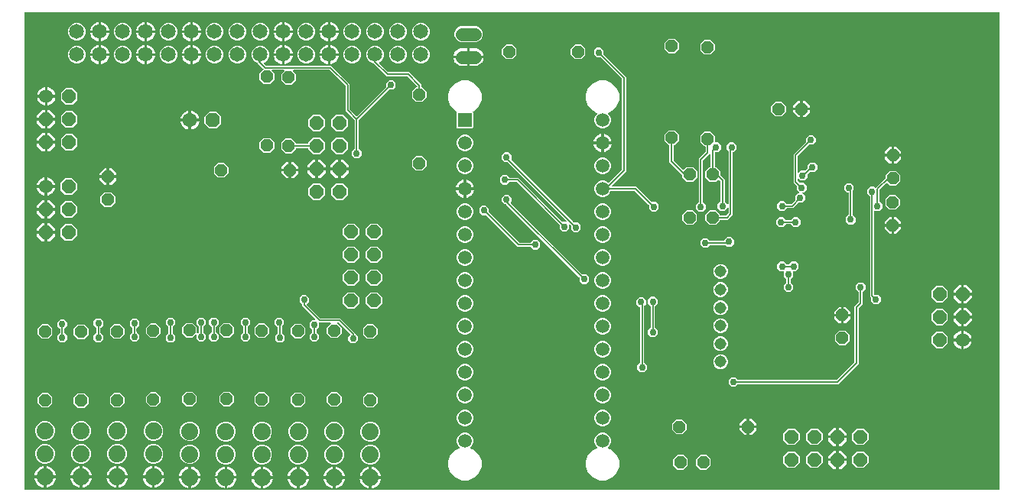
<source format=gbl>
G04 EAGLE Gerber RS-274X export*
G75*
%MOMM*%
%FSLAX34Y34*%
%LPD*%
%INBottom Copper*%
%IPPOS*%
%AMOC8*
5,1,8,0,0,1.08239X$1,22.5*%
G01*
%ADD10P,1.429621X8X112.500000*%
%ADD11P,1.732040X8X22.500000*%
%ADD12C,1.600200*%
%ADD13P,1.429621X8X292.500000*%
%ADD14P,1.429621X8X22.500000*%
%ADD15C,1.308000*%
%ADD16P,1.649562X8X292.500000*%
%ADD17C,1.650000*%
%ADD18C,1.422400*%
%ADD19R,1.508000X1.508000*%
%ADD20C,1.508000*%
%ADD21C,1.879600*%
%ADD22P,1.429621X8X202.500000*%
%ADD23P,1.649562X8X22.500000*%
%ADD24C,1.524000*%
%ADD25P,1.649562X8X112.500000*%
%ADD26C,0.756400*%
%ADD27C,0.152400*%

G36*
X1089098Y10164D02*
X1089098Y10164D01*
X1089117Y10162D01*
X1089219Y10184D01*
X1089321Y10200D01*
X1089338Y10210D01*
X1089358Y10214D01*
X1089447Y10267D01*
X1089538Y10316D01*
X1089552Y10330D01*
X1089569Y10340D01*
X1089636Y10419D01*
X1089708Y10494D01*
X1089716Y10512D01*
X1089729Y10527D01*
X1089768Y10623D01*
X1089811Y10717D01*
X1089813Y10737D01*
X1089821Y10755D01*
X1089839Y10922D01*
X1089839Y539078D01*
X1089836Y539098D01*
X1089838Y539117D01*
X1089816Y539219D01*
X1089800Y539321D01*
X1089790Y539338D01*
X1089786Y539358D01*
X1089733Y539447D01*
X1089684Y539538D01*
X1089670Y539552D01*
X1089660Y539569D01*
X1089581Y539636D01*
X1089506Y539708D01*
X1089488Y539716D01*
X1089473Y539729D01*
X1089377Y539768D01*
X1089283Y539811D01*
X1089263Y539813D01*
X1089245Y539821D01*
X1089078Y539839D01*
X10922Y539839D01*
X10902Y539836D01*
X10883Y539838D01*
X10781Y539816D01*
X10679Y539800D01*
X10662Y539790D01*
X10642Y539786D01*
X10553Y539733D01*
X10462Y539684D01*
X10448Y539670D01*
X10431Y539660D01*
X10364Y539581D01*
X10292Y539506D01*
X10284Y539488D01*
X10271Y539473D01*
X10232Y539377D01*
X10189Y539283D01*
X10187Y539263D01*
X10179Y539245D01*
X10161Y539078D01*
X10161Y10922D01*
X10164Y10902D01*
X10162Y10883D01*
X10184Y10781D01*
X10200Y10679D01*
X10210Y10662D01*
X10214Y10642D01*
X10267Y10553D01*
X10316Y10462D01*
X10330Y10448D01*
X10340Y10431D01*
X10419Y10364D01*
X10494Y10292D01*
X10512Y10284D01*
X10527Y10271D01*
X10623Y10232D01*
X10717Y10189D01*
X10737Y10187D01*
X10755Y10179D01*
X10922Y10161D01*
X1089078Y10161D01*
X1089098Y10164D01*
G37*
%LPC*%
G36*
X375802Y377693D02*
X375802Y377693D01*
X372693Y380802D01*
X372693Y385198D01*
X375490Y387995D01*
X375537Y388060D01*
X375550Y388074D01*
X375553Y388080D01*
X375603Y388139D01*
X375615Y388169D01*
X375634Y388195D01*
X375661Y388282D01*
X375695Y388367D01*
X375699Y388408D01*
X375706Y388430D01*
X375705Y388462D01*
X375713Y388533D01*
X375713Y419737D01*
X375712Y419747D01*
X375712Y419753D01*
X375706Y419780D01*
X375699Y419828D01*
X375691Y419918D01*
X375679Y419948D01*
X375674Y419980D01*
X375631Y420061D01*
X375595Y420145D01*
X375569Y420177D01*
X375558Y420198D01*
X375535Y420220D01*
X375490Y420276D01*
X365713Y430053D01*
X365713Y457737D01*
X365699Y457828D01*
X365691Y457918D01*
X365679Y457948D01*
X365674Y457980D01*
X365631Y458061D01*
X365595Y458145D01*
X365569Y458177D01*
X365558Y458198D01*
X365535Y458220D01*
X365490Y458276D01*
X348276Y475490D01*
X348202Y475543D01*
X348132Y475603D01*
X348102Y475615D01*
X348076Y475634D01*
X347989Y475661D01*
X347904Y475695D01*
X347863Y475699D01*
X347841Y475706D01*
X347809Y475705D01*
X347737Y475713D01*
X308020Y475713D01*
X307950Y475702D01*
X307878Y475700D01*
X307829Y475682D01*
X307778Y475674D01*
X307714Y475640D01*
X307647Y475615D01*
X307606Y475583D01*
X307560Y475558D01*
X307511Y475506D01*
X307455Y475462D01*
X307427Y475418D01*
X307391Y475380D01*
X307361Y475315D01*
X307322Y475255D01*
X307309Y475204D01*
X307287Y475157D01*
X307279Y475086D01*
X307262Y475016D01*
X307266Y474964D01*
X307260Y474913D01*
X307275Y474842D01*
X307281Y474771D01*
X307301Y474723D01*
X307312Y474672D01*
X307349Y474611D01*
X307377Y474545D01*
X307422Y474489D01*
X307439Y474461D01*
X307456Y474446D01*
X307482Y474414D01*
X310829Y471067D01*
X310829Y464333D01*
X306067Y459571D01*
X299333Y459571D01*
X294571Y464333D01*
X294571Y471067D01*
X297918Y474414D01*
X297960Y474472D01*
X298009Y474524D01*
X298031Y474571D01*
X298062Y474613D01*
X298083Y474682D01*
X298113Y474747D01*
X298119Y474799D01*
X298134Y474849D01*
X298132Y474920D01*
X298140Y474991D01*
X298129Y475042D01*
X298128Y475094D01*
X298103Y475162D01*
X298088Y475232D01*
X298061Y475277D01*
X298043Y475325D01*
X297998Y475381D01*
X297961Y475443D01*
X297922Y475477D01*
X297889Y475517D01*
X297829Y475556D01*
X297775Y475603D01*
X297726Y475622D01*
X297682Y475650D01*
X297613Y475668D01*
X297546Y475695D01*
X297475Y475703D01*
X297444Y475711D01*
X297421Y475709D01*
X297380Y475713D01*
X284620Y475713D01*
X284550Y475702D01*
X284478Y475700D01*
X284429Y475682D01*
X284378Y475674D01*
X284314Y475640D01*
X284247Y475615D01*
X284206Y475583D01*
X284160Y475558D01*
X284111Y475506D01*
X284055Y475462D01*
X284027Y475418D01*
X283991Y475380D01*
X283961Y475315D01*
X283922Y475255D01*
X283909Y475204D01*
X283887Y475157D01*
X283879Y475086D01*
X283862Y475016D01*
X283866Y474964D01*
X283860Y474913D01*
X283875Y474842D01*
X283881Y474771D01*
X283901Y474723D01*
X283912Y474672D01*
X283949Y474611D01*
X283977Y474545D01*
X284022Y474489D01*
X284039Y474461D01*
X284056Y474446D01*
X284082Y474414D01*
X286829Y471667D01*
X286829Y464933D01*
X282067Y460171D01*
X275333Y460171D01*
X270571Y464933D01*
X270571Y471667D01*
X274797Y475893D01*
X274809Y475909D01*
X274824Y475921D01*
X274880Y476008D01*
X274940Y476092D01*
X274946Y476111D01*
X274957Y476128D01*
X274982Y476228D01*
X275013Y476327D01*
X275012Y476347D01*
X275017Y476367D01*
X275009Y476470D01*
X275006Y476573D01*
X275000Y476592D01*
X274998Y476612D01*
X274958Y476707D01*
X274922Y476804D01*
X274909Y476820D01*
X274902Y476838D01*
X274797Y476969D01*
X274490Y477276D01*
X268584Y483182D01*
X268531Y483220D01*
X268484Y483266D01*
X268411Y483307D01*
X268384Y483326D01*
X268366Y483331D01*
X268337Y483347D01*
X265763Y484413D01*
X263013Y487163D01*
X261525Y490756D01*
X261525Y494644D01*
X263013Y498237D01*
X265763Y500987D01*
X269356Y502475D01*
X273244Y502475D01*
X276837Y500987D01*
X279587Y498237D01*
X281075Y494644D01*
X281075Y490756D01*
X279587Y487163D01*
X276837Y484413D01*
X275757Y483966D01*
X275717Y483942D01*
X275674Y483926D01*
X275614Y483877D01*
X275548Y483836D01*
X275518Y483801D01*
X275482Y483772D01*
X275440Y483707D01*
X275391Y483647D01*
X275374Y483604D01*
X275349Y483565D01*
X275330Y483490D01*
X275303Y483417D01*
X275301Y483371D01*
X275289Y483327D01*
X275295Y483249D01*
X275292Y483171D01*
X275305Y483127D01*
X275308Y483082D01*
X275339Y483010D01*
X275361Y482935D01*
X275387Y482897D01*
X275405Y482855D01*
X275490Y482749D01*
X275501Y482733D01*
X275505Y482730D01*
X275510Y482724D01*
X277724Y480510D01*
X277798Y480457D01*
X277868Y480397D01*
X277898Y480385D01*
X277924Y480366D01*
X278011Y480339D01*
X278096Y480305D01*
X278137Y480301D01*
X278159Y480294D01*
X278191Y480295D01*
X278263Y480287D01*
X349947Y480287D01*
X370287Y459947D01*
X370287Y432263D01*
X370301Y432172D01*
X370309Y432082D01*
X370321Y432052D01*
X370326Y432020D01*
X370369Y431939D01*
X370405Y431855D01*
X370431Y431823D01*
X370442Y431802D01*
X370465Y431780D01*
X370510Y431724D01*
X377462Y424772D01*
X377478Y424761D01*
X377490Y424745D01*
X377578Y424689D01*
X377661Y424629D01*
X377680Y424623D01*
X377697Y424612D01*
X377798Y424587D01*
X377897Y424556D01*
X377916Y424557D01*
X377936Y424552D01*
X378039Y424560D01*
X378142Y424563D01*
X378161Y424570D01*
X378181Y424571D01*
X378276Y424611D01*
X378373Y424647D01*
X378389Y424660D01*
X378407Y424667D01*
X378538Y424772D01*
X410470Y456704D01*
X410523Y456778D01*
X410583Y456848D01*
X410595Y456878D01*
X410614Y456904D01*
X410641Y456991D01*
X410675Y457076D01*
X410679Y457117D01*
X410686Y457139D01*
X410685Y457171D01*
X410693Y457243D01*
X410693Y461198D01*
X413802Y464307D01*
X418198Y464307D01*
X421307Y461198D01*
X421307Y456802D01*
X418198Y453693D01*
X414243Y453693D01*
X414152Y453679D01*
X414062Y453671D01*
X414032Y453659D01*
X414000Y453654D01*
X413919Y453611D01*
X413835Y453575D01*
X413803Y453549D01*
X413782Y453538D01*
X413760Y453515D01*
X413704Y453470D01*
X380510Y420276D01*
X380457Y420202D01*
X380397Y420132D01*
X380385Y420102D01*
X380366Y420076D01*
X380339Y419989D01*
X380305Y419904D01*
X380301Y419863D01*
X380294Y419841D01*
X380295Y419809D01*
X380287Y419738D01*
X380287Y388533D01*
X380301Y388443D01*
X380309Y388352D01*
X380321Y388323D01*
X380326Y388291D01*
X380369Y388210D01*
X380405Y388126D01*
X380431Y388094D01*
X380442Y388073D01*
X380465Y388051D01*
X380510Y387995D01*
X383307Y385198D01*
X383307Y380802D01*
X380198Y377693D01*
X375802Y377693D01*
G37*
%LPD*%
%LPC*%
G36*
X768533Y303871D02*
X768533Y303871D01*
X763771Y308633D01*
X763771Y315367D01*
X768533Y320129D01*
X775267Y320129D01*
X780029Y315367D01*
X780029Y315048D01*
X780032Y315028D01*
X780030Y315009D01*
X780052Y314907D01*
X780068Y314805D01*
X780078Y314788D01*
X780082Y314768D01*
X780135Y314679D01*
X780184Y314588D01*
X780198Y314574D01*
X780208Y314557D01*
X780287Y314490D01*
X780362Y314418D01*
X780380Y314410D01*
X780395Y314397D01*
X780491Y314358D01*
X780585Y314315D01*
X780605Y314313D01*
X780623Y314305D01*
X780790Y314287D01*
X786737Y314287D01*
X786828Y314301D01*
X786918Y314309D01*
X786948Y314321D01*
X786980Y314326D01*
X787061Y314369D01*
X787145Y314405D01*
X787177Y314431D01*
X787198Y314442D01*
X787220Y314465D01*
X787276Y314510D01*
X789490Y316724D01*
X789543Y316798D01*
X789603Y316868D01*
X789615Y316898D01*
X789634Y316924D01*
X789661Y317011D01*
X789695Y317096D01*
X789699Y317137D01*
X789706Y317159D01*
X789705Y317191D01*
X789713Y317263D01*
X789713Y322303D01*
X789712Y322310D01*
X789712Y322313D01*
X789710Y322324D01*
X789702Y322373D01*
X789700Y322445D01*
X789682Y322494D01*
X789674Y322545D01*
X789640Y322609D01*
X789615Y322676D01*
X789583Y322717D01*
X789558Y322763D01*
X789506Y322812D01*
X789462Y322868D01*
X789418Y322896D01*
X789380Y322932D01*
X789315Y322962D01*
X789255Y323001D01*
X789204Y323014D01*
X789157Y323036D01*
X789086Y323044D01*
X789016Y323061D01*
X788964Y323057D01*
X788913Y323063D01*
X788842Y323048D01*
X788771Y323042D01*
X788723Y323022D01*
X788672Y323011D01*
X788611Y322974D01*
X788545Y322946D01*
X788489Y322901D01*
X788461Y322884D01*
X788446Y322867D01*
X788414Y322841D01*
X785198Y319625D01*
X780802Y319625D01*
X777693Y322734D01*
X777693Y327130D01*
X780790Y330227D01*
X780843Y330301D01*
X780903Y330371D01*
X780915Y330401D01*
X780934Y330427D01*
X780961Y330514D01*
X780995Y330599D01*
X780999Y330640D01*
X781006Y330662D01*
X781005Y330694D01*
X781013Y330765D01*
X781013Y351737D01*
X780999Y351828D01*
X780991Y351918D01*
X780979Y351948D01*
X780974Y351980D01*
X780931Y352061D01*
X780895Y352145D01*
X780869Y352177D01*
X780858Y352198D01*
X780835Y352220D01*
X780790Y352276D01*
X778969Y354097D01*
X778953Y354109D01*
X778941Y354124D01*
X778853Y354180D01*
X778769Y354240D01*
X778750Y354246D01*
X778734Y354257D01*
X778633Y354282D01*
X778534Y354313D01*
X778514Y354312D01*
X778495Y354317D01*
X778392Y354309D01*
X778289Y354306D01*
X778270Y354300D01*
X778250Y354298D01*
X778155Y354258D01*
X778057Y354222D01*
X778042Y354209D01*
X778024Y354202D01*
X777893Y354097D01*
X775667Y351871D01*
X768933Y351871D01*
X764171Y356633D01*
X764171Y363367D01*
X768933Y368129D01*
X769252Y368129D01*
X769272Y368132D01*
X769291Y368130D01*
X769393Y368152D01*
X769495Y368168D01*
X769512Y368178D01*
X769532Y368182D01*
X769621Y368235D01*
X769712Y368284D01*
X769726Y368298D01*
X769743Y368308D01*
X769810Y368387D01*
X769882Y368462D01*
X769890Y368480D01*
X769903Y368495D01*
X769942Y368591D01*
X769985Y368685D01*
X769987Y368705D01*
X769995Y368723D01*
X770013Y368890D01*
X770013Y381942D01*
X770002Y382012D01*
X770000Y382084D01*
X769982Y382133D01*
X769974Y382184D01*
X769940Y382248D01*
X769915Y382315D01*
X769883Y382356D01*
X769858Y382402D01*
X769806Y382451D01*
X769762Y382507D01*
X769718Y382535D01*
X769680Y382571D01*
X769615Y382601D01*
X769555Y382640D01*
X769504Y382653D01*
X769457Y382675D01*
X769386Y382683D01*
X769316Y382700D01*
X769264Y382696D01*
X769213Y382702D01*
X769142Y382687D01*
X769071Y382681D01*
X769023Y382661D01*
X768972Y382650D01*
X768911Y382613D01*
X768845Y382585D01*
X768789Y382540D01*
X768761Y382523D01*
X768746Y382506D01*
X768714Y382480D01*
X761510Y375276D01*
X761457Y375202D01*
X761397Y375132D01*
X761385Y375102D01*
X761366Y375076D01*
X761339Y374989D01*
X761305Y374904D01*
X761301Y374863D01*
X761294Y374841D01*
X761295Y374809D01*
X761287Y374737D01*
X761287Y329533D01*
X761301Y329443D01*
X761309Y329352D01*
X761321Y329323D01*
X761326Y329291D01*
X761369Y329210D01*
X761405Y329126D01*
X761431Y329094D01*
X761442Y329073D01*
X761465Y329051D01*
X761510Y328995D01*
X764307Y326198D01*
X764307Y321802D01*
X761198Y318693D01*
X756802Y318693D01*
X753693Y321802D01*
X753693Y326198D01*
X756490Y328995D01*
X756543Y329069D01*
X756603Y329139D01*
X756615Y329169D01*
X756634Y329195D01*
X756661Y329282D01*
X756695Y329367D01*
X756699Y329408D01*
X756706Y329430D01*
X756705Y329462D01*
X756713Y329533D01*
X756713Y376947D01*
X764190Y384424D01*
X764243Y384498D01*
X764303Y384568D01*
X764315Y384598D01*
X764334Y384624D01*
X764361Y384711D01*
X764395Y384796D01*
X764399Y384837D01*
X764406Y384859D01*
X764405Y384891D01*
X764413Y384963D01*
X764413Y390510D01*
X764410Y390530D01*
X764412Y390549D01*
X764390Y390651D01*
X764374Y390753D01*
X764364Y390770D01*
X764360Y390790D01*
X764307Y390879D01*
X764258Y390970D01*
X764244Y390984D01*
X764234Y391001D01*
X764155Y391068D01*
X764080Y391140D01*
X764062Y391148D01*
X764047Y391161D01*
X763951Y391200D01*
X763857Y391243D01*
X763837Y391245D01*
X763819Y391253D01*
X763652Y391271D01*
X763333Y391271D01*
X758571Y396033D01*
X758571Y402767D01*
X763333Y407529D01*
X770067Y407529D01*
X774829Y402767D01*
X774829Y396136D01*
X774832Y396116D01*
X774830Y396097D01*
X774852Y395995D01*
X774868Y395893D01*
X774878Y395876D01*
X774882Y395856D01*
X774935Y395767D01*
X774984Y395676D01*
X774998Y395662D01*
X775008Y395645D01*
X775087Y395578D01*
X775162Y395506D01*
X775180Y395498D01*
X775195Y395485D01*
X775291Y395446D01*
X775385Y395403D01*
X775405Y395401D01*
X775423Y395393D01*
X775590Y395375D01*
X778198Y395375D01*
X781307Y392266D01*
X781307Y387870D01*
X778198Y384761D01*
X775348Y384761D01*
X775328Y384758D01*
X775309Y384760D01*
X775207Y384738D01*
X775105Y384722D01*
X775088Y384712D01*
X775068Y384708D01*
X774979Y384655D01*
X774888Y384606D01*
X774874Y384592D01*
X774857Y384582D01*
X774790Y384503D01*
X774718Y384428D01*
X774710Y384410D01*
X774697Y384395D01*
X774658Y384299D01*
X774615Y384205D01*
X774613Y384185D01*
X774605Y384167D01*
X774587Y384000D01*
X774587Y368890D01*
X774590Y368870D01*
X774588Y368851D01*
X774610Y368749D01*
X774626Y368647D01*
X774636Y368630D01*
X774640Y368610D01*
X774693Y368521D01*
X774742Y368430D01*
X774756Y368416D01*
X774766Y368399D01*
X774845Y368332D01*
X774920Y368260D01*
X774938Y368252D01*
X774953Y368239D01*
X775049Y368200D01*
X775143Y368157D01*
X775163Y368155D01*
X775181Y368147D01*
X775348Y368129D01*
X775667Y368129D01*
X780429Y363367D01*
X780429Y359420D01*
X780443Y359330D01*
X780451Y359239D01*
X780463Y359210D01*
X780468Y359178D01*
X780511Y359097D01*
X780547Y359013D01*
X780573Y358981D01*
X780584Y358960D01*
X780607Y358938D01*
X780652Y358882D01*
X784024Y355510D01*
X785587Y353947D01*
X785587Y330165D01*
X785601Y330075D01*
X785609Y329984D01*
X785621Y329955D01*
X785626Y329923D01*
X785669Y329842D01*
X785705Y329758D01*
X785731Y329726D01*
X785742Y329705D01*
X785765Y329683D01*
X785810Y329627D01*
X788414Y327023D01*
X788472Y326981D01*
X788524Y326932D01*
X788571Y326910D01*
X788613Y326880D01*
X788682Y326859D01*
X788747Y326828D01*
X788799Y326823D01*
X788849Y326807D01*
X788920Y326809D01*
X788991Y326801D01*
X789042Y326812D01*
X789094Y326814D01*
X789162Y326838D01*
X789232Y326853D01*
X789276Y326880D01*
X789325Y326898D01*
X789381Y326943D01*
X789443Y326980D01*
X789477Y327019D01*
X789517Y327052D01*
X789556Y327112D01*
X789603Y327167D01*
X789622Y327215D01*
X789650Y327259D01*
X789668Y327328D01*
X789695Y327395D01*
X789703Y327466D01*
X789711Y327497D01*
X789709Y327520D01*
X789713Y327561D01*
X789713Y385535D01*
X789699Y385625D01*
X789691Y385716D01*
X789679Y385745D01*
X789674Y385777D01*
X789631Y385858D01*
X789595Y385942D01*
X789569Y385974D01*
X789558Y385995D01*
X789535Y386017D01*
X789490Y386073D01*
X787693Y387870D01*
X787693Y392266D01*
X790802Y395375D01*
X795198Y395375D01*
X798307Y392266D01*
X798307Y387870D01*
X795198Y384761D01*
X795048Y384761D01*
X795028Y384758D01*
X795009Y384760D01*
X794907Y384738D01*
X794805Y384722D01*
X794788Y384712D01*
X794768Y384708D01*
X794679Y384655D01*
X794588Y384606D01*
X794574Y384592D01*
X794557Y384582D01*
X794490Y384503D01*
X794418Y384428D01*
X794410Y384410D01*
X794397Y384395D01*
X794358Y384299D01*
X794315Y384205D01*
X794313Y384185D01*
X794305Y384167D01*
X794287Y384000D01*
X794287Y315053D01*
X788947Y309713D01*
X780790Y309713D01*
X780770Y309710D01*
X780751Y309712D01*
X780649Y309690D01*
X780547Y309674D01*
X780530Y309664D01*
X780510Y309660D01*
X780421Y309607D01*
X780330Y309558D01*
X780316Y309544D01*
X780299Y309534D01*
X780232Y309455D01*
X780160Y309380D01*
X780152Y309362D01*
X780139Y309347D01*
X780100Y309251D01*
X780057Y309157D01*
X780055Y309137D01*
X780047Y309119D01*
X780029Y308952D01*
X780029Y308633D01*
X775267Y303871D01*
X768533Y303871D01*
G37*
%LPD*%
%LPC*%
G36*
X704802Y318693D02*
X704802Y318693D01*
X701693Y321802D01*
X701693Y325757D01*
X701679Y325848D01*
X701671Y325938D01*
X701659Y325968D01*
X701654Y326000D01*
X701611Y326081D01*
X701575Y326165D01*
X701549Y326197D01*
X701538Y326218D01*
X701515Y326240D01*
X701470Y326296D01*
X686276Y341490D01*
X686202Y341543D01*
X686132Y341603D01*
X686102Y341615D01*
X686076Y341634D01*
X685989Y341661D01*
X685904Y341695D01*
X685863Y341699D01*
X685841Y341706D01*
X685809Y341705D01*
X685737Y341713D01*
X659573Y341713D01*
X659458Y341694D01*
X659342Y341677D01*
X659336Y341675D01*
X659330Y341674D01*
X659228Y341619D01*
X659123Y341566D01*
X659118Y341561D01*
X659113Y341558D01*
X659033Y341474D01*
X658951Y341390D01*
X658947Y341384D01*
X658944Y341380D01*
X658936Y341363D01*
X658870Y341243D01*
X657885Y338865D01*
X655335Y336315D01*
X652003Y334935D01*
X648397Y334935D01*
X645065Y336315D01*
X642515Y338865D01*
X641135Y342197D01*
X641135Y345803D01*
X642515Y349135D01*
X645065Y351685D01*
X648397Y353065D01*
X652003Y353065D01*
X655335Y351685D01*
X656354Y350665D01*
X656371Y350653D01*
X656383Y350638D01*
X656470Y350582D01*
X656554Y350521D01*
X656573Y350516D01*
X656590Y350505D01*
X656690Y350480D01*
X656789Y350449D01*
X656809Y350450D01*
X656829Y350445D01*
X656932Y350453D01*
X657035Y350455D01*
X657054Y350462D01*
X657074Y350464D01*
X657169Y350504D01*
X657266Y350540D01*
X657282Y350552D01*
X657300Y350560D01*
X657431Y350665D01*
X671490Y364724D01*
X671543Y364798D01*
X671603Y364868D01*
X671615Y364898D01*
X671634Y364924D01*
X671661Y365011D01*
X671695Y365096D01*
X671699Y365137D01*
X671706Y365159D01*
X671705Y365191D01*
X671713Y365263D01*
X671713Y465737D01*
X671699Y465828D01*
X671691Y465918D01*
X671679Y465948D01*
X671674Y465980D01*
X671631Y466061D01*
X671595Y466145D01*
X671569Y466177D01*
X671558Y466198D01*
X671535Y466220D01*
X671490Y466276D01*
X648296Y489470D01*
X648222Y489523D01*
X648152Y489583D01*
X648122Y489595D01*
X648096Y489614D01*
X648009Y489641D01*
X647924Y489675D01*
X647883Y489679D01*
X647861Y489686D01*
X647829Y489685D01*
X647757Y489693D01*
X643802Y489693D01*
X640693Y492802D01*
X640693Y497198D01*
X643802Y500307D01*
X648198Y500307D01*
X651307Y497198D01*
X651307Y493243D01*
X651321Y493152D01*
X651329Y493062D01*
X651341Y493032D01*
X651346Y493000D01*
X651389Y492919D01*
X651425Y492835D01*
X651451Y492803D01*
X651462Y492782D01*
X651485Y492760D01*
X651530Y492704D01*
X676287Y467947D01*
X676287Y363053D01*
X660820Y347586D01*
X660778Y347528D01*
X660729Y347476D01*
X660707Y347429D01*
X660677Y347387D01*
X660656Y347318D01*
X660625Y347253D01*
X660620Y347201D01*
X660604Y347151D01*
X660606Y347080D01*
X660598Y347009D01*
X660609Y346958D01*
X660611Y346906D01*
X660635Y346838D01*
X660650Y346768D01*
X660677Y346723D01*
X660695Y346675D01*
X660740Y346619D01*
X660777Y346557D01*
X660816Y346523D01*
X660849Y346483D01*
X660909Y346444D01*
X660964Y346397D01*
X661012Y346378D01*
X661056Y346350D01*
X661125Y346332D01*
X661192Y346305D01*
X661263Y346297D01*
X661294Y346289D01*
X661318Y346291D01*
X661358Y346287D01*
X687947Y346287D01*
X704704Y329530D01*
X704778Y329477D01*
X704848Y329417D01*
X704878Y329405D01*
X704904Y329386D01*
X704991Y329359D01*
X705076Y329325D01*
X705117Y329321D01*
X705139Y329314D01*
X705171Y329315D01*
X705243Y329307D01*
X709198Y329307D01*
X712307Y326198D01*
X712307Y321802D01*
X709198Y318693D01*
X704802Y318693D01*
G37*
%LPD*%
%LPC*%
G36*
X489628Y411135D02*
X489628Y411135D01*
X488735Y412028D01*
X488735Y428381D01*
X488752Y428412D01*
X488760Y428420D01*
X488774Y428450D01*
X488816Y428508D01*
X488829Y428552D01*
X488851Y428592D01*
X488859Y428633D01*
X488864Y428643D01*
X488867Y428675D01*
X488888Y428743D01*
X488887Y428789D01*
X488895Y428834D01*
X488889Y428875D01*
X488891Y428888D01*
X488884Y428920D01*
X488882Y428989D01*
X488866Y429032D01*
X488859Y429078D01*
X488842Y429112D01*
X488838Y429128D01*
X488819Y429160D01*
X488797Y429220D01*
X488769Y429256D01*
X488748Y429297D01*
X488723Y429322D01*
X488712Y429339D01*
X488680Y429367D01*
X488644Y429412D01*
X488605Y429437D01*
X488572Y429469D01*
X488539Y429488D01*
X488525Y429499D01*
X488498Y429510D01*
X488452Y429535D01*
X488437Y429545D01*
X488432Y429546D01*
X488425Y429550D01*
X487368Y429988D01*
X482188Y435168D01*
X479384Y441937D01*
X479384Y449263D01*
X482188Y456032D01*
X487368Y461212D01*
X494137Y464016D01*
X501463Y464016D01*
X508232Y461212D01*
X513412Y456032D01*
X516216Y449263D01*
X516216Y441937D01*
X513412Y435168D01*
X508232Y429988D01*
X507175Y429550D01*
X507136Y429526D01*
X507093Y429510D01*
X507050Y429476D01*
X507009Y429455D01*
X506993Y429437D01*
X506966Y429420D01*
X506936Y429385D01*
X506901Y429356D01*
X506868Y429306D01*
X506840Y429276D01*
X506832Y429259D01*
X506809Y429231D01*
X506792Y429188D01*
X506768Y429149D01*
X506752Y429086D01*
X506736Y429053D01*
X506735Y429038D01*
X506721Y429001D01*
X506719Y428956D01*
X506708Y428911D01*
X506713Y428842D01*
X506709Y428809D01*
X506712Y428796D01*
X506710Y428756D01*
X506723Y428712D01*
X506727Y428666D01*
X506755Y428600D01*
X506762Y428568D01*
X506767Y428559D01*
X506779Y428519D01*
X506805Y428482D01*
X506823Y428439D01*
X506865Y428387D01*
X506865Y412028D01*
X505972Y411135D01*
X489628Y411135D01*
G37*
%LPD*%
%LPC*%
G36*
X494137Y20784D02*
X494137Y20784D01*
X487368Y23588D01*
X482188Y28768D01*
X479384Y35537D01*
X479384Y42863D01*
X482188Y49632D01*
X487368Y54812D01*
X491548Y56544D01*
X491587Y56568D01*
X491631Y56584D01*
X491691Y56632D01*
X491757Y56673D01*
X491787Y56709D01*
X491823Y56737D01*
X491865Y56803D01*
X491914Y56863D01*
X491931Y56905D01*
X491956Y56944D01*
X491975Y57020D01*
X492002Y57092D01*
X492004Y57138D01*
X492016Y57183D01*
X492010Y57260D01*
X492013Y57338D01*
X492000Y57382D01*
X491997Y57428D01*
X491966Y57499D01*
X491944Y57574D01*
X491918Y57612D01*
X491900Y57654D01*
X491815Y57761D01*
X491804Y57776D01*
X491800Y57779D01*
X491795Y57785D01*
X490115Y59465D01*
X488735Y62797D01*
X488735Y66403D01*
X490115Y69735D01*
X492665Y72285D01*
X495997Y73665D01*
X499603Y73665D01*
X502935Y72285D01*
X505485Y69735D01*
X506865Y66403D01*
X506865Y62797D01*
X505485Y59465D01*
X503805Y57785D01*
X503778Y57748D01*
X503744Y57717D01*
X503706Y57649D01*
X503661Y57585D01*
X503648Y57542D01*
X503625Y57501D01*
X503612Y57425D01*
X503589Y57350D01*
X503590Y57304D01*
X503582Y57259D01*
X503593Y57182D01*
X503595Y57104D01*
X503611Y57061D01*
X503618Y57016D01*
X503653Y56947D01*
X503680Y56873D01*
X503708Y56838D01*
X503729Y56797D01*
X503785Y56742D01*
X503833Y56681D01*
X503872Y56657D01*
X503905Y56624D01*
X504024Y56558D01*
X504040Y56548D01*
X504045Y56547D01*
X504052Y56544D01*
X508232Y54812D01*
X513412Y49632D01*
X516216Y42863D01*
X516216Y35537D01*
X513412Y28768D01*
X508232Y23588D01*
X501463Y20784D01*
X494137Y20784D01*
G37*
%LPD*%
%LPC*%
G36*
X646537Y20784D02*
X646537Y20784D01*
X639768Y23588D01*
X634588Y28768D01*
X631784Y35537D01*
X631784Y42863D01*
X634588Y49632D01*
X639768Y54812D01*
X643948Y56544D01*
X643987Y56568D01*
X644031Y56584D01*
X644091Y56632D01*
X644157Y56673D01*
X644187Y56709D01*
X644223Y56737D01*
X644265Y56803D01*
X644314Y56863D01*
X644331Y56905D01*
X644356Y56944D01*
X644375Y57020D01*
X644402Y57092D01*
X644404Y57138D01*
X644416Y57183D01*
X644410Y57260D01*
X644413Y57338D01*
X644400Y57382D01*
X644397Y57428D01*
X644366Y57499D01*
X644344Y57574D01*
X644318Y57612D01*
X644300Y57654D01*
X644215Y57761D01*
X644204Y57776D01*
X644200Y57779D01*
X644195Y57785D01*
X642515Y59465D01*
X641135Y62797D01*
X641135Y66403D01*
X642515Y69735D01*
X645065Y72285D01*
X648397Y73665D01*
X652003Y73665D01*
X655335Y72285D01*
X657885Y69735D01*
X659265Y66403D01*
X659265Y62797D01*
X657885Y59465D01*
X656205Y57785D01*
X656178Y57748D01*
X656144Y57717D01*
X656106Y57649D01*
X656061Y57585D01*
X656048Y57542D01*
X656025Y57501D01*
X656012Y57425D01*
X655989Y57350D01*
X655990Y57304D01*
X655982Y57259D01*
X655993Y57182D01*
X655995Y57104D01*
X656011Y57061D01*
X656018Y57016D01*
X656053Y56947D01*
X656080Y56873D01*
X656108Y56838D01*
X656129Y56797D01*
X656185Y56742D01*
X656233Y56681D01*
X656272Y56657D01*
X656305Y56624D01*
X656424Y56558D01*
X656440Y56548D01*
X656445Y56547D01*
X656452Y56544D01*
X660632Y54812D01*
X665812Y49632D01*
X668616Y42863D01*
X668616Y35537D01*
X665812Y28768D01*
X660632Y23588D01*
X653863Y20784D01*
X646537Y20784D01*
G37*
%LPD*%
%LPC*%
G36*
X648397Y411135D02*
X648397Y411135D01*
X645065Y412515D01*
X642515Y415065D01*
X641135Y418397D01*
X641135Y422003D01*
X642515Y425335D01*
X644195Y427015D01*
X644222Y427052D01*
X644256Y427083D01*
X644294Y427151D01*
X644339Y427215D01*
X644352Y427258D01*
X644375Y427299D01*
X644388Y427375D01*
X644411Y427450D01*
X644410Y427496D01*
X644418Y427541D01*
X644407Y427618D01*
X644405Y427696D01*
X644389Y427739D01*
X644382Y427784D01*
X644347Y427853D01*
X644320Y427927D01*
X644292Y427962D01*
X644271Y428003D01*
X644215Y428058D01*
X644167Y428119D01*
X644128Y428143D01*
X644095Y428176D01*
X643976Y428242D01*
X643960Y428252D01*
X643955Y428253D01*
X643948Y428256D01*
X639768Y429988D01*
X634588Y435168D01*
X631784Y441937D01*
X631784Y449263D01*
X634588Y456032D01*
X639768Y461212D01*
X646537Y464016D01*
X653863Y464016D01*
X660632Y461212D01*
X665812Y456032D01*
X668616Y449263D01*
X668616Y441937D01*
X665812Y435168D01*
X660632Y429988D01*
X656452Y428256D01*
X656413Y428232D01*
X656369Y428216D01*
X656309Y428168D01*
X656243Y428127D01*
X656213Y428091D01*
X656177Y428063D01*
X656135Y427997D01*
X656086Y427937D01*
X656069Y427895D01*
X656044Y427856D01*
X656025Y427780D01*
X655998Y427708D01*
X655996Y427662D01*
X655984Y427617D01*
X655990Y427540D01*
X655987Y427462D01*
X656000Y427418D01*
X656003Y427372D01*
X656034Y427301D01*
X656056Y427226D01*
X656082Y427188D01*
X656100Y427146D01*
X656185Y427039D01*
X656196Y427024D01*
X656200Y427021D01*
X656205Y427015D01*
X657885Y425335D01*
X659265Y422003D01*
X659265Y418397D01*
X657885Y415065D01*
X655335Y412515D01*
X652003Y411135D01*
X648397Y411135D01*
G37*
%LPD*%
%LPC*%
G36*
X792802Y124693D02*
X792802Y124693D01*
X789693Y127802D01*
X789693Y132198D01*
X792802Y135307D01*
X797198Y135307D01*
X799995Y132510D01*
X800069Y132457D01*
X800139Y132397D01*
X800169Y132385D01*
X800195Y132366D01*
X800282Y132339D01*
X800367Y132305D01*
X800408Y132301D01*
X800430Y132294D01*
X800462Y132295D01*
X800533Y132287D01*
X908910Y132287D01*
X909000Y132301D01*
X909091Y132309D01*
X909121Y132321D01*
X909153Y132326D01*
X909233Y132369D01*
X909317Y132405D01*
X909349Y132431D01*
X909370Y132442D01*
X909392Y132465D01*
X909448Y132510D01*
X928980Y152042D01*
X929033Y152116D01*
X929093Y152185D01*
X929105Y152215D01*
X929124Y152242D01*
X929151Y152329D01*
X929185Y152413D01*
X929189Y152454D01*
X929196Y152477D01*
X929195Y152509D01*
X929203Y152580D01*
X929203Y213437D01*
X933490Y217724D01*
X933543Y217798D01*
X933603Y217868D01*
X933615Y217898D01*
X933634Y217924D01*
X933661Y218011D01*
X933695Y218096D01*
X933699Y218137D01*
X933706Y218159D01*
X933705Y218191D01*
X933713Y218263D01*
X933713Y229467D01*
X933699Y229557D01*
X933691Y229648D01*
X933679Y229677D01*
X933674Y229709D01*
X933631Y229790D01*
X933595Y229874D01*
X933569Y229906D01*
X933558Y229927D01*
X933535Y229949D01*
X933490Y230005D01*
X930693Y232802D01*
X930693Y237198D01*
X933802Y240307D01*
X938198Y240307D01*
X941307Y237198D01*
X941307Y232802D01*
X938510Y230005D01*
X938457Y229931D01*
X938397Y229861D01*
X938385Y229831D01*
X938366Y229805D01*
X938339Y229718D01*
X938305Y229633D01*
X938301Y229592D01*
X938294Y229570D01*
X938295Y229538D01*
X938287Y229467D01*
X938287Y216053D01*
X934000Y211766D01*
X933947Y211692D01*
X933887Y211622D01*
X933875Y211592D01*
X933856Y211566D01*
X933829Y211479D01*
X933795Y211394D01*
X933791Y211353D01*
X933784Y211331D01*
X933785Y211299D01*
X933777Y211227D01*
X933777Y150370D01*
X911120Y127713D01*
X800533Y127713D01*
X800443Y127699D01*
X800352Y127691D01*
X800323Y127679D01*
X800291Y127674D01*
X800210Y127631D01*
X800126Y127595D01*
X800094Y127569D01*
X800073Y127558D01*
X800051Y127535D01*
X799995Y127490D01*
X797198Y124693D01*
X792802Y124693D01*
G37*
%LPD*%
%LPC*%
G36*
X618593Y295903D02*
X618593Y295903D01*
X615484Y299011D01*
X615484Y302967D01*
X615469Y303057D01*
X615462Y303148D01*
X615449Y303178D01*
X615444Y303209D01*
X615402Y303290D01*
X615366Y303374D01*
X615340Y303406D01*
X615329Y303427D01*
X615306Y303449D01*
X615261Y303505D01*
X614606Y304160D01*
X614548Y304202D01*
X614496Y304251D01*
X614449Y304273D01*
X614407Y304303D01*
X614338Y304324D01*
X614273Y304355D01*
X614221Y304360D01*
X614171Y304376D01*
X614100Y304374D01*
X614029Y304382D01*
X613978Y304371D01*
X613926Y304369D01*
X613858Y304345D01*
X613788Y304330D01*
X613743Y304303D01*
X613695Y304285D01*
X613639Y304240D01*
X613577Y304203D01*
X613543Y304164D01*
X613503Y304131D01*
X613464Y304071D01*
X613417Y304016D01*
X613398Y303968D01*
X613370Y303924D01*
X613352Y303855D01*
X613325Y303788D01*
X613317Y303717D01*
X613309Y303686D01*
X613311Y303662D01*
X613307Y303622D01*
X613307Y299802D01*
X610198Y296693D01*
X605802Y296693D01*
X602693Y299802D01*
X602693Y303757D01*
X602679Y303848D01*
X602671Y303938D01*
X602659Y303968D01*
X602654Y304000D01*
X602611Y304081D01*
X602575Y304165D01*
X602549Y304197D01*
X602538Y304218D01*
X602515Y304240D01*
X602470Y304296D01*
X555276Y351490D01*
X555202Y351543D01*
X555132Y351603D01*
X555102Y351615D01*
X555076Y351634D01*
X554989Y351661D01*
X554904Y351695D01*
X554863Y351699D01*
X554841Y351706D01*
X554809Y351705D01*
X554737Y351713D01*
X547533Y351713D01*
X547443Y351699D01*
X547352Y351691D01*
X547323Y351679D01*
X547291Y351674D01*
X547210Y351631D01*
X547126Y351595D01*
X547094Y351569D01*
X547073Y351558D01*
X547051Y351535D01*
X546995Y351490D01*
X544198Y348693D01*
X539802Y348693D01*
X536693Y351802D01*
X536693Y356198D01*
X539802Y359307D01*
X544198Y359307D01*
X546995Y356510D01*
X547069Y356457D01*
X547139Y356397D01*
X547169Y356385D01*
X547195Y356366D01*
X547282Y356339D01*
X547367Y356305D01*
X547408Y356301D01*
X547430Y356294D01*
X547462Y356295D01*
X547533Y356287D01*
X556947Y356287D01*
X605704Y307530D01*
X605778Y307477D01*
X605848Y307417D01*
X605878Y307405D01*
X605904Y307386D01*
X605991Y307359D01*
X606076Y307325D01*
X606117Y307321D01*
X606139Y307314D01*
X606171Y307315D01*
X606243Y307307D01*
X609622Y307307D01*
X609692Y307318D01*
X609764Y307320D01*
X609813Y307338D01*
X609864Y307346D01*
X609928Y307380D01*
X609995Y307405D01*
X610036Y307437D01*
X610082Y307462D01*
X610131Y307514D01*
X610187Y307558D01*
X610215Y307602D01*
X610251Y307640D01*
X610281Y307705D01*
X610320Y307765D01*
X610333Y307816D01*
X610355Y307863D01*
X610363Y307934D01*
X610380Y308004D01*
X610376Y308056D01*
X610382Y308107D01*
X610367Y308178D01*
X610361Y308249D01*
X610341Y308297D01*
X610330Y308348D01*
X610293Y308409D01*
X610265Y308475D01*
X610220Y308531D01*
X610203Y308559D01*
X610186Y308574D01*
X610160Y308606D01*
X545296Y373470D01*
X545222Y373523D01*
X545152Y373583D01*
X545122Y373595D01*
X545096Y373614D01*
X545009Y373641D01*
X544924Y373675D01*
X544883Y373679D01*
X544861Y373686D01*
X544829Y373685D01*
X544757Y373693D01*
X541802Y373693D01*
X538693Y376802D01*
X538693Y381198D01*
X541802Y384307D01*
X546198Y384307D01*
X549307Y381198D01*
X549307Y376762D01*
X549264Y376703D01*
X549258Y376684D01*
X549247Y376667D01*
X549222Y376567D01*
X549192Y376468D01*
X549192Y376448D01*
X549187Y376429D01*
X549195Y376326D01*
X549198Y376222D01*
X549205Y376203D01*
X549207Y376184D01*
X549247Y376089D01*
X549283Y375991D01*
X549295Y375975D01*
X549303Y375957D01*
X549408Y375826D01*
X618495Y306739D01*
X618569Y306686D01*
X618638Y306626D01*
X618669Y306614D01*
X618695Y306595D01*
X618782Y306569D01*
X618867Y306534D01*
X618907Y306530D01*
X618930Y306523D01*
X618962Y306524D01*
X619033Y306516D01*
X622989Y306516D01*
X626097Y303407D01*
X626097Y299011D01*
X622989Y295903D01*
X618593Y295903D01*
G37*
%LPD*%
%LPC*%
G36*
X950802Y216025D02*
X950802Y216025D01*
X947693Y219134D01*
X947693Y223089D01*
X947679Y223180D01*
X947671Y223270D01*
X947659Y223300D01*
X947654Y223332D01*
X947611Y223413D01*
X947575Y223497D01*
X947549Y223529D01*
X947538Y223550D01*
X947515Y223572D01*
X947470Y223628D01*
X946335Y224763D01*
X946335Y335535D01*
X946321Y335625D01*
X946313Y335716D01*
X946301Y335745D01*
X946296Y335777D01*
X946253Y335858D01*
X946217Y335942D01*
X946191Y335974D01*
X946180Y335995D01*
X946157Y336017D01*
X946112Y336073D01*
X943315Y338870D01*
X943315Y343266D01*
X946424Y346375D01*
X950820Y346375D01*
X951942Y345253D01*
X951958Y345241D01*
X951971Y345225D01*
X952058Y345169D01*
X952142Y345109D01*
X952161Y345103D01*
X952178Y345092D01*
X952278Y345067D01*
X952377Y345037D01*
X952397Y345037D01*
X952416Y345032D01*
X952519Y345040D01*
X952623Y345043D01*
X952642Y345050D01*
X952661Y345052D01*
X952756Y345092D01*
X952854Y345128D01*
X952870Y345140D01*
X952888Y345148D01*
X953019Y345253D01*
X963348Y355582D01*
X963401Y355656D01*
X963461Y355726D01*
X963473Y355756D01*
X963492Y355782D01*
X963519Y355869D01*
X963553Y355954D01*
X963557Y355995D01*
X963564Y356017D01*
X963563Y356049D01*
X963571Y356121D01*
X963571Y359067D01*
X968333Y363829D01*
X975067Y363829D01*
X979829Y359067D01*
X979829Y352333D01*
X975067Y347571D01*
X968333Y347571D01*
X965607Y350297D01*
X965591Y350309D01*
X965579Y350324D01*
X965492Y350380D01*
X965408Y350440D01*
X965389Y350446D01*
X965372Y350457D01*
X965271Y350482D01*
X965173Y350513D01*
X965153Y350512D01*
X965133Y350517D01*
X965030Y350509D01*
X964927Y350506D01*
X964908Y350500D01*
X964888Y350498D01*
X964793Y350458D01*
X964696Y350422D01*
X964680Y350409D01*
X964662Y350402D01*
X964531Y350297D01*
X957200Y342966D01*
X957147Y342892D01*
X957087Y342822D01*
X957075Y342792D01*
X957056Y342766D01*
X957029Y342679D01*
X956995Y342594D01*
X956991Y342553D01*
X956984Y342531D01*
X956985Y342499D01*
X956977Y342427D01*
X956977Y330465D01*
X956991Y330375D01*
X956999Y330284D01*
X957011Y330255D01*
X957016Y330223D01*
X957059Y330142D01*
X957095Y330058D01*
X957121Y330026D01*
X957132Y330005D01*
X957155Y329983D01*
X957200Y329927D01*
X959997Y327130D01*
X959997Y322734D01*
X956888Y319625D01*
X952492Y319625D01*
X952208Y319909D01*
X952150Y319951D01*
X952098Y320000D01*
X952051Y320022D01*
X952009Y320052D01*
X951940Y320074D01*
X951875Y320104D01*
X951823Y320109D01*
X951773Y320125D01*
X951702Y320123D01*
X951631Y320131D01*
X951580Y320120D01*
X951528Y320118D01*
X951460Y320094D01*
X951390Y320079D01*
X951345Y320052D01*
X951297Y320034D01*
X951241Y319989D01*
X951179Y319952D01*
X951145Y319913D01*
X951105Y319880D01*
X951066Y319820D01*
X951019Y319765D01*
X951000Y319717D01*
X950972Y319673D01*
X950954Y319604D01*
X950927Y319537D01*
X950919Y319466D01*
X950911Y319435D01*
X950913Y319412D01*
X950909Y319371D01*
X950909Y227400D01*
X950912Y227380D01*
X950910Y227361D01*
X950932Y227259D01*
X950948Y227157D01*
X950958Y227140D01*
X950962Y227120D01*
X951015Y227031D01*
X951064Y226940D01*
X951078Y226926D01*
X951088Y226909D01*
X951167Y226842D01*
X951242Y226770D01*
X951260Y226762D01*
X951275Y226749D01*
X951371Y226710D01*
X951465Y226667D01*
X951485Y226665D01*
X951503Y226657D01*
X951670Y226639D01*
X955198Y226639D01*
X958307Y223530D01*
X958307Y219134D01*
X955198Y216025D01*
X950802Y216025D01*
G37*
%LPD*%
%LPC*%
G36*
X371802Y172693D02*
X371802Y172693D01*
X368693Y175802D01*
X368693Y180198D01*
X370592Y182097D01*
X370604Y182113D01*
X370620Y182126D01*
X370676Y182213D01*
X370736Y182297D01*
X370742Y182316D01*
X370753Y182333D01*
X370778Y182433D01*
X370808Y182532D01*
X370808Y182552D01*
X370813Y182571D01*
X370805Y182674D01*
X370802Y182778D01*
X370795Y182797D01*
X370793Y182816D01*
X370753Y182911D01*
X370717Y183009D01*
X370705Y183025D01*
X370697Y183043D01*
X370592Y183174D01*
X358276Y195490D01*
X358202Y195543D01*
X358132Y195603D01*
X358102Y195615D01*
X358076Y195634D01*
X357989Y195661D01*
X357904Y195695D01*
X357863Y195699D01*
X357841Y195706D01*
X357809Y195705D01*
X357738Y195713D01*
X357420Y195713D01*
X357350Y195702D01*
X357278Y195700D01*
X357229Y195682D01*
X357178Y195674D01*
X357114Y195640D01*
X357047Y195615D01*
X357006Y195583D01*
X356960Y195558D01*
X356911Y195506D01*
X356855Y195462D01*
X356827Y195418D01*
X356791Y195380D01*
X356761Y195315D01*
X356722Y195255D01*
X356709Y195204D01*
X356687Y195157D01*
X356679Y195086D01*
X356662Y195016D01*
X356666Y194964D01*
X356660Y194913D01*
X356675Y194842D01*
X356681Y194771D01*
X356701Y194723D01*
X356712Y194672D01*
X356749Y194611D01*
X356777Y194545D01*
X356822Y194489D01*
X356839Y194461D01*
X356856Y194446D01*
X356882Y194414D01*
X361229Y190067D01*
X361229Y183333D01*
X356467Y178571D01*
X349733Y178571D01*
X344971Y183333D01*
X344971Y190067D01*
X349318Y194414D01*
X349360Y194472D01*
X349409Y194524D01*
X349431Y194571D01*
X349462Y194613D01*
X349483Y194682D01*
X349513Y194747D01*
X349519Y194799D01*
X349534Y194849D01*
X349532Y194920D01*
X349540Y194991D01*
X349529Y195042D01*
X349528Y195094D01*
X349503Y195162D01*
X349488Y195232D01*
X349461Y195277D01*
X349443Y195325D01*
X349398Y195381D01*
X349361Y195443D01*
X349322Y195477D01*
X349289Y195517D01*
X349229Y195556D01*
X349175Y195603D01*
X349126Y195622D01*
X349082Y195650D01*
X349013Y195668D01*
X348946Y195695D01*
X348875Y195703D01*
X348844Y195711D01*
X348821Y195709D01*
X348780Y195713D01*
X337068Y195713D01*
X337048Y195710D01*
X337029Y195712D01*
X336927Y195690D01*
X336825Y195674D01*
X336808Y195664D01*
X336788Y195660D01*
X336699Y195607D01*
X336608Y195558D01*
X336594Y195544D01*
X336577Y195534D01*
X336510Y195455D01*
X336438Y195380D01*
X336430Y195362D01*
X336417Y195347D01*
X336378Y195251D01*
X336335Y195157D01*
X336333Y195137D01*
X336325Y195119D01*
X336307Y194952D01*
X336307Y190802D01*
X333510Y188005D01*
X333457Y187931D01*
X333397Y187861D01*
X333385Y187831D01*
X333366Y187805D01*
X333339Y187718D01*
X333305Y187633D01*
X333301Y187592D01*
X333294Y187570D01*
X333295Y187538D01*
X333287Y187467D01*
X333287Y185533D01*
X333301Y185443D01*
X333309Y185352D01*
X333321Y185323D01*
X333326Y185291D01*
X333369Y185210D01*
X333405Y185126D01*
X333431Y185094D01*
X333442Y185073D01*
X333465Y185051D01*
X333510Y184995D01*
X336307Y182198D01*
X336307Y177802D01*
X333198Y174693D01*
X328802Y174693D01*
X325693Y177802D01*
X325693Y182198D01*
X328490Y184995D01*
X328543Y185069D01*
X328603Y185139D01*
X328615Y185169D01*
X328634Y185195D01*
X328661Y185282D01*
X328695Y185367D01*
X328699Y185408D01*
X328706Y185430D01*
X328705Y185462D01*
X328713Y185533D01*
X328713Y187467D01*
X328699Y187557D01*
X328691Y187648D01*
X328679Y187677D01*
X328674Y187709D01*
X328631Y187790D01*
X328595Y187874D01*
X328569Y187906D01*
X328558Y187927D01*
X328535Y187949D01*
X328490Y188005D01*
X325693Y190802D01*
X325693Y195198D01*
X328802Y198307D01*
X331622Y198307D01*
X331692Y198318D01*
X331764Y198320D01*
X331813Y198338D01*
X331864Y198346D01*
X331928Y198380D01*
X331995Y198405D01*
X332036Y198437D01*
X332082Y198462D01*
X332131Y198513D01*
X332187Y198558D01*
X332215Y198602D01*
X332251Y198640D01*
X332281Y198705D01*
X332320Y198765D01*
X332333Y198816D01*
X332355Y198863D01*
X332363Y198934D01*
X332380Y199004D01*
X332376Y199056D01*
X332382Y199107D01*
X332367Y199178D01*
X332361Y199249D01*
X332341Y199297D01*
X332330Y199348D01*
X332293Y199409D01*
X332265Y199475D01*
X332220Y199531D01*
X332203Y199559D01*
X332186Y199574D01*
X332160Y199606D01*
X319276Y212490D01*
X317713Y214053D01*
X317713Y215467D01*
X317699Y215557D01*
X317691Y215648D01*
X317679Y215677D01*
X317674Y215709D01*
X317631Y215790D01*
X317595Y215874D01*
X317569Y215906D01*
X317558Y215927D01*
X317535Y215949D01*
X317490Y216005D01*
X314693Y218802D01*
X314693Y223198D01*
X317802Y226307D01*
X322198Y226307D01*
X325307Y223198D01*
X325307Y218802D01*
X322908Y216403D01*
X322896Y216387D01*
X322880Y216374D01*
X322824Y216287D01*
X322764Y216203D01*
X322758Y216184D01*
X322747Y216167D01*
X322722Y216067D01*
X322692Y215968D01*
X322692Y215948D01*
X322687Y215929D01*
X322695Y215826D01*
X322698Y215722D01*
X322705Y215703D01*
X322707Y215684D01*
X322747Y215589D01*
X322783Y215491D01*
X322795Y215475D01*
X322803Y215457D01*
X322908Y215326D01*
X337724Y200510D01*
X337798Y200457D01*
X337868Y200397D01*
X337898Y200385D01*
X337924Y200366D01*
X338011Y200339D01*
X338096Y200305D01*
X338137Y200301D01*
X338159Y200294D01*
X338191Y200295D01*
X338262Y200287D01*
X359947Y200287D01*
X361510Y198724D01*
X374724Y185510D01*
X376287Y183947D01*
X376287Y183533D01*
X376301Y183443D01*
X376309Y183352D01*
X376321Y183323D01*
X376326Y183291D01*
X376369Y183210D01*
X376405Y183126D01*
X376431Y183094D01*
X376442Y183073D01*
X376465Y183051D01*
X376510Y182995D01*
X379307Y180198D01*
X379307Y175802D01*
X376198Y172693D01*
X371802Y172693D01*
G37*
%LPD*%
%LPC*%
G36*
X846802Y319625D02*
X846802Y319625D01*
X843693Y322734D01*
X843693Y327130D01*
X846802Y330239D01*
X851198Y330239D01*
X853995Y327442D01*
X854069Y327389D01*
X854139Y327329D01*
X854169Y327317D01*
X854195Y327298D01*
X854282Y327271D01*
X854367Y327237D01*
X854408Y327233D01*
X854430Y327226D01*
X854462Y327227D01*
X854533Y327219D01*
X858669Y327219D01*
X858760Y327233D01*
X858850Y327241D01*
X858880Y327253D01*
X858912Y327258D01*
X858993Y327301D01*
X859077Y327337D01*
X859109Y327363D01*
X859130Y327374D01*
X859152Y327397D01*
X859208Y327442D01*
X863470Y331704D01*
X863523Y331778D01*
X863583Y331848D01*
X863595Y331878D01*
X863614Y331904D01*
X863641Y331991D01*
X863675Y332076D01*
X863679Y332117D01*
X863686Y332139D01*
X863685Y332171D01*
X863693Y332243D01*
X863693Y336198D01*
X866802Y339307D01*
X867351Y339307D01*
X867421Y339318D01*
X867493Y339320D01*
X867542Y339338D01*
X867593Y339346D01*
X867657Y339380D01*
X867724Y339405D01*
X867765Y339437D01*
X867811Y339462D01*
X867860Y339514D01*
X867916Y339558D01*
X867944Y339602D01*
X867980Y339640D01*
X868010Y339705D01*
X868049Y339765D01*
X868062Y339816D01*
X868084Y339863D01*
X868092Y339934D01*
X868109Y340004D01*
X868105Y340056D01*
X868111Y340107D01*
X868096Y340178D01*
X868090Y340249D01*
X868070Y340297D01*
X868059Y340348D01*
X868022Y340409D01*
X867994Y340475D01*
X867949Y340531D01*
X867932Y340559D01*
X867915Y340574D01*
X867889Y340606D01*
X865484Y343011D01*
X865484Y346967D01*
X865469Y347057D01*
X865462Y347148D01*
X865449Y347178D01*
X865444Y347209D01*
X865402Y347290D01*
X865366Y347374D01*
X865340Y347406D01*
X865329Y347427D01*
X865306Y347449D01*
X865261Y347505D01*
X863276Y349490D01*
X861713Y351053D01*
X861713Y382015D01*
X863276Y383578D01*
X875470Y395772D01*
X875523Y395846D01*
X875583Y395916D01*
X875595Y395946D01*
X875614Y395972D01*
X875641Y396059D01*
X875675Y396144D01*
X875679Y396185D01*
X875686Y396207D01*
X875685Y396239D01*
X875693Y396311D01*
X875693Y400266D01*
X878802Y403375D01*
X883198Y403375D01*
X886307Y400266D01*
X886307Y395870D01*
X883198Y392761D01*
X879243Y392761D01*
X879152Y392747D01*
X879062Y392739D01*
X879032Y392727D01*
X879000Y392722D01*
X878919Y392679D01*
X878835Y392643D01*
X878803Y392617D01*
X878782Y392606D01*
X878760Y392583D01*
X878704Y392538D01*
X866510Y380344D01*
X866457Y380270D01*
X866397Y380200D01*
X866385Y380170D01*
X866366Y380144D01*
X866339Y380057D01*
X866305Y379972D01*
X866301Y379931D01*
X866294Y379909D01*
X866295Y379877D01*
X866287Y379806D01*
X866287Y362629D01*
X866298Y362559D01*
X866300Y362487D01*
X866318Y362438D01*
X866326Y362387D01*
X866360Y362323D01*
X866385Y362256D01*
X866417Y362215D01*
X866442Y362169D01*
X866494Y362120D01*
X866538Y362064D01*
X866582Y362036D01*
X866620Y362000D01*
X866685Y361970D01*
X866745Y361931D01*
X866796Y361918D01*
X866843Y361896D01*
X866914Y361888D01*
X866984Y361871D01*
X867036Y361875D01*
X867087Y361869D01*
X867158Y361884D01*
X867229Y361890D01*
X867277Y361910D01*
X867328Y361921D01*
X867389Y361958D01*
X867455Y361986D01*
X867511Y362031D01*
X867539Y362048D01*
X867554Y362065D01*
X867586Y362091D01*
X869511Y364016D01*
X874113Y364016D01*
X874131Y364010D01*
X874151Y364011D01*
X874171Y364006D01*
X874274Y364014D01*
X874377Y364016D01*
X874396Y364023D01*
X874416Y364025D01*
X874511Y364065D01*
X874608Y364101D01*
X874624Y364113D01*
X874643Y364121D01*
X874774Y364226D01*
X877152Y366604D01*
X877205Y366678D01*
X877264Y366748D01*
X877277Y366778D01*
X877295Y366804D01*
X877322Y366891D01*
X877356Y366976D01*
X877361Y367017D01*
X877368Y367039D01*
X877367Y367071D01*
X877375Y367143D01*
X877375Y370098D01*
X880483Y373207D01*
X884880Y373207D01*
X887988Y370098D01*
X887988Y365702D01*
X884880Y362593D01*
X880444Y362593D01*
X880385Y362636D01*
X880366Y362642D01*
X880349Y362653D01*
X880248Y362678D01*
X880149Y362708D01*
X880130Y362708D01*
X880110Y362713D01*
X880007Y362705D01*
X879904Y362702D01*
X879885Y362695D01*
X879865Y362693D01*
X879770Y362653D01*
X879673Y362617D01*
X879657Y362605D01*
X879639Y362597D01*
X879508Y362492D01*
X877239Y360224D01*
X877186Y360150D01*
X877126Y360080D01*
X877114Y360050D01*
X877095Y360024D01*
X877069Y359937D01*
X877034Y359852D01*
X877030Y359811D01*
X877023Y359789D01*
X877024Y359757D01*
X877016Y359685D01*
X877016Y356511D01*
X873907Y353403D01*
X869511Y353403D01*
X867586Y355327D01*
X867528Y355369D01*
X867476Y355419D01*
X867429Y355441D01*
X867387Y355471D01*
X867318Y355492D01*
X867253Y355522D01*
X867201Y355528D01*
X867151Y355543D01*
X867080Y355541D01*
X867009Y355549D01*
X866958Y355538D01*
X866906Y355537D01*
X866838Y355512D01*
X866768Y355497D01*
X866723Y355470D01*
X866675Y355452D01*
X866619Y355408D01*
X866557Y355371D01*
X866523Y355331D01*
X866483Y355299D01*
X866444Y355238D01*
X866397Y355184D01*
X866378Y355136D01*
X866350Y355092D01*
X866332Y355022D01*
X866305Y354956D01*
X866297Y354884D01*
X866289Y354853D01*
X866291Y354830D01*
X866287Y354789D01*
X866287Y353262D01*
X866301Y353172D01*
X866309Y353081D01*
X866321Y353052D01*
X866326Y353020D01*
X866369Y352939D01*
X866405Y352855D01*
X866431Y352823D01*
X866442Y352802D01*
X866465Y352780D01*
X866510Y352724D01*
X868495Y350739D01*
X868569Y350686D01*
X868638Y350626D01*
X868668Y350614D01*
X868695Y350595D01*
X868782Y350569D01*
X868867Y350534D01*
X868907Y350530D01*
X868930Y350523D01*
X868962Y350524D01*
X869033Y350516D01*
X872989Y350516D01*
X876097Y347407D01*
X876097Y343011D01*
X872989Y339903D01*
X872440Y339903D01*
X872369Y339891D01*
X872298Y339889D01*
X872249Y339871D01*
X872197Y339863D01*
X872134Y339829D01*
X872067Y339805D01*
X872026Y339772D01*
X871980Y339748D01*
X871931Y339696D01*
X871875Y339651D01*
X871846Y339607D01*
X871811Y339569D01*
X871780Y339504D01*
X871742Y339444D01*
X871729Y339393D01*
X871707Y339346D01*
X871699Y339275D01*
X871682Y339205D01*
X871686Y339154D01*
X871680Y339102D01*
X871695Y339032D01*
X871701Y338960D01*
X871721Y338912D01*
X871732Y338861D01*
X871769Y338800D01*
X871797Y338734D01*
X871842Y338678D01*
X871858Y338650D01*
X871876Y338635D01*
X871902Y338603D01*
X874307Y336198D01*
X874307Y331802D01*
X871198Y328693D01*
X867243Y328693D01*
X867152Y328679D01*
X867062Y328671D01*
X867032Y328659D01*
X867000Y328654D01*
X866919Y328611D01*
X866835Y328575D01*
X866803Y328549D01*
X866782Y328538D01*
X866760Y328515D01*
X866704Y328470D01*
X860879Y322645D01*
X854533Y322645D01*
X854443Y322631D01*
X854352Y322623D01*
X854323Y322611D01*
X854291Y322606D01*
X854210Y322563D01*
X854126Y322527D01*
X854094Y322501D01*
X854073Y322490D01*
X854051Y322467D01*
X853995Y322422D01*
X851198Y319625D01*
X846802Y319625D01*
G37*
%LPD*%
%LPC*%
G36*
X444133Y440171D02*
X444133Y440171D01*
X439371Y444933D01*
X439371Y451667D01*
X444133Y456429D01*
X444452Y456429D01*
X444472Y456432D01*
X444491Y456430D01*
X444593Y456452D01*
X444695Y456468D01*
X444712Y456478D01*
X444732Y456482D01*
X444821Y456535D01*
X444912Y456584D01*
X444926Y456598D01*
X444943Y456608D01*
X445010Y456687D01*
X445082Y456762D01*
X445090Y456780D01*
X445103Y456795D01*
X445142Y456891D01*
X445185Y456985D01*
X445187Y457005D01*
X445195Y457023D01*
X445213Y457190D01*
X445213Y457237D01*
X445199Y457328D01*
X445191Y457418D01*
X445179Y457448D01*
X445174Y457480D01*
X445131Y457561D01*
X445095Y457645D01*
X445069Y457677D01*
X445058Y457698D01*
X445035Y457720D01*
X444990Y457776D01*
X434276Y468490D01*
X434202Y468543D01*
X434132Y468603D01*
X434102Y468615D01*
X434076Y468634D01*
X433989Y468661D01*
X433904Y468695D01*
X433863Y468699D01*
X433841Y468706D01*
X433809Y468705D01*
X433737Y468713D01*
X411053Y468713D01*
X397064Y482702D01*
X396990Y482755D01*
X396920Y482815D01*
X396890Y482827D01*
X396864Y482846D01*
X396777Y482873D01*
X396692Y482907D01*
X396651Y482911D01*
X396629Y482918D01*
X396597Y482917D01*
X396525Y482925D01*
X396356Y482925D01*
X392763Y484413D01*
X390013Y487163D01*
X388525Y490756D01*
X388525Y494644D01*
X390013Y498237D01*
X392763Y500987D01*
X396356Y502475D01*
X400244Y502475D01*
X403837Y500987D01*
X406587Y498237D01*
X408075Y494644D01*
X408075Y490756D01*
X406587Y487163D01*
X403837Y484413D01*
X403464Y484259D01*
X403425Y484235D01*
X403382Y484219D01*
X403321Y484170D01*
X403255Y484129D01*
X403225Y484094D01*
X403190Y484065D01*
X403147Y484000D01*
X403098Y483940D01*
X403081Y483897D01*
X403057Y483858D01*
X403038Y483783D01*
X403010Y483710D01*
X403008Y483664D01*
X402996Y483620D01*
X403003Y483542D01*
X402999Y483464D01*
X403012Y483420D01*
X403016Y483374D01*
X403046Y483303D01*
X403068Y483228D01*
X403094Y483190D01*
X403112Y483148D01*
X403197Y483041D01*
X403208Y483026D01*
X403212Y483023D01*
X403217Y483017D01*
X412724Y473510D01*
X412798Y473457D01*
X412868Y473397D01*
X412898Y473385D01*
X412924Y473366D01*
X413011Y473339D01*
X413096Y473305D01*
X413137Y473301D01*
X413159Y473294D01*
X413191Y473295D01*
X413263Y473287D01*
X435947Y473287D01*
X449787Y459447D01*
X449787Y457190D01*
X449790Y457170D01*
X449788Y457151D01*
X449810Y457049D01*
X449826Y456947D01*
X449836Y456930D01*
X449840Y456910D01*
X449893Y456821D01*
X449942Y456730D01*
X449956Y456716D01*
X449966Y456699D01*
X450045Y456632D01*
X450120Y456560D01*
X450138Y456552D01*
X450153Y456539D01*
X450249Y456500D01*
X450343Y456457D01*
X450363Y456455D01*
X450381Y456447D01*
X450548Y456429D01*
X450867Y456429D01*
X455629Y451667D01*
X455629Y444933D01*
X450867Y440171D01*
X444133Y440171D01*
G37*
%LPD*%
%LPC*%
G36*
X627802Y238425D02*
X627802Y238425D01*
X624693Y241534D01*
X624693Y245489D01*
X624679Y245580D01*
X624671Y245670D01*
X624659Y245700D01*
X624654Y245732D01*
X624611Y245813D01*
X624575Y245897D01*
X624549Y245929D01*
X624538Y245950D01*
X624515Y245972D01*
X624470Y246028D01*
X544028Y326470D01*
X543954Y326523D01*
X543884Y326583D01*
X543854Y326595D01*
X543828Y326614D01*
X543741Y326641D01*
X543656Y326675D01*
X543615Y326679D01*
X543593Y326686D01*
X543561Y326685D01*
X543490Y326693D01*
X541802Y326693D01*
X538693Y329802D01*
X538693Y334198D01*
X541802Y337307D01*
X546198Y337307D01*
X549307Y334198D01*
X549307Y329802D01*
X548774Y329269D01*
X548762Y329253D01*
X548746Y329240D01*
X548690Y329153D01*
X548630Y329069D01*
X548624Y329050D01*
X548613Y329033D01*
X548588Y328933D01*
X548558Y328834D01*
X548558Y328814D01*
X548553Y328795D01*
X548561Y328692D01*
X548564Y328588D01*
X548571Y328569D01*
X548573Y328550D01*
X548613Y328455D01*
X548649Y328357D01*
X548661Y328341D01*
X548669Y328323D01*
X548774Y328192D01*
X627704Y249262D01*
X627778Y249209D01*
X627848Y249149D01*
X627878Y249137D01*
X627904Y249118D01*
X627991Y249091D01*
X628076Y249057D01*
X628117Y249053D01*
X628139Y249046D01*
X628171Y249047D01*
X628243Y249039D01*
X632198Y249039D01*
X635307Y245930D01*
X635307Y241534D01*
X632198Y238425D01*
X627802Y238425D01*
G37*
%LPD*%
%LPC*%
G36*
X743533Y351871D02*
X743533Y351871D01*
X738771Y356633D01*
X738771Y358579D01*
X738757Y358670D01*
X738749Y358760D01*
X738737Y358790D01*
X738732Y358822D01*
X738689Y358903D01*
X738653Y358987D01*
X738627Y359019D01*
X738616Y359040D01*
X738593Y359062D01*
X738548Y359118D01*
X724413Y373253D01*
X724413Y391510D01*
X724410Y391530D01*
X724412Y391549D01*
X724390Y391651D01*
X724374Y391753D01*
X724364Y391770D01*
X724360Y391790D01*
X724307Y391879D01*
X724258Y391970D01*
X724244Y391984D01*
X724234Y392001D01*
X724155Y392068D01*
X724080Y392140D01*
X724062Y392148D01*
X724047Y392161D01*
X723951Y392200D01*
X723857Y392243D01*
X723837Y392245D01*
X723819Y392253D01*
X723652Y392271D01*
X723333Y392271D01*
X718571Y397033D01*
X718571Y403767D01*
X723333Y408529D01*
X730067Y408529D01*
X734829Y403767D01*
X734829Y397033D01*
X730067Y392271D01*
X729748Y392271D01*
X729728Y392268D01*
X729709Y392270D01*
X729607Y392248D01*
X729505Y392232D01*
X729488Y392222D01*
X729468Y392218D01*
X729379Y392165D01*
X729288Y392116D01*
X729274Y392102D01*
X729257Y392092D01*
X729190Y392013D01*
X729118Y391938D01*
X729110Y391920D01*
X729097Y391905D01*
X729058Y391809D01*
X729015Y391715D01*
X729013Y391695D01*
X729005Y391677D01*
X728987Y391510D01*
X728987Y375463D01*
X729001Y375372D01*
X729009Y375282D01*
X729021Y375252D01*
X729026Y375220D01*
X729069Y375139D01*
X729105Y375055D01*
X729131Y375023D01*
X729142Y375002D01*
X729165Y374980D01*
X729210Y374924D01*
X739231Y364903D01*
X739247Y364891D01*
X739259Y364876D01*
X739347Y364820D01*
X739431Y364760D01*
X739450Y364754D01*
X739466Y364743D01*
X739567Y364718D01*
X739666Y364687D01*
X739686Y364688D01*
X739705Y364683D01*
X739808Y364691D01*
X739911Y364694D01*
X739930Y364700D01*
X739950Y364702D01*
X740045Y364742D01*
X740143Y364778D01*
X740158Y364791D01*
X740176Y364798D01*
X740307Y364903D01*
X743533Y368129D01*
X750267Y368129D01*
X755029Y363367D01*
X755029Y356633D01*
X750267Y351871D01*
X743533Y351871D01*
G37*
%LPD*%
%LPC*%
G36*
X330012Y382355D02*
X330012Y382355D01*
X324655Y387712D01*
X324655Y388452D01*
X324652Y388472D01*
X324654Y388491D01*
X324632Y388593D01*
X324616Y388695D01*
X324606Y388712D01*
X324602Y388732D01*
X324549Y388821D01*
X324500Y388912D01*
X324486Y388926D01*
X324476Y388943D01*
X324397Y389010D01*
X324322Y389082D01*
X324304Y389090D01*
X324289Y389103D01*
X324193Y389142D01*
X324099Y389185D01*
X324079Y389187D01*
X324061Y389195D01*
X323894Y389213D01*
X311590Y389213D01*
X311570Y389210D01*
X311551Y389212D01*
X311449Y389190D01*
X311347Y389174D01*
X311330Y389164D01*
X311310Y389160D01*
X311221Y389107D01*
X311130Y389058D01*
X311116Y389044D01*
X311099Y389034D01*
X311032Y388955D01*
X310960Y388880D01*
X310952Y388862D01*
X310939Y388847D01*
X310900Y388751D01*
X310857Y388657D01*
X310855Y388637D01*
X310847Y388619D01*
X310829Y388452D01*
X310829Y388133D01*
X306067Y383371D01*
X299333Y383371D01*
X294571Y388133D01*
X294571Y394867D01*
X299333Y399629D01*
X306067Y399629D01*
X310829Y394867D01*
X310829Y394548D01*
X310832Y394528D01*
X310830Y394509D01*
X310852Y394407D01*
X310868Y394305D01*
X310878Y394288D01*
X310882Y394268D01*
X310935Y394179D01*
X310984Y394088D01*
X310998Y394074D01*
X311008Y394057D01*
X311087Y393990D01*
X311162Y393918D01*
X311180Y393910D01*
X311195Y393897D01*
X311291Y393858D01*
X311385Y393815D01*
X311405Y393813D01*
X311423Y393805D01*
X311590Y393787D01*
X323894Y393787D01*
X323914Y393790D01*
X323933Y393788D01*
X324035Y393810D01*
X324137Y393826D01*
X324154Y393836D01*
X324174Y393840D01*
X324263Y393893D01*
X324354Y393942D01*
X324368Y393956D01*
X324385Y393966D01*
X324452Y394045D01*
X324524Y394120D01*
X324532Y394138D01*
X324545Y394153D01*
X324584Y394249D01*
X324627Y394343D01*
X324629Y394363D01*
X324637Y394381D01*
X324655Y394548D01*
X324655Y395288D01*
X330012Y400645D01*
X337588Y400645D01*
X342945Y395288D01*
X342945Y387712D01*
X337588Y382355D01*
X330012Y382355D01*
G37*
%LPD*%
%LPC*%
G36*
X492970Y506763D02*
X492970Y506763D01*
X489796Y508078D01*
X487366Y510508D01*
X486051Y513682D01*
X486051Y517118D01*
X487366Y520292D01*
X489796Y522722D01*
X492970Y524037D01*
X510630Y524037D01*
X513804Y522722D01*
X516234Y520292D01*
X517549Y517118D01*
X517549Y513682D01*
X516234Y510508D01*
X513804Y508078D01*
X510630Y506763D01*
X492970Y506763D01*
G37*
%LPD*%
%LPC*%
G36*
X573802Y276693D02*
X573802Y276693D01*
X571005Y279490D01*
X570931Y279543D01*
X570861Y279603D01*
X570831Y279615D01*
X570805Y279634D01*
X570718Y279661D01*
X570633Y279695D01*
X570592Y279699D01*
X570570Y279706D01*
X570538Y279705D01*
X570467Y279713D01*
X556053Y279713D01*
X521296Y314470D01*
X521222Y314523D01*
X521152Y314583D01*
X521122Y314595D01*
X521096Y314614D01*
X521009Y314641D01*
X520924Y314675D01*
X520883Y314679D01*
X520861Y314686D01*
X520829Y314685D01*
X520757Y314693D01*
X516802Y314693D01*
X513693Y317802D01*
X513693Y322198D01*
X516802Y325307D01*
X521198Y325307D01*
X524307Y322198D01*
X524307Y318243D01*
X524321Y318152D01*
X524329Y318062D01*
X524341Y318032D01*
X524346Y318000D01*
X524389Y317919D01*
X524425Y317835D01*
X524451Y317803D01*
X524462Y317782D01*
X524485Y317760D01*
X524530Y317704D01*
X557724Y284510D01*
X557798Y284457D01*
X557868Y284397D01*
X557898Y284385D01*
X557924Y284366D01*
X558011Y284339D01*
X558096Y284305D01*
X558137Y284301D01*
X558159Y284294D01*
X558191Y284295D01*
X558263Y284287D01*
X570467Y284287D01*
X570557Y284301D01*
X570648Y284309D01*
X570677Y284321D01*
X570709Y284326D01*
X570790Y284369D01*
X570874Y284405D01*
X570906Y284431D01*
X570927Y284442D01*
X570949Y284465D01*
X571005Y284510D01*
X573802Y287307D01*
X578198Y287307D01*
X581307Y284198D01*
X581307Y279802D01*
X578198Y276693D01*
X573802Y276693D01*
G37*
%LPD*%
%LPC*%
G36*
X691802Y140693D02*
X691802Y140693D01*
X688693Y143802D01*
X688693Y148198D01*
X691490Y150995D01*
X691543Y151069D01*
X691603Y151139D01*
X691615Y151169D01*
X691634Y151195D01*
X691661Y151282D01*
X691695Y151367D01*
X691699Y151408D01*
X691706Y151430D01*
X691705Y151462D01*
X691713Y151533D01*
X691713Y212300D01*
X691710Y212320D01*
X691712Y212339D01*
X691690Y212441D01*
X691674Y212543D01*
X691664Y212560D01*
X691660Y212580D01*
X691607Y212669D01*
X691558Y212760D01*
X691544Y212774D01*
X691534Y212791D01*
X691455Y212858D01*
X691380Y212930D01*
X691362Y212938D01*
X691347Y212951D01*
X691251Y212990D01*
X691157Y213033D01*
X691137Y213035D01*
X691119Y213043D01*
X690952Y213061D01*
X690802Y213061D01*
X687693Y216170D01*
X687693Y220566D01*
X690802Y223675D01*
X695198Y223675D01*
X698307Y220566D01*
X698307Y216170D01*
X696510Y214373D01*
X696457Y214299D01*
X696397Y214229D01*
X696385Y214199D01*
X696366Y214173D01*
X696339Y214086D01*
X696305Y214001D01*
X696301Y213960D01*
X696294Y213938D01*
X696295Y213906D01*
X696287Y213835D01*
X696287Y151533D01*
X696301Y151443D01*
X696309Y151352D01*
X696321Y151323D01*
X696326Y151291D01*
X696369Y151210D01*
X696405Y151126D01*
X696431Y151094D01*
X696442Y151073D01*
X696465Y151051D01*
X696510Y150995D01*
X699307Y148198D01*
X699307Y143802D01*
X696198Y140693D01*
X691802Y140693D01*
G37*
%LPD*%
%LPC*%
G36*
X203802Y174693D02*
X203802Y174693D01*
X200693Y177802D01*
X200693Y181760D01*
X200682Y181830D01*
X200680Y181902D01*
X200662Y181951D01*
X200654Y182002D01*
X200620Y182066D01*
X200595Y182133D01*
X200563Y182174D01*
X200538Y182220D01*
X200486Y182269D01*
X200442Y182325D01*
X200398Y182353D01*
X200360Y182389D01*
X200295Y182419D01*
X200235Y182458D01*
X200184Y182471D01*
X200137Y182493D01*
X200066Y182501D01*
X199996Y182518D01*
X199944Y182514D01*
X199893Y182520D01*
X199822Y182505D01*
X199751Y182499D01*
X199703Y182479D01*
X199652Y182468D01*
X199591Y182431D01*
X199525Y182403D01*
X199469Y182358D01*
X199441Y182341D01*
X199426Y182324D01*
X199394Y182298D01*
X196267Y179171D01*
X189533Y179171D01*
X184771Y183933D01*
X184771Y190667D01*
X189533Y195429D01*
X196267Y195429D01*
X201029Y190667D01*
X201029Y184371D01*
X201040Y184301D01*
X201042Y184229D01*
X201060Y184180D01*
X201068Y184129D01*
X201102Y184065D01*
X201127Y183998D01*
X201159Y183957D01*
X201184Y183911D01*
X201236Y183862D01*
X201280Y183806D01*
X201324Y183778D01*
X201362Y183742D01*
X201427Y183712D01*
X201487Y183673D01*
X201538Y183660D01*
X201585Y183638D01*
X201656Y183630D01*
X201726Y183613D01*
X201778Y183617D01*
X201829Y183611D01*
X201900Y183626D01*
X201971Y183632D01*
X202019Y183652D01*
X202070Y183663D01*
X202131Y183700D01*
X202197Y183728D01*
X202253Y183773D01*
X202281Y183790D01*
X202296Y183807D01*
X202328Y183833D01*
X203490Y184995D01*
X203543Y185069D01*
X203603Y185139D01*
X203615Y185169D01*
X203634Y185195D01*
X203661Y185282D01*
X203695Y185367D01*
X203699Y185408D01*
X203706Y185430D01*
X203705Y185462D01*
X203713Y185533D01*
X203713Y190467D01*
X203699Y190557D01*
X203691Y190648D01*
X203679Y190677D01*
X203674Y190709D01*
X203631Y190790D01*
X203595Y190874D01*
X203569Y190906D01*
X203558Y190927D01*
X203535Y190949D01*
X203490Y191005D01*
X200693Y193802D01*
X200693Y198198D01*
X203802Y201307D01*
X208198Y201307D01*
X211307Y198198D01*
X211307Y193802D01*
X208510Y191005D01*
X208457Y190931D01*
X208397Y190861D01*
X208385Y190831D01*
X208366Y190805D01*
X208339Y190718D01*
X208305Y190633D01*
X208301Y190592D01*
X208294Y190570D01*
X208295Y190538D01*
X208287Y190467D01*
X208287Y185533D01*
X208301Y185443D01*
X208309Y185352D01*
X208321Y185323D01*
X208326Y185291D01*
X208369Y185210D01*
X208405Y185126D01*
X208431Y185094D01*
X208442Y185073D01*
X208465Y185051D01*
X208510Y184995D01*
X211307Y182198D01*
X211307Y177802D01*
X208198Y174693D01*
X203802Y174693D01*
G37*
%LPD*%
%LPC*%
G36*
X853802Y229693D02*
X853802Y229693D01*
X850693Y232802D01*
X850693Y237198D01*
X853490Y239995D01*
X853543Y240069D01*
X853603Y240139D01*
X853615Y240169D01*
X853634Y240195D01*
X853661Y240282D01*
X853695Y240367D01*
X853699Y240408D01*
X853706Y240430D01*
X853705Y240462D01*
X853713Y240533D01*
X853713Y243467D01*
X853699Y243557D01*
X853691Y243648D01*
X853679Y243677D01*
X853674Y243709D01*
X853631Y243790D01*
X853595Y243874D01*
X853569Y243906D01*
X853558Y243927D01*
X853535Y243949D01*
X853490Y244005D01*
X850693Y246802D01*
X850693Y251198D01*
X850889Y251394D01*
X850931Y251452D01*
X850980Y251504D01*
X851002Y251551D01*
X851032Y251593D01*
X851054Y251662D01*
X851084Y251727D01*
X851089Y251779D01*
X851105Y251829D01*
X851103Y251900D01*
X851111Y251971D01*
X851100Y252022D01*
X851098Y252074D01*
X851074Y252142D01*
X851059Y252212D01*
X851032Y252257D01*
X851014Y252305D01*
X850969Y252361D01*
X850932Y252423D01*
X850893Y252457D01*
X850860Y252497D01*
X850800Y252536D01*
X850745Y252583D01*
X850697Y252602D01*
X850653Y252630D01*
X850584Y252648D01*
X850517Y252675D01*
X850446Y252683D01*
X850415Y252691D01*
X850392Y252689D01*
X850351Y252693D01*
X846802Y252693D01*
X843693Y255802D01*
X843693Y260198D01*
X846802Y263307D01*
X851198Y263307D01*
X853995Y260510D01*
X854069Y260457D01*
X854139Y260397D01*
X854169Y260385D01*
X854195Y260366D01*
X854282Y260339D01*
X854367Y260305D01*
X854408Y260301D01*
X854430Y260294D01*
X854462Y260295D01*
X854533Y260287D01*
X856535Y260287D01*
X856625Y260301D01*
X856716Y260309D01*
X856745Y260321D01*
X856777Y260326D01*
X856858Y260369D01*
X856942Y260405D01*
X856974Y260431D01*
X856995Y260442D01*
X857017Y260465D01*
X857073Y260510D01*
X859870Y263307D01*
X864266Y263307D01*
X867375Y260198D01*
X867375Y255802D01*
X864266Y252693D01*
X861649Y252693D01*
X861579Y252682D01*
X861507Y252680D01*
X861458Y252662D01*
X861407Y252654D01*
X861343Y252620D01*
X861276Y252595D01*
X861235Y252563D01*
X861189Y252538D01*
X861140Y252487D01*
X861084Y252442D01*
X861056Y252398D01*
X861020Y252360D01*
X860990Y252295D01*
X860951Y252235D01*
X860938Y252184D01*
X860916Y252137D01*
X860908Y252066D01*
X860891Y251996D01*
X860895Y251944D01*
X860889Y251893D01*
X860904Y251822D01*
X860910Y251751D01*
X860930Y251703D01*
X860941Y251652D01*
X860978Y251591D01*
X861006Y251525D01*
X861051Y251469D01*
X861068Y251441D01*
X861085Y251426D01*
X861111Y251394D01*
X861307Y251198D01*
X861307Y246802D01*
X858510Y244005D01*
X858457Y243931D01*
X858397Y243861D01*
X858385Y243831D01*
X858366Y243805D01*
X858339Y243718D01*
X858305Y243633D01*
X858301Y243592D01*
X858294Y243570D01*
X858295Y243538D01*
X858287Y243467D01*
X858287Y240533D01*
X858301Y240443D01*
X858309Y240352D01*
X858321Y240323D01*
X858326Y240291D01*
X858369Y240210D01*
X858405Y240126D01*
X858431Y240094D01*
X858442Y240073D01*
X858465Y240051D01*
X858510Y239995D01*
X861307Y237198D01*
X861307Y232802D01*
X858198Y229693D01*
X853802Y229693D01*
G37*
%LPD*%
%LPC*%
G36*
X150827Y39177D02*
X150827Y39177D01*
X146813Y40840D01*
X143740Y43913D01*
X142077Y47927D01*
X142077Y52273D01*
X143740Y56287D01*
X146813Y59360D01*
X150827Y61023D01*
X155173Y61023D01*
X159187Y59360D01*
X162260Y56287D01*
X163923Y52273D01*
X163923Y47927D01*
X162260Y43913D01*
X159187Y40840D01*
X155173Y39177D01*
X150827Y39177D01*
G37*
%LPD*%
%LPC*%
G36*
X110827Y39277D02*
X110827Y39277D01*
X106813Y40940D01*
X103740Y44013D01*
X102077Y48027D01*
X102077Y52373D01*
X103740Y56387D01*
X106813Y59460D01*
X110827Y61123D01*
X115173Y61123D01*
X119187Y59460D01*
X122260Y56387D01*
X123923Y52373D01*
X123923Y48027D01*
X122260Y44013D01*
X119187Y40940D01*
X115173Y39277D01*
X110827Y39277D01*
G37*
%LPD*%
%LPC*%
G36*
X70827Y39377D02*
X70827Y39377D01*
X66813Y41040D01*
X63740Y44113D01*
X62077Y48127D01*
X62077Y52473D01*
X63740Y56487D01*
X66813Y59560D01*
X70827Y61223D01*
X75173Y61223D01*
X79187Y59560D01*
X82260Y56487D01*
X83923Y52473D01*
X83923Y48127D01*
X82260Y44113D01*
X79187Y41040D01*
X75173Y39377D01*
X70827Y39377D01*
G37*
%LPD*%
%LPC*%
G36*
X30827Y39477D02*
X30827Y39477D01*
X26813Y41140D01*
X23740Y44213D01*
X22077Y48227D01*
X22077Y52573D01*
X23740Y56587D01*
X26813Y59660D01*
X30827Y61323D01*
X35173Y61323D01*
X39187Y59660D01*
X42260Y56587D01*
X43923Y52573D01*
X43923Y48227D01*
X42260Y44213D01*
X39187Y41140D01*
X35173Y39477D01*
X30827Y39477D01*
G37*
%LPD*%
%LPC*%
G36*
X150827Y64577D02*
X150827Y64577D01*
X146813Y66240D01*
X143740Y69313D01*
X142077Y73327D01*
X142077Y77673D01*
X143740Y81687D01*
X146813Y84760D01*
X150827Y86423D01*
X155173Y86423D01*
X159187Y84760D01*
X162260Y81687D01*
X163923Y77673D01*
X163923Y73327D01*
X162260Y69313D01*
X159187Y66240D01*
X155173Y64577D01*
X150827Y64577D01*
G37*
%LPD*%
%LPC*%
G36*
X351027Y38477D02*
X351027Y38477D01*
X347013Y40140D01*
X343940Y43213D01*
X342277Y47227D01*
X342277Y51573D01*
X343940Y55587D01*
X347013Y58660D01*
X351027Y60323D01*
X355373Y60323D01*
X359387Y58660D01*
X362460Y55587D01*
X364123Y51573D01*
X364123Y47227D01*
X362460Y43213D01*
X359387Y40140D01*
X355373Y38477D01*
X351027Y38477D01*
G37*
%LPD*%
%LPC*%
G36*
X191027Y64277D02*
X191027Y64277D01*
X187013Y65940D01*
X183940Y69013D01*
X182277Y73027D01*
X182277Y77373D01*
X183940Y81387D01*
X187013Y84460D01*
X191027Y86123D01*
X195373Y86123D01*
X199387Y84460D01*
X202460Y81387D01*
X204123Y77373D01*
X204123Y73027D01*
X202460Y69013D01*
X199387Y65940D01*
X195373Y64277D01*
X191027Y64277D01*
G37*
%LPD*%
%LPC*%
G36*
X110827Y64677D02*
X110827Y64677D01*
X106813Y66340D01*
X103740Y69413D01*
X102077Y73427D01*
X102077Y77773D01*
X103740Y81787D01*
X106813Y84860D01*
X110827Y86523D01*
X115173Y86523D01*
X119187Y84860D01*
X122260Y81787D01*
X123923Y77773D01*
X123923Y73427D01*
X122260Y69413D01*
X119187Y66340D01*
X115173Y64677D01*
X110827Y64677D01*
G37*
%LPD*%
%LPC*%
G36*
X391027Y38377D02*
X391027Y38377D01*
X387013Y40040D01*
X383940Y43113D01*
X382277Y47127D01*
X382277Y51473D01*
X383940Y55487D01*
X387013Y58560D01*
X391027Y60223D01*
X395373Y60223D01*
X399387Y58560D01*
X402460Y55487D01*
X404123Y51473D01*
X404123Y47127D01*
X402460Y43113D01*
X399387Y40040D01*
X395373Y38377D01*
X391027Y38377D01*
G37*
%LPD*%
%LPC*%
G36*
X70827Y64777D02*
X70827Y64777D01*
X66813Y66440D01*
X63740Y69513D01*
X62077Y73527D01*
X62077Y77873D01*
X63740Y81887D01*
X66813Y84960D01*
X70827Y86623D01*
X75173Y86623D01*
X79187Y84960D01*
X82260Y81887D01*
X83923Y77873D01*
X83923Y73527D01*
X82260Y69513D01*
X79187Y66440D01*
X75173Y64777D01*
X70827Y64777D01*
G37*
%LPD*%
%LPC*%
G36*
X231027Y64177D02*
X231027Y64177D01*
X227013Y65840D01*
X223940Y68913D01*
X222277Y72927D01*
X222277Y77273D01*
X223940Y81287D01*
X227013Y84360D01*
X231027Y86023D01*
X235373Y86023D01*
X239387Y84360D01*
X242460Y81287D01*
X244123Y77273D01*
X244123Y72927D01*
X242460Y68913D01*
X239387Y65840D01*
X235373Y64177D01*
X231027Y64177D01*
G37*
%LPD*%
%LPC*%
G36*
X30827Y64877D02*
X30827Y64877D01*
X26813Y66540D01*
X23740Y69613D01*
X22077Y73627D01*
X22077Y77973D01*
X23740Y81987D01*
X26813Y85060D01*
X30827Y86723D01*
X35173Y86723D01*
X39187Y85060D01*
X42260Y81987D01*
X43923Y77973D01*
X43923Y73627D01*
X42260Y69613D01*
X39187Y66540D01*
X35173Y64877D01*
X30827Y64877D01*
G37*
%LPD*%
%LPC*%
G36*
X311027Y38577D02*
X311027Y38577D01*
X307013Y40240D01*
X303940Y43313D01*
X302277Y47327D01*
X302277Y51673D01*
X303940Y55687D01*
X307013Y58760D01*
X311027Y60423D01*
X315373Y60423D01*
X319387Y58760D01*
X322460Y55687D01*
X324123Y51673D01*
X324123Y47327D01*
X322460Y43313D01*
X319387Y40240D01*
X315373Y38577D01*
X311027Y38577D01*
G37*
%LPD*%
%LPC*%
G36*
X271027Y64077D02*
X271027Y64077D01*
X267013Y65740D01*
X263940Y68813D01*
X262277Y72827D01*
X262277Y77173D01*
X263940Y81187D01*
X267013Y84260D01*
X271027Y85923D01*
X275373Y85923D01*
X279387Y84260D01*
X282460Y81187D01*
X284123Y77173D01*
X284123Y72827D01*
X282460Y68813D01*
X279387Y65740D01*
X275373Y64077D01*
X271027Y64077D01*
G37*
%LPD*%
%LPC*%
G36*
X311027Y63977D02*
X311027Y63977D01*
X307013Y65640D01*
X303940Y68713D01*
X302277Y72727D01*
X302277Y77073D01*
X303940Y81087D01*
X307013Y84160D01*
X311027Y85823D01*
X315373Y85823D01*
X319387Y84160D01*
X322460Y81087D01*
X324123Y77073D01*
X324123Y72727D01*
X322460Y68713D01*
X319387Y65640D01*
X315373Y63977D01*
X311027Y63977D01*
G37*
%LPD*%
%LPC*%
G36*
X271027Y38677D02*
X271027Y38677D01*
X267013Y40340D01*
X263940Y43413D01*
X262277Y47427D01*
X262277Y51773D01*
X263940Y55787D01*
X267013Y58860D01*
X271027Y60523D01*
X275373Y60523D01*
X279387Y58860D01*
X282460Y55787D01*
X284123Y51773D01*
X284123Y47427D01*
X282460Y43413D01*
X279387Y40340D01*
X275373Y38677D01*
X271027Y38677D01*
G37*
%LPD*%
%LPC*%
G36*
X231027Y38777D02*
X231027Y38777D01*
X227013Y40440D01*
X223940Y43513D01*
X222277Y47527D01*
X222277Y51873D01*
X223940Y55887D01*
X227013Y58960D01*
X231027Y60623D01*
X235373Y60623D01*
X239387Y58960D01*
X242460Y55887D01*
X244123Y51873D01*
X244123Y47527D01*
X242460Y43513D01*
X239387Y40440D01*
X235373Y38777D01*
X231027Y38777D01*
G37*
%LPD*%
%LPC*%
G36*
X191027Y38877D02*
X191027Y38877D01*
X187013Y40540D01*
X183940Y43613D01*
X182277Y47627D01*
X182277Y51973D01*
X183940Y55987D01*
X187013Y59060D01*
X191027Y60723D01*
X195373Y60723D01*
X199387Y59060D01*
X202460Y55987D01*
X204123Y51973D01*
X204123Y47627D01*
X202460Y43613D01*
X199387Y40540D01*
X195373Y38877D01*
X191027Y38877D01*
G37*
%LPD*%
%LPC*%
G36*
X351027Y63877D02*
X351027Y63877D01*
X347013Y65540D01*
X343940Y68613D01*
X342277Y72627D01*
X342277Y76973D01*
X343940Y80987D01*
X347013Y84060D01*
X351027Y85723D01*
X355373Y85723D01*
X359387Y84060D01*
X362460Y80987D01*
X364123Y76973D01*
X364123Y72627D01*
X362460Y68613D01*
X359387Y65540D01*
X355373Y63877D01*
X351027Y63877D01*
G37*
%LPD*%
%LPC*%
G36*
X391027Y63777D02*
X391027Y63777D01*
X387013Y65440D01*
X383940Y68513D01*
X382277Y72527D01*
X382277Y76873D01*
X383940Y80887D01*
X387013Y83960D01*
X391027Y85623D01*
X395373Y85623D01*
X399387Y83960D01*
X402460Y80887D01*
X404123Y76873D01*
X404123Y72527D01*
X402460Y68513D01*
X399387Y65440D01*
X395373Y63777D01*
X391027Y63777D01*
G37*
%LPD*%
%LPC*%
G36*
X66156Y508325D02*
X66156Y508325D01*
X62563Y509813D01*
X59813Y512563D01*
X58325Y516156D01*
X58325Y520044D01*
X59813Y523637D01*
X62563Y526387D01*
X66156Y527875D01*
X70044Y527875D01*
X73637Y526387D01*
X76387Y523637D01*
X77875Y520044D01*
X77875Y516156D01*
X76387Y512563D01*
X73637Y509813D01*
X70044Y508325D01*
X66156Y508325D01*
G37*
%LPD*%
%LPC*%
G36*
X116956Y508325D02*
X116956Y508325D01*
X113363Y509813D01*
X110613Y512563D01*
X109125Y516156D01*
X109125Y520044D01*
X110613Y523637D01*
X113363Y526387D01*
X116956Y527875D01*
X120844Y527875D01*
X124437Y526387D01*
X127187Y523637D01*
X128675Y520044D01*
X128675Y516156D01*
X127187Y512563D01*
X124437Y509813D01*
X120844Y508325D01*
X116956Y508325D01*
G37*
%LPD*%
%LPC*%
G36*
X447156Y508325D02*
X447156Y508325D01*
X443563Y509813D01*
X440813Y512563D01*
X439325Y516156D01*
X439325Y520044D01*
X440813Y523637D01*
X443563Y526387D01*
X447156Y527875D01*
X451044Y527875D01*
X454637Y526387D01*
X457387Y523637D01*
X458875Y520044D01*
X458875Y516156D01*
X457387Y512563D01*
X454637Y509813D01*
X451044Y508325D01*
X447156Y508325D01*
G37*
%LPD*%
%LPC*%
G36*
X447156Y482925D02*
X447156Y482925D01*
X443563Y484413D01*
X440813Y487163D01*
X439325Y490756D01*
X439325Y494644D01*
X440813Y498237D01*
X443563Y500987D01*
X447156Y502475D01*
X451044Y502475D01*
X454637Y500987D01*
X457387Y498237D01*
X458875Y494644D01*
X458875Y490756D01*
X457387Y487163D01*
X454637Y484413D01*
X451044Y482925D01*
X447156Y482925D01*
G37*
%LPD*%
%LPC*%
G36*
X421756Y508325D02*
X421756Y508325D01*
X418163Y509813D01*
X415413Y512563D01*
X413925Y516156D01*
X413925Y520044D01*
X415413Y523637D01*
X418163Y526387D01*
X421756Y527875D01*
X425644Y527875D01*
X429237Y526387D01*
X431987Y523637D01*
X433475Y520044D01*
X433475Y516156D01*
X431987Y512563D01*
X429237Y509813D01*
X425644Y508325D01*
X421756Y508325D01*
G37*
%LPD*%
%LPC*%
G36*
X396356Y508325D02*
X396356Y508325D01*
X392763Y509813D01*
X390013Y512563D01*
X388525Y516156D01*
X388525Y520044D01*
X390013Y523637D01*
X392763Y526387D01*
X396356Y527875D01*
X400244Y527875D01*
X403837Y526387D01*
X406587Y523637D01*
X408075Y520044D01*
X408075Y516156D01*
X406587Y512563D01*
X403837Y509813D01*
X400244Y508325D01*
X396356Y508325D01*
G37*
%LPD*%
%LPC*%
G36*
X370956Y508325D02*
X370956Y508325D01*
X367363Y509813D01*
X364613Y512563D01*
X363125Y516156D01*
X363125Y520044D01*
X364613Y523637D01*
X367363Y526387D01*
X370956Y527875D01*
X374844Y527875D01*
X378437Y526387D01*
X381187Y523637D01*
X382675Y520044D01*
X382675Y516156D01*
X381187Y512563D01*
X378437Y509813D01*
X374844Y508325D01*
X370956Y508325D01*
G37*
%LPD*%
%LPC*%
G36*
X320156Y508325D02*
X320156Y508325D01*
X316563Y509813D01*
X313813Y512563D01*
X312325Y516156D01*
X312325Y520044D01*
X313813Y523637D01*
X316563Y526387D01*
X320156Y527875D01*
X324044Y527875D01*
X327637Y526387D01*
X330387Y523637D01*
X331875Y520044D01*
X331875Y516156D01*
X330387Y512563D01*
X327637Y509813D01*
X324044Y508325D01*
X320156Y508325D01*
G37*
%LPD*%
%LPC*%
G36*
X269356Y508325D02*
X269356Y508325D01*
X265763Y509813D01*
X263013Y512563D01*
X261525Y516156D01*
X261525Y520044D01*
X263013Y523637D01*
X265763Y526387D01*
X269356Y527875D01*
X273244Y527875D01*
X276837Y526387D01*
X279587Y523637D01*
X281075Y520044D01*
X281075Y516156D01*
X279587Y512563D01*
X276837Y509813D01*
X273244Y508325D01*
X269356Y508325D01*
G37*
%LPD*%
%LPC*%
G36*
X421756Y482925D02*
X421756Y482925D01*
X418163Y484413D01*
X415413Y487163D01*
X413925Y490756D01*
X413925Y494644D01*
X415413Y498237D01*
X418163Y500987D01*
X421756Y502475D01*
X425644Y502475D01*
X429237Y500987D01*
X431987Y498237D01*
X433475Y494644D01*
X433475Y490756D01*
X431987Y487163D01*
X429237Y484413D01*
X425644Y482925D01*
X421756Y482925D01*
G37*
%LPD*%
%LPC*%
G36*
X167756Y508325D02*
X167756Y508325D01*
X164163Y509813D01*
X161413Y512563D01*
X159925Y516156D01*
X159925Y520044D01*
X161413Y523637D01*
X164163Y526387D01*
X167756Y527875D01*
X171644Y527875D01*
X175237Y526387D01*
X177987Y523637D01*
X179475Y520044D01*
X179475Y516156D01*
X177987Y512563D01*
X175237Y509813D01*
X171644Y508325D01*
X167756Y508325D01*
G37*
%LPD*%
%LPC*%
G36*
X243956Y508325D02*
X243956Y508325D01*
X240363Y509813D01*
X237613Y512563D01*
X236125Y516156D01*
X236125Y520044D01*
X237613Y523637D01*
X240363Y526387D01*
X243956Y527875D01*
X247844Y527875D01*
X251437Y526387D01*
X254187Y523637D01*
X255675Y520044D01*
X255675Y516156D01*
X254187Y512563D01*
X251437Y509813D01*
X247844Y508325D01*
X243956Y508325D01*
G37*
%LPD*%
%LPC*%
G36*
X370956Y482925D02*
X370956Y482925D01*
X367363Y484413D01*
X364613Y487163D01*
X363125Y490756D01*
X363125Y494644D01*
X364613Y498237D01*
X367363Y500987D01*
X370956Y502475D01*
X374844Y502475D01*
X378437Y500987D01*
X381187Y498237D01*
X382675Y494644D01*
X382675Y490756D01*
X381187Y487163D01*
X378437Y484413D01*
X374844Y482925D01*
X370956Y482925D01*
G37*
%LPD*%
%LPC*%
G36*
X320156Y482925D02*
X320156Y482925D01*
X316563Y484413D01*
X313813Y487163D01*
X312325Y490756D01*
X312325Y494644D01*
X313813Y498237D01*
X316563Y500987D01*
X320156Y502475D01*
X324044Y502475D01*
X327637Y500987D01*
X330387Y498237D01*
X331875Y494644D01*
X331875Y490756D01*
X330387Y487163D01*
X327637Y484413D01*
X324044Y482925D01*
X320156Y482925D01*
G37*
%LPD*%
%LPC*%
G36*
X218556Y482925D02*
X218556Y482925D01*
X214963Y484413D01*
X212213Y487163D01*
X210725Y490756D01*
X210725Y494644D01*
X212213Y498237D01*
X214963Y500987D01*
X218556Y502475D01*
X222444Y502475D01*
X226037Y500987D01*
X228787Y498237D01*
X230275Y494644D01*
X230275Y490756D01*
X228787Y487163D01*
X226037Y484413D01*
X222444Y482925D01*
X218556Y482925D01*
G37*
%LPD*%
%LPC*%
G36*
X167756Y482925D02*
X167756Y482925D01*
X164163Y484413D01*
X161413Y487163D01*
X159925Y490756D01*
X159925Y494644D01*
X161413Y498237D01*
X164163Y500987D01*
X167756Y502475D01*
X171644Y502475D01*
X175237Y500987D01*
X177987Y498237D01*
X179475Y494644D01*
X179475Y490756D01*
X177987Y487163D01*
X175237Y484413D01*
X171644Y482925D01*
X167756Y482925D01*
G37*
%LPD*%
%LPC*%
G36*
X116956Y482925D02*
X116956Y482925D01*
X113363Y484413D01*
X110613Y487163D01*
X109125Y490756D01*
X109125Y494644D01*
X110613Y498237D01*
X113363Y500987D01*
X116956Y502475D01*
X120844Y502475D01*
X124437Y500987D01*
X127187Y498237D01*
X128675Y494644D01*
X128675Y490756D01*
X127187Y487163D01*
X124437Y484413D01*
X120844Y482925D01*
X116956Y482925D01*
G37*
%LPD*%
%LPC*%
G36*
X66156Y482925D02*
X66156Y482925D01*
X62563Y484413D01*
X59813Y487163D01*
X58325Y490756D01*
X58325Y494644D01*
X59813Y498237D01*
X62563Y500987D01*
X66156Y502475D01*
X70044Y502475D01*
X73637Y500987D01*
X76387Y498237D01*
X77875Y494644D01*
X77875Y490756D01*
X76387Y487163D01*
X73637Y484413D01*
X70044Y482925D01*
X66156Y482925D01*
G37*
%LPD*%
%LPC*%
G36*
X218556Y508325D02*
X218556Y508325D01*
X214963Y509813D01*
X212213Y512563D01*
X210725Y516156D01*
X210725Y520044D01*
X212213Y523637D01*
X214963Y526387D01*
X218556Y527875D01*
X222444Y527875D01*
X226037Y526387D01*
X228787Y523637D01*
X230275Y520044D01*
X230275Y516156D01*
X228787Y512563D01*
X226037Y509813D01*
X222444Y508325D01*
X218556Y508325D01*
G37*
%LPD*%
%LPC*%
G36*
X243956Y482925D02*
X243956Y482925D01*
X240363Y484413D01*
X237613Y487163D01*
X236125Y490756D01*
X236125Y494644D01*
X237613Y498237D01*
X240363Y500987D01*
X243956Y502475D01*
X247844Y502475D01*
X251437Y500987D01*
X254187Y498237D01*
X255675Y494644D01*
X255675Y490756D01*
X254187Y487163D01*
X251437Y484413D01*
X247844Y482925D01*
X243956Y482925D01*
G37*
%LPD*%
%LPC*%
G36*
X922802Y304625D02*
X922802Y304625D01*
X919693Y307734D01*
X919693Y312130D01*
X922490Y314927D01*
X922543Y315001D01*
X922603Y315071D01*
X922615Y315101D01*
X922634Y315127D01*
X922661Y315214D01*
X922695Y315299D01*
X922699Y315340D01*
X922706Y315362D01*
X922705Y315394D01*
X922713Y315465D01*
X922713Y339000D01*
X922710Y339020D01*
X922712Y339039D01*
X922690Y339141D01*
X922674Y339243D01*
X922664Y339260D01*
X922660Y339280D01*
X922607Y339369D01*
X922558Y339460D01*
X922544Y339474D01*
X922534Y339491D01*
X922455Y339558D01*
X922380Y339630D01*
X922362Y339638D01*
X922347Y339651D01*
X922251Y339690D01*
X922157Y339733D01*
X922137Y339735D01*
X922119Y339743D01*
X921952Y339761D01*
X920802Y339761D01*
X917693Y342870D01*
X917693Y347266D01*
X920802Y350375D01*
X925198Y350375D01*
X928307Y347266D01*
X928307Y342870D01*
X927510Y342073D01*
X927457Y341999D01*
X927397Y341929D01*
X927385Y341899D01*
X927366Y341873D01*
X927339Y341786D01*
X927305Y341701D01*
X927301Y341660D01*
X927294Y341638D01*
X927295Y341606D01*
X927287Y341535D01*
X927287Y315465D01*
X927301Y315375D01*
X927309Y315284D01*
X927321Y315255D01*
X927326Y315223D01*
X927369Y315142D01*
X927405Y315058D01*
X927431Y315026D01*
X927442Y315005D01*
X927465Y314983D01*
X927510Y314927D01*
X930307Y312130D01*
X930307Y307734D01*
X927198Y304625D01*
X922802Y304625D01*
G37*
%LPD*%
%LPC*%
G36*
X214754Y410574D02*
X214754Y410574D01*
X209174Y416154D01*
X209174Y424046D01*
X214754Y429626D01*
X222646Y429626D01*
X228226Y424046D01*
X228226Y416154D01*
X222646Y410574D01*
X214754Y410574D01*
G37*
%LPD*%
%LPC*%
G36*
X703802Y179693D02*
X703802Y179693D01*
X700693Y182802D01*
X700693Y187198D01*
X703490Y189995D01*
X703543Y190069D01*
X703603Y190139D01*
X703615Y190169D01*
X703634Y190195D01*
X703661Y190282D01*
X703695Y190367D01*
X703699Y190408D01*
X703706Y190430D01*
X703705Y190462D01*
X703713Y190533D01*
X703713Y213467D01*
X703699Y213557D01*
X703691Y213648D01*
X703679Y213677D01*
X703674Y213709D01*
X703631Y213790D01*
X703595Y213874D01*
X703569Y213906D01*
X703558Y213927D01*
X703535Y213949D01*
X703490Y214005D01*
X700693Y216802D01*
X700693Y221198D01*
X703802Y224307D01*
X708198Y224307D01*
X711307Y221198D01*
X711307Y216802D01*
X708510Y214005D01*
X708457Y213931D01*
X708397Y213861D01*
X708385Y213831D01*
X708366Y213805D01*
X708339Y213718D01*
X708305Y213633D01*
X708301Y213592D01*
X708294Y213570D01*
X708295Y213538D01*
X708287Y213467D01*
X708287Y190533D01*
X708301Y190443D01*
X708309Y190352D01*
X708321Y190323D01*
X708326Y190291D01*
X708369Y190210D01*
X708405Y190126D01*
X708431Y190094D01*
X708442Y190073D01*
X708465Y190051D01*
X708510Y189995D01*
X711307Y187198D01*
X711307Y182802D01*
X708198Y179693D01*
X703802Y179693D01*
G37*
%LPD*%
%LPC*%
G36*
X368012Y236355D02*
X368012Y236355D01*
X362655Y241712D01*
X362655Y249288D01*
X368012Y254645D01*
X375588Y254645D01*
X380945Y249288D01*
X380945Y241712D01*
X375588Y236355D01*
X368012Y236355D01*
G37*
%LPD*%
%LPC*%
G36*
X393412Y287155D02*
X393412Y287155D01*
X388055Y292512D01*
X388055Y300088D01*
X393412Y305445D01*
X400988Y305445D01*
X406345Y300088D01*
X406345Y292512D01*
X400988Y287155D01*
X393412Y287155D01*
G37*
%LPD*%
%LPC*%
G36*
X393412Y236355D02*
X393412Y236355D01*
X388055Y241712D01*
X388055Y249288D01*
X393412Y254645D01*
X400988Y254645D01*
X406345Y249288D01*
X406345Y241712D01*
X400988Y236355D01*
X393412Y236355D01*
G37*
%LPD*%
%LPC*%
G36*
X368012Y261755D02*
X368012Y261755D01*
X362655Y267112D01*
X362655Y274688D01*
X368012Y280045D01*
X375588Y280045D01*
X380945Y274688D01*
X380945Y267112D01*
X375588Y261755D01*
X368012Y261755D01*
G37*
%LPD*%
%LPC*%
G36*
X393412Y261755D02*
X393412Y261755D01*
X388055Y267112D01*
X388055Y274688D01*
X393412Y280045D01*
X400988Y280045D01*
X406345Y274688D01*
X406345Y267112D01*
X400988Y261755D01*
X393412Y261755D01*
G37*
%LPD*%
%LPC*%
G36*
X55412Y311955D02*
X55412Y311955D01*
X50055Y317312D01*
X50055Y324888D01*
X55412Y330245D01*
X62988Y330245D01*
X68345Y324888D01*
X68345Y317312D01*
X62988Y311955D01*
X55412Y311955D01*
G37*
%LPD*%
%LPC*%
G36*
X855612Y60055D02*
X855612Y60055D01*
X850255Y65412D01*
X850255Y72988D01*
X855612Y78345D01*
X863188Y78345D01*
X868545Y72988D01*
X868545Y65412D01*
X863188Y60055D01*
X855612Y60055D01*
G37*
%LPD*%
%LPC*%
G36*
X881012Y60055D02*
X881012Y60055D01*
X875655Y65412D01*
X875655Y72988D01*
X881012Y78345D01*
X888588Y78345D01*
X893945Y72988D01*
X893945Y65412D01*
X888588Y60055D01*
X881012Y60055D01*
G37*
%LPD*%
%LPC*%
G36*
X931812Y60055D02*
X931812Y60055D01*
X926455Y65412D01*
X926455Y72988D01*
X931812Y78345D01*
X939388Y78345D01*
X944745Y72988D01*
X944745Y65412D01*
X939388Y60055D01*
X931812Y60055D01*
G37*
%LPD*%
%LPC*%
G36*
X55912Y437255D02*
X55912Y437255D01*
X50555Y442612D01*
X50555Y450188D01*
X55912Y455545D01*
X63488Y455545D01*
X68845Y450188D01*
X68845Y442612D01*
X63488Y437255D01*
X55912Y437255D01*
G37*
%LPD*%
%LPC*%
G36*
X55912Y411855D02*
X55912Y411855D01*
X50555Y417212D01*
X50555Y424788D01*
X55912Y430145D01*
X63488Y430145D01*
X68845Y424788D01*
X68845Y417212D01*
X63488Y411855D01*
X55912Y411855D01*
G37*
%LPD*%
%LPC*%
G36*
X355412Y407755D02*
X355412Y407755D01*
X350055Y413112D01*
X350055Y420688D01*
X355412Y426045D01*
X362988Y426045D01*
X368345Y420688D01*
X368345Y413112D01*
X362988Y407755D01*
X355412Y407755D01*
G37*
%LPD*%
%LPC*%
G36*
X330012Y407755D02*
X330012Y407755D01*
X324655Y413112D01*
X324655Y420688D01*
X330012Y426045D01*
X337588Y426045D01*
X342945Y420688D01*
X342945Y413112D01*
X337588Y407755D01*
X330012Y407755D01*
G37*
%LPD*%
%LPC*%
G36*
X55912Y386455D02*
X55912Y386455D01*
X50555Y391812D01*
X50555Y399388D01*
X55912Y404745D01*
X63488Y404745D01*
X68845Y399388D01*
X68845Y391812D01*
X63488Y386455D01*
X55912Y386455D01*
G37*
%LPD*%
%LPC*%
G36*
X355412Y382355D02*
X355412Y382355D01*
X350055Y387712D01*
X350055Y395288D01*
X355412Y400645D01*
X362988Y400645D01*
X368345Y395288D01*
X368345Y387712D01*
X362988Y382355D01*
X355412Y382355D01*
G37*
%LPD*%
%LPC*%
G36*
X1019512Y167455D02*
X1019512Y167455D01*
X1014155Y172812D01*
X1014155Y180388D01*
X1019512Y185745D01*
X1027088Y185745D01*
X1032445Y180388D01*
X1032445Y172812D01*
X1027088Y167455D01*
X1019512Y167455D01*
G37*
%LPD*%
%LPC*%
G36*
X1019512Y192855D02*
X1019512Y192855D01*
X1014155Y198212D01*
X1014155Y205788D01*
X1019512Y211145D01*
X1027088Y211145D01*
X1032445Y205788D01*
X1032445Y198212D01*
X1027088Y192855D01*
X1019512Y192855D01*
G37*
%LPD*%
%LPC*%
G36*
X368012Y210955D02*
X368012Y210955D01*
X362655Y216312D01*
X362655Y223888D01*
X368012Y229245D01*
X375588Y229245D01*
X380945Y223888D01*
X380945Y216312D01*
X375588Y210955D01*
X368012Y210955D01*
G37*
%LPD*%
%LPC*%
G36*
X393412Y210955D02*
X393412Y210955D01*
X388055Y216312D01*
X388055Y223888D01*
X393412Y229245D01*
X400988Y229245D01*
X406345Y223888D01*
X406345Y216312D01*
X400988Y210955D01*
X393412Y210955D01*
G37*
%LPD*%
%LPC*%
G36*
X855612Y34655D02*
X855612Y34655D01*
X850255Y40012D01*
X850255Y47588D01*
X855612Y52945D01*
X863188Y52945D01*
X868545Y47588D01*
X868545Y40012D01*
X863188Y34655D01*
X855612Y34655D01*
G37*
%LPD*%
%LPC*%
G36*
X881012Y34655D02*
X881012Y34655D01*
X875655Y40012D01*
X875655Y47588D01*
X881012Y52945D01*
X888588Y52945D01*
X893945Y47588D01*
X893945Y40012D01*
X888588Y34655D01*
X881012Y34655D01*
G37*
%LPD*%
%LPC*%
G36*
X931812Y34655D02*
X931812Y34655D01*
X926455Y40012D01*
X926455Y47588D01*
X931812Y52945D01*
X939388Y52945D01*
X944745Y47588D01*
X944745Y40012D01*
X939388Y34655D01*
X931812Y34655D01*
G37*
%LPD*%
%LPC*%
G36*
X1019512Y218255D02*
X1019512Y218255D01*
X1014155Y223612D01*
X1014155Y231188D01*
X1019512Y236545D01*
X1027088Y236545D01*
X1032445Y231188D01*
X1032445Y223612D01*
X1027088Y218255D01*
X1019512Y218255D01*
G37*
%LPD*%
%LPC*%
G36*
X55412Y337355D02*
X55412Y337355D01*
X50055Y342712D01*
X50055Y350288D01*
X55412Y355645D01*
X62988Y355645D01*
X68345Y350288D01*
X68345Y342712D01*
X62988Y337355D01*
X55412Y337355D01*
G37*
%LPD*%
%LPC*%
G36*
X330012Y331555D02*
X330012Y331555D01*
X324655Y336912D01*
X324655Y344488D01*
X330012Y349845D01*
X337588Y349845D01*
X342945Y344488D01*
X342945Y336912D01*
X337588Y331555D01*
X330012Y331555D01*
G37*
%LPD*%
%LPC*%
G36*
X355412Y331555D02*
X355412Y331555D01*
X350055Y336912D01*
X350055Y344488D01*
X355412Y349845D01*
X362988Y349845D01*
X368345Y344488D01*
X368345Y336912D01*
X362988Y331555D01*
X355412Y331555D01*
G37*
%LPD*%
%LPC*%
G36*
X55412Y286555D02*
X55412Y286555D01*
X50055Y291912D01*
X50055Y299488D01*
X55412Y304845D01*
X62988Y304845D01*
X68345Y299488D01*
X68345Y291912D01*
X62988Y286555D01*
X55412Y286555D01*
G37*
%LPD*%
%LPC*%
G36*
X368012Y287155D02*
X368012Y287155D01*
X362655Y292512D01*
X362655Y300088D01*
X368012Y305445D01*
X375588Y305445D01*
X380945Y300088D01*
X380945Y292512D01*
X375588Y287155D01*
X368012Y287155D01*
G37*
%LPD*%
%LPC*%
G36*
X648397Y309535D02*
X648397Y309535D01*
X645065Y310915D01*
X642515Y313465D01*
X641135Y316797D01*
X641135Y320403D01*
X642515Y323735D01*
X645065Y326285D01*
X648397Y327665D01*
X652003Y327665D01*
X655335Y326285D01*
X657885Y323735D01*
X659265Y320403D01*
X659265Y316797D01*
X657885Y313465D01*
X655335Y310915D01*
X652003Y309535D01*
X648397Y309535D01*
G37*
%LPD*%
%LPC*%
G36*
X648397Y182535D02*
X648397Y182535D01*
X645065Y183915D01*
X642515Y186465D01*
X641135Y189797D01*
X641135Y193403D01*
X642515Y196735D01*
X645065Y199285D01*
X648397Y200665D01*
X652003Y200665D01*
X655335Y199285D01*
X657885Y196735D01*
X659265Y193403D01*
X659265Y189797D01*
X657885Y186465D01*
X655335Y183915D01*
X652003Y182535D01*
X648397Y182535D01*
G37*
%LPD*%
%LPC*%
G36*
X495997Y309535D02*
X495997Y309535D01*
X492665Y310915D01*
X490115Y313465D01*
X488735Y316797D01*
X488735Y320403D01*
X490115Y323735D01*
X492665Y326285D01*
X495997Y327665D01*
X499603Y327665D01*
X502935Y326285D01*
X505485Y323735D01*
X506865Y320403D01*
X506865Y316797D01*
X505485Y313465D01*
X502935Y310915D01*
X499603Y309535D01*
X495997Y309535D01*
G37*
%LPD*%
%LPC*%
G36*
X648397Y106335D02*
X648397Y106335D01*
X645065Y107715D01*
X642515Y110265D01*
X641135Y113597D01*
X641135Y117203D01*
X642515Y120535D01*
X645065Y123085D01*
X648397Y124465D01*
X652003Y124465D01*
X655335Y123085D01*
X657885Y120535D01*
X659265Y117203D01*
X659265Y113597D01*
X657885Y110265D01*
X655335Y107715D01*
X652003Y106335D01*
X648397Y106335D01*
G37*
%LPD*%
%LPC*%
G36*
X495997Y284135D02*
X495997Y284135D01*
X492665Y285515D01*
X490115Y288065D01*
X488735Y291397D01*
X488735Y295003D01*
X490115Y298335D01*
X492665Y300885D01*
X495997Y302265D01*
X499603Y302265D01*
X502935Y300885D01*
X505485Y298335D01*
X506865Y295003D01*
X506865Y291397D01*
X505485Y288065D01*
X502935Y285515D01*
X499603Y284135D01*
X495997Y284135D01*
G37*
%LPD*%
%LPC*%
G36*
X648397Y284135D02*
X648397Y284135D01*
X645065Y285515D01*
X642515Y288065D01*
X641135Y291397D01*
X641135Y295003D01*
X642515Y298335D01*
X645065Y300885D01*
X648397Y302265D01*
X652003Y302265D01*
X655335Y300885D01*
X657885Y298335D01*
X659265Y295003D01*
X659265Y291397D01*
X657885Y288065D01*
X655335Y285515D01*
X652003Y284135D01*
X648397Y284135D01*
G37*
%LPD*%
%LPC*%
G36*
X495997Y360335D02*
X495997Y360335D01*
X492665Y361715D01*
X490115Y364265D01*
X488735Y367597D01*
X488735Y371203D01*
X490115Y374535D01*
X492665Y377085D01*
X495997Y378465D01*
X499603Y378465D01*
X502935Y377085D01*
X505485Y374535D01*
X506865Y371203D01*
X506865Y367597D01*
X505485Y364265D01*
X502935Y361715D01*
X499603Y360335D01*
X495997Y360335D01*
G37*
%LPD*%
%LPC*%
G36*
X495997Y385735D02*
X495997Y385735D01*
X492665Y387115D01*
X490115Y389665D01*
X488735Y392997D01*
X488735Y396603D01*
X490115Y399935D01*
X492665Y402485D01*
X495997Y403865D01*
X499603Y403865D01*
X502935Y402485D01*
X505485Y399935D01*
X506865Y396603D01*
X506865Y392997D01*
X505485Y389665D01*
X502935Y387115D01*
X499603Y385735D01*
X495997Y385735D01*
G37*
%LPD*%
%LPC*%
G36*
X495997Y182535D02*
X495997Y182535D01*
X492665Y183915D01*
X490115Y186465D01*
X488735Y189797D01*
X488735Y193403D01*
X490115Y196735D01*
X492665Y199285D01*
X495997Y200665D01*
X499603Y200665D01*
X502935Y199285D01*
X505485Y196735D01*
X506865Y193403D01*
X506865Y189797D01*
X505485Y186465D01*
X502935Y183915D01*
X499603Y182535D01*
X495997Y182535D01*
G37*
%LPD*%
%LPC*%
G36*
X495997Y207935D02*
X495997Y207935D01*
X492665Y209315D01*
X490115Y211865D01*
X488735Y215197D01*
X488735Y218803D01*
X490115Y222135D01*
X492665Y224685D01*
X495997Y226065D01*
X499603Y226065D01*
X502935Y224685D01*
X505485Y222135D01*
X506865Y218803D01*
X506865Y215197D01*
X505485Y211865D01*
X502935Y209315D01*
X499603Y207935D01*
X495997Y207935D01*
G37*
%LPD*%
%LPC*%
G36*
X648397Y207935D02*
X648397Y207935D01*
X645065Y209315D01*
X642515Y211865D01*
X641135Y215197D01*
X641135Y218803D01*
X642515Y222135D01*
X645065Y224685D01*
X648397Y226065D01*
X652003Y226065D01*
X655335Y224685D01*
X657885Y222135D01*
X659265Y218803D01*
X659265Y215197D01*
X657885Y211865D01*
X655335Y209315D01*
X652003Y207935D01*
X648397Y207935D01*
G37*
%LPD*%
%LPC*%
G36*
X648397Y80935D02*
X648397Y80935D01*
X645065Y82315D01*
X642515Y84865D01*
X641135Y88197D01*
X641135Y91803D01*
X642515Y95135D01*
X645065Y97685D01*
X648397Y99065D01*
X652003Y99065D01*
X655335Y97685D01*
X657885Y95135D01*
X659265Y91803D01*
X659265Y88197D01*
X657885Y84865D01*
X655335Y82315D01*
X652003Y80935D01*
X648397Y80935D01*
G37*
%LPD*%
%LPC*%
G36*
X495997Y106335D02*
X495997Y106335D01*
X492665Y107715D01*
X490115Y110265D01*
X488735Y113597D01*
X488735Y117203D01*
X490115Y120535D01*
X492665Y123085D01*
X495997Y124465D01*
X499603Y124465D01*
X502935Y123085D01*
X505485Y120535D01*
X506865Y117203D01*
X506865Y113597D01*
X505485Y110265D01*
X502935Y107715D01*
X499603Y106335D01*
X495997Y106335D01*
G37*
%LPD*%
%LPC*%
G36*
X495997Y131735D02*
X495997Y131735D01*
X492665Y133115D01*
X490115Y135665D01*
X488735Y138997D01*
X488735Y142603D01*
X490115Y145935D01*
X492665Y148485D01*
X495997Y149865D01*
X499603Y149865D01*
X502935Y148485D01*
X505485Y145935D01*
X506865Y142603D01*
X506865Y138997D01*
X505485Y135665D01*
X502935Y133115D01*
X499603Y131735D01*
X495997Y131735D01*
G37*
%LPD*%
%LPC*%
G36*
X495997Y233335D02*
X495997Y233335D01*
X492665Y234715D01*
X490115Y237265D01*
X488735Y240597D01*
X488735Y244203D01*
X490115Y247535D01*
X492665Y250085D01*
X495997Y251465D01*
X499603Y251465D01*
X502935Y250085D01*
X505485Y247535D01*
X506865Y244203D01*
X506865Y240597D01*
X505485Y237265D01*
X502935Y234715D01*
X499603Y233335D01*
X495997Y233335D01*
G37*
%LPD*%
%LPC*%
G36*
X648397Y131735D02*
X648397Y131735D01*
X645065Y133115D01*
X642515Y135665D01*
X641135Y138997D01*
X641135Y142603D01*
X642515Y145935D01*
X645065Y148485D01*
X648397Y149865D01*
X652003Y149865D01*
X655335Y148485D01*
X657885Y145935D01*
X659265Y142603D01*
X659265Y138997D01*
X657885Y135665D01*
X655335Y133115D01*
X652003Y131735D01*
X648397Y131735D01*
G37*
%LPD*%
%LPC*%
G36*
X648397Y360335D02*
X648397Y360335D01*
X645065Y361715D01*
X642515Y364265D01*
X641135Y367597D01*
X641135Y371203D01*
X642515Y374535D01*
X645065Y377085D01*
X648397Y378465D01*
X652003Y378465D01*
X655335Y377085D01*
X657885Y374535D01*
X659265Y371203D01*
X659265Y367597D01*
X657885Y364265D01*
X655335Y361715D01*
X652003Y360335D01*
X648397Y360335D01*
G37*
%LPD*%
%LPC*%
G36*
X495997Y80935D02*
X495997Y80935D01*
X492665Y82315D01*
X490115Y84865D01*
X488735Y88197D01*
X488735Y91803D01*
X490115Y95135D01*
X492665Y97685D01*
X495997Y99065D01*
X499603Y99065D01*
X502935Y97685D01*
X505485Y95135D01*
X506865Y91803D01*
X506865Y88197D01*
X505485Y84865D01*
X502935Y82315D01*
X499603Y80935D01*
X495997Y80935D01*
G37*
%LPD*%
%LPC*%
G36*
X648397Y233335D02*
X648397Y233335D01*
X645065Y234715D01*
X642515Y237265D01*
X641135Y240597D01*
X641135Y244203D01*
X642515Y247535D01*
X645065Y250085D01*
X648397Y251465D01*
X652003Y251465D01*
X655335Y250085D01*
X657885Y247535D01*
X659265Y244203D01*
X659265Y240597D01*
X657885Y237265D01*
X655335Y234715D01*
X652003Y233335D01*
X648397Y233335D01*
G37*
%LPD*%
%LPC*%
G36*
X495997Y157135D02*
X495997Y157135D01*
X492665Y158515D01*
X490115Y161065D01*
X488735Y164397D01*
X488735Y168003D01*
X490115Y171335D01*
X492665Y173885D01*
X495997Y175265D01*
X499603Y175265D01*
X502935Y173885D01*
X505485Y171335D01*
X506865Y168003D01*
X506865Y164397D01*
X505485Y161065D01*
X502935Y158515D01*
X499603Y157135D01*
X495997Y157135D01*
G37*
%LPD*%
%LPC*%
G36*
X648397Y157135D02*
X648397Y157135D01*
X645065Y158515D01*
X642515Y161065D01*
X641135Y164397D01*
X641135Y168003D01*
X642515Y171335D01*
X645065Y173885D01*
X648397Y175265D01*
X652003Y175265D01*
X655335Y173885D01*
X657885Y171335D01*
X659265Y168003D01*
X659265Y164397D01*
X657885Y161065D01*
X655335Y158515D01*
X652003Y157135D01*
X648397Y157135D01*
G37*
%LPD*%
%LPC*%
G36*
X495997Y258735D02*
X495997Y258735D01*
X492665Y260115D01*
X490115Y262665D01*
X488735Y265997D01*
X488735Y269603D01*
X490115Y272935D01*
X492665Y275485D01*
X495997Y276865D01*
X499603Y276865D01*
X502935Y275485D01*
X505485Y272935D01*
X506865Y269603D01*
X506865Y265997D01*
X505485Y262665D01*
X502935Y260115D01*
X499603Y258735D01*
X495997Y258735D01*
G37*
%LPD*%
%LPC*%
G36*
X648397Y258735D02*
X648397Y258735D01*
X645065Y260115D01*
X642515Y262665D01*
X641135Y265997D01*
X641135Y269603D01*
X642515Y272935D01*
X645065Y275485D01*
X648397Y276865D01*
X652003Y276865D01*
X655335Y275485D01*
X657885Y272935D01*
X659265Y269603D01*
X659265Y265997D01*
X657885Y262665D01*
X655335Y260115D01*
X652003Y258735D01*
X648397Y258735D01*
G37*
%LPD*%
%LPC*%
G36*
X761802Y278693D02*
X761802Y278693D01*
X758693Y281802D01*
X758693Y286198D01*
X761802Y289307D01*
X766198Y289307D01*
X768995Y286510D01*
X769069Y286457D01*
X769139Y286397D01*
X769169Y286385D01*
X769195Y286366D01*
X769282Y286339D01*
X769367Y286305D01*
X769408Y286301D01*
X769430Y286294D01*
X769462Y286295D01*
X769533Y286287D01*
X784223Y286287D01*
X784242Y286290D01*
X784262Y286288D01*
X784363Y286310D01*
X784466Y286326D01*
X784483Y286336D01*
X784503Y286340D01*
X784592Y286393D01*
X784683Y286442D01*
X784697Y286456D01*
X784714Y286466D01*
X784781Y286545D01*
X784852Y286620D01*
X784861Y286638D01*
X784874Y286653D01*
X784912Y286749D01*
X784956Y286843D01*
X784958Y286863D01*
X784966Y286881D01*
X784984Y287048D01*
X784984Y287489D01*
X788093Y290597D01*
X792489Y290597D01*
X795597Y287489D01*
X795597Y283093D01*
X792489Y279984D01*
X788093Y279984D01*
X786586Y281490D01*
X786512Y281543D01*
X786443Y281603D01*
X786413Y281615D01*
X786387Y281634D01*
X786300Y281661D01*
X786215Y281695D01*
X786174Y281699D01*
X786152Y281706D01*
X786119Y281705D01*
X786048Y281713D01*
X769533Y281713D01*
X769443Y281699D01*
X769352Y281691D01*
X769323Y281679D01*
X769291Y281674D01*
X769210Y281631D01*
X769126Y281595D01*
X769094Y281569D01*
X769073Y281558D01*
X769051Y281535D01*
X768995Y281490D01*
X766198Y278693D01*
X761802Y278693D01*
G37*
%LPD*%
%LPC*%
G36*
X309733Y101971D02*
X309733Y101971D01*
X304971Y106733D01*
X304971Y113467D01*
X309733Y118229D01*
X316467Y118229D01*
X321229Y113467D01*
X321229Y106733D01*
X316467Y101971D01*
X309733Y101971D01*
G37*
%LPD*%
%LPC*%
G36*
X743133Y303871D02*
X743133Y303871D01*
X738371Y308633D01*
X738371Y315367D01*
X743133Y320129D01*
X749867Y320129D01*
X754629Y315367D01*
X754629Y308633D01*
X749867Y303871D01*
X743133Y303871D01*
G37*
%LPD*%
%LPC*%
G36*
X444133Y363971D02*
X444133Y363971D01*
X439371Y368733D01*
X439371Y375467D01*
X444133Y380229D01*
X450867Y380229D01*
X455629Y375467D01*
X455629Y368733D01*
X450867Y363971D01*
X444133Y363971D01*
G37*
%LPD*%
%LPC*%
G36*
X230533Y179171D02*
X230533Y179171D01*
X225771Y183933D01*
X225771Y190667D01*
X230533Y195429D01*
X237267Y195429D01*
X242029Y190667D01*
X242029Y183933D01*
X237267Y179171D01*
X230533Y179171D01*
G37*
%LPD*%
%LPC*%
G36*
X349733Y102371D02*
X349733Y102371D01*
X344971Y107133D01*
X344971Y113867D01*
X349733Y118629D01*
X356467Y118629D01*
X361229Y113867D01*
X361229Y107133D01*
X356467Y102371D01*
X349733Y102371D01*
G37*
%LPD*%
%LPC*%
G36*
X29533Y101571D02*
X29533Y101571D01*
X24771Y106333D01*
X24771Y113067D01*
X29533Y117829D01*
X36267Y117829D01*
X41029Y113067D01*
X41029Y106333D01*
X36267Y101571D01*
X29533Y101571D01*
G37*
%LPD*%
%LPC*%
G36*
X224733Y356571D02*
X224733Y356571D01*
X219971Y361333D01*
X219971Y368067D01*
X224733Y372829D01*
X231467Y372829D01*
X236229Y368067D01*
X236229Y361333D01*
X231467Y356571D01*
X224733Y356571D01*
G37*
%LPD*%
%LPC*%
G36*
X619733Y487871D02*
X619733Y487871D01*
X614971Y492633D01*
X614971Y499367D01*
X619733Y504129D01*
X626467Y504129D01*
X631229Y499367D01*
X631229Y492633D01*
X626467Y487871D01*
X619733Y487871D01*
G37*
%LPD*%
%LPC*%
G36*
X269533Y102371D02*
X269533Y102371D01*
X264771Y107133D01*
X264771Y113867D01*
X269533Y118629D01*
X276267Y118629D01*
X281029Y113867D01*
X281029Y107133D01*
X276267Y102371D01*
X269533Y102371D01*
G37*
%LPD*%
%LPC*%
G36*
X841733Y424271D02*
X841733Y424271D01*
X836971Y429033D01*
X836971Y435767D01*
X841733Y440529D01*
X848467Y440529D01*
X853229Y435767D01*
X853229Y429033D01*
X848467Y424271D01*
X841733Y424271D01*
G37*
%LPD*%
%LPC*%
G36*
X109533Y101771D02*
X109533Y101771D01*
X104771Y106533D01*
X104771Y113267D01*
X109533Y118029D01*
X116267Y118029D01*
X121029Y113267D01*
X121029Y106533D01*
X116267Y101771D01*
X109533Y101771D01*
G37*
%LPD*%
%LPC*%
G36*
X732933Y32871D02*
X732933Y32871D01*
X728171Y37633D01*
X728171Y44367D01*
X732933Y49129D01*
X739667Y49129D01*
X744429Y44367D01*
X744429Y37633D01*
X739667Y32871D01*
X732933Y32871D01*
G37*
%LPD*%
%LPC*%
G36*
X758333Y32871D02*
X758333Y32871D01*
X753571Y37633D01*
X753571Y44367D01*
X758333Y49129D01*
X765067Y49129D01*
X769829Y44367D01*
X769829Y37633D01*
X765067Y32871D01*
X758333Y32871D01*
G37*
%LPD*%
%LPC*%
G36*
X723333Y493871D02*
X723333Y493871D01*
X718571Y498633D01*
X718571Y505367D01*
X723333Y510129D01*
X730067Y510129D01*
X734829Y505367D01*
X734829Y498633D01*
X730067Y493871D01*
X723333Y493871D01*
G37*
%LPD*%
%LPC*%
G36*
X763333Y492871D02*
X763333Y492871D01*
X758571Y497633D01*
X758571Y504367D01*
X763333Y509129D01*
X770067Y509129D01*
X774829Y504367D01*
X774829Y497633D01*
X770067Y492871D01*
X763333Y492871D01*
G37*
%LPD*%
%LPC*%
G36*
X731733Y72171D02*
X731733Y72171D01*
X726971Y76933D01*
X726971Y83667D01*
X731733Y88429D01*
X738467Y88429D01*
X743229Y83667D01*
X743229Y76933D01*
X738467Y72171D01*
X731733Y72171D01*
G37*
%LPD*%
%LPC*%
G36*
X69533Y101171D02*
X69533Y101171D01*
X64771Y105933D01*
X64771Y112667D01*
X69533Y117429D01*
X76267Y117429D01*
X81029Y112667D01*
X81029Y105933D01*
X76267Y101171D01*
X69533Y101171D01*
G37*
%LPD*%
%LPC*%
G36*
X29533Y177771D02*
X29533Y177771D01*
X24771Y182533D01*
X24771Y189267D01*
X29533Y194029D01*
X36267Y194029D01*
X41029Y189267D01*
X41029Y182533D01*
X36267Y177771D01*
X29533Y177771D01*
G37*
%LPD*%
%LPC*%
G36*
X99233Y323971D02*
X99233Y323971D01*
X94471Y328733D01*
X94471Y335467D01*
X99233Y340229D01*
X105967Y340229D01*
X110729Y335467D01*
X110729Y328733D01*
X105967Y323971D01*
X99233Y323971D01*
G37*
%LPD*%
%LPC*%
G36*
X968233Y320871D02*
X968233Y320871D01*
X963471Y325633D01*
X963471Y332367D01*
X968233Y337129D01*
X974967Y337129D01*
X979729Y332367D01*
X979729Y325633D01*
X974967Y320871D01*
X968233Y320871D01*
G37*
%LPD*%
%LPC*%
G36*
X189533Y102971D02*
X189533Y102971D01*
X184771Y107733D01*
X184771Y114467D01*
X189533Y119229D01*
X196267Y119229D01*
X201029Y114467D01*
X201029Y107733D01*
X196267Y102971D01*
X189533Y102971D01*
G37*
%LPD*%
%LPC*%
G36*
X543533Y487871D02*
X543533Y487871D01*
X538771Y492633D01*
X538771Y499367D01*
X543533Y504129D01*
X550267Y504129D01*
X555029Y499367D01*
X555029Y492633D01*
X550267Y487871D01*
X543533Y487871D01*
G37*
%LPD*%
%LPC*%
G36*
X149533Y102371D02*
X149533Y102371D01*
X144771Y107133D01*
X144771Y113867D01*
X149533Y118629D01*
X156267Y118629D01*
X161029Y113867D01*
X161029Y107133D01*
X156267Y102371D01*
X149533Y102371D01*
G37*
%LPD*%
%LPC*%
G36*
X230533Y102971D02*
X230533Y102971D01*
X225771Y107733D01*
X225771Y114467D01*
X230533Y119229D01*
X237267Y119229D01*
X242029Y114467D01*
X242029Y107733D01*
X237267Y102971D01*
X230533Y102971D01*
G37*
%LPD*%
%LPC*%
G36*
X275333Y383971D02*
X275333Y383971D01*
X270571Y388733D01*
X270571Y395467D01*
X275333Y400229D01*
X282067Y400229D01*
X286829Y395467D01*
X286829Y388733D01*
X282067Y383971D01*
X275333Y383971D01*
G37*
%LPD*%
%LPC*%
G36*
X912233Y170471D02*
X912233Y170471D01*
X907471Y175233D01*
X907471Y181967D01*
X912233Y186729D01*
X918967Y186729D01*
X923729Y181967D01*
X923729Y175233D01*
X918967Y170471D01*
X912233Y170471D01*
G37*
%LPD*%
%LPC*%
G36*
X69533Y177371D02*
X69533Y177371D01*
X64771Y182133D01*
X64771Y188867D01*
X69533Y193629D01*
X76267Y193629D01*
X81029Y188867D01*
X81029Y182133D01*
X76267Y177371D01*
X69533Y177371D01*
G37*
%LPD*%
%LPC*%
G36*
X109533Y177971D02*
X109533Y177971D01*
X104771Y182733D01*
X104771Y189467D01*
X109533Y194229D01*
X116267Y194229D01*
X121029Y189467D01*
X121029Y182733D01*
X116267Y177971D01*
X109533Y177971D01*
G37*
%LPD*%
%LPC*%
G36*
X389733Y177971D02*
X389733Y177971D01*
X384971Y182733D01*
X384971Y189467D01*
X389733Y194229D01*
X396467Y194229D01*
X401229Y189467D01*
X401229Y182733D01*
X396467Y177971D01*
X389733Y177971D01*
G37*
%LPD*%
%LPC*%
G36*
X309733Y178171D02*
X309733Y178171D01*
X304971Y182933D01*
X304971Y189667D01*
X309733Y194429D01*
X316467Y194429D01*
X321229Y189667D01*
X321229Y182933D01*
X316467Y178171D01*
X309733Y178171D01*
G37*
%LPD*%
%LPC*%
G36*
X149533Y178571D02*
X149533Y178571D01*
X144771Y183333D01*
X144771Y190067D01*
X149533Y194829D01*
X156267Y194829D01*
X161029Y190067D01*
X161029Y183333D01*
X156267Y178571D01*
X149533Y178571D01*
G37*
%LPD*%
%LPC*%
G36*
X389733Y101771D02*
X389733Y101771D01*
X384971Y106533D01*
X384971Y113267D01*
X389733Y118029D01*
X396467Y118029D01*
X401229Y113267D01*
X401229Y106533D01*
X396467Y101771D01*
X389733Y101771D01*
G37*
%LPD*%
%LPC*%
G36*
X269533Y178571D02*
X269533Y178571D01*
X264771Y183333D01*
X264771Y190067D01*
X269533Y194829D01*
X276267Y194829D01*
X281029Y190067D01*
X281029Y183333D01*
X276267Y178571D01*
X269533Y178571D01*
G37*
%LPD*%
%LPC*%
G36*
X290802Y173693D02*
X290802Y173693D01*
X287693Y176802D01*
X287693Y181198D01*
X290490Y183995D01*
X290543Y184069D01*
X290603Y184139D01*
X290615Y184169D01*
X290634Y184195D01*
X290661Y184282D01*
X290695Y184367D01*
X290699Y184408D01*
X290706Y184430D01*
X290705Y184462D01*
X290713Y184533D01*
X290713Y189932D01*
X290710Y189952D01*
X290712Y189971D01*
X290690Y190073D01*
X290674Y190175D01*
X290664Y190192D01*
X290660Y190212D01*
X290607Y190301D01*
X290558Y190392D01*
X290544Y190406D01*
X290534Y190423D01*
X290455Y190490D01*
X290380Y190562D01*
X290362Y190570D01*
X290347Y190583D01*
X290251Y190622D01*
X290157Y190665D01*
X290137Y190667D01*
X290119Y190675D01*
X289952Y190693D01*
X289802Y190693D01*
X286693Y193802D01*
X286693Y198198D01*
X289802Y201307D01*
X294198Y201307D01*
X297307Y198198D01*
X297307Y193802D01*
X295510Y192005D01*
X295457Y191931D01*
X295397Y191861D01*
X295385Y191831D01*
X295366Y191805D01*
X295339Y191718D01*
X295305Y191633D01*
X295301Y191592D01*
X295294Y191570D01*
X295295Y191538D01*
X295287Y191467D01*
X295287Y184533D01*
X295301Y184443D01*
X295309Y184352D01*
X295321Y184323D01*
X295326Y184291D01*
X295369Y184210D01*
X295405Y184126D01*
X295431Y184094D01*
X295442Y184073D01*
X295465Y184051D01*
X295510Y183995D01*
X298307Y181198D01*
X298307Y176802D01*
X295198Y173693D01*
X290802Y173693D01*
G37*
%LPD*%
%LPC*%
G36*
X169802Y173693D02*
X169802Y173693D01*
X166693Y176802D01*
X166693Y181198D01*
X169490Y183995D01*
X169543Y184069D01*
X169603Y184139D01*
X169615Y184169D01*
X169634Y184195D01*
X169661Y184282D01*
X169695Y184367D01*
X169699Y184408D01*
X169706Y184430D01*
X169705Y184462D01*
X169713Y184533D01*
X169713Y190467D01*
X169699Y190557D01*
X169691Y190648D01*
X169679Y190677D01*
X169674Y190709D01*
X169631Y190790D01*
X169595Y190874D01*
X169569Y190906D01*
X169558Y190927D01*
X169535Y190949D01*
X169490Y191005D01*
X166693Y193802D01*
X166693Y198198D01*
X169802Y201307D01*
X174198Y201307D01*
X177307Y198198D01*
X177307Y193802D01*
X174510Y191005D01*
X174457Y190931D01*
X174397Y190861D01*
X174385Y190831D01*
X174366Y190805D01*
X174339Y190718D01*
X174305Y190633D01*
X174301Y190592D01*
X174294Y190570D01*
X174295Y190538D01*
X174287Y190467D01*
X174287Y184533D01*
X174301Y184443D01*
X174309Y184352D01*
X174321Y184323D01*
X174326Y184291D01*
X174369Y184210D01*
X174405Y184126D01*
X174431Y184094D01*
X174442Y184073D01*
X174465Y184051D01*
X174510Y183995D01*
X177307Y181198D01*
X177307Y176802D01*
X174198Y173693D01*
X169802Y173693D01*
G37*
%LPD*%
%LPC*%
G36*
X217802Y174693D02*
X217802Y174693D01*
X214693Y177802D01*
X214693Y182198D01*
X217490Y184995D01*
X217543Y185069D01*
X217603Y185139D01*
X217615Y185169D01*
X217634Y185195D01*
X217661Y185282D01*
X217695Y185367D01*
X217699Y185408D01*
X217706Y185430D01*
X217705Y185462D01*
X217713Y185533D01*
X217713Y190467D01*
X217699Y190557D01*
X217691Y190648D01*
X217679Y190677D01*
X217674Y190709D01*
X217631Y190790D01*
X217595Y190874D01*
X217569Y190906D01*
X217558Y190927D01*
X217535Y190949D01*
X217490Y191005D01*
X214693Y193802D01*
X214693Y198198D01*
X217802Y201307D01*
X222198Y201307D01*
X225307Y198198D01*
X225307Y193802D01*
X222510Y191005D01*
X222457Y190931D01*
X222397Y190861D01*
X222385Y190831D01*
X222366Y190805D01*
X222339Y190718D01*
X222305Y190633D01*
X222301Y190592D01*
X222294Y190570D01*
X222295Y190538D01*
X222287Y190467D01*
X222287Y185533D01*
X222301Y185443D01*
X222309Y185352D01*
X222321Y185323D01*
X222326Y185291D01*
X222369Y185210D01*
X222405Y185126D01*
X222431Y185094D01*
X222442Y185073D01*
X222465Y185051D01*
X222510Y184995D01*
X225307Y182198D01*
X225307Y177802D01*
X222198Y174693D01*
X217802Y174693D01*
G37*
%LPD*%
%LPC*%
G36*
X252802Y174693D02*
X252802Y174693D01*
X249693Y177802D01*
X249693Y182198D01*
X252490Y184995D01*
X252543Y185069D01*
X252603Y185139D01*
X252615Y185169D01*
X252634Y185195D01*
X252661Y185282D01*
X252695Y185367D01*
X252699Y185408D01*
X252706Y185430D01*
X252705Y185462D01*
X252713Y185533D01*
X252713Y190467D01*
X252699Y190557D01*
X252691Y190648D01*
X252679Y190677D01*
X252674Y190709D01*
X252631Y190790D01*
X252595Y190874D01*
X252569Y190906D01*
X252558Y190927D01*
X252535Y190949D01*
X252490Y191005D01*
X249693Y193802D01*
X249693Y198198D01*
X252802Y201307D01*
X257198Y201307D01*
X260307Y198198D01*
X260307Y193802D01*
X257510Y191005D01*
X257457Y190931D01*
X257397Y190861D01*
X257385Y190831D01*
X257366Y190805D01*
X257339Y190718D01*
X257305Y190633D01*
X257301Y190592D01*
X257294Y190570D01*
X257295Y190538D01*
X257287Y190467D01*
X257287Y185533D01*
X257301Y185443D01*
X257309Y185352D01*
X257321Y185323D01*
X257326Y185291D01*
X257369Y185210D01*
X257405Y185126D01*
X257431Y185094D01*
X257442Y185073D01*
X257465Y185051D01*
X257510Y184995D01*
X260307Y182198D01*
X260307Y177802D01*
X257198Y174693D01*
X252802Y174693D01*
G37*
%LPD*%
%LPC*%
G36*
X845802Y301693D02*
X845802Y301693D01*
X842693Y304802D01*
X842693Y309198D01*
X845802Y312307D01*
X850198Y312307D01*
X852995Y309510D01*
X853069Y309457D01*
X853139Y309397D01*
X853169Y309385D01*
X853195Y309366D01*
X853282Y309339D01*
X853367Y309305D01*
X853408Y309301D01*
X853430Y309294D01*
X853462Y309295D01*
X853533Y309287D01*
X858467Y309287D01*
X858557Y309301D01*
X858648Y309309D01*
X858677Y309321D01*
X858709Y309326D01*
X858790Y309369D01*
X858874Y309405D01*
X858906Y309431D01*
X858927Y309442D01*
X858949Y309465D01*
X859005Y309510D01*
X861802Y312307D01*
X866198Y312307D01*
X869307Y309198D01*
X869307Y304802D01*
X866198Y301693D01*
X861802Y301693D01*
X859005Y304490D01*
X858931Y304543D01*
X858861Y304603D01*
X858831Y304615D01*
X858805Y304634D01*
X858718Y304661D01*
X858633Y304695D01*
X858592Y304699D01*
X858570Y304706D01*
X858538Y304705D01*
X858467Y304713D01*
X853533Y304713D01*
X853443Y304699D01*
X853352Y304691D01*
X853323Y304679D01*
X853291Y304674D01*
X853210Y304631D01*
X853126Y304595D01*
X853094Y304569D01*
X853073Y304558D01*
X853051Y304535D01*
X852995Y304490D01*
X850198Y301693D01*
X845802Y301693D01*
G37*
%LPD*%
%LPC*%
G36*
X89802Y173693D02*
X89802Y173693D01*
X86693Y176802D01*
X86693Y181198D01*
X89490Y183995D01*
X89543Y184069D01*
X89603Y184139D01*
X89615Y184169D01*
X89634Y184195D01*
X89661Y184282D01*
X89695Y184367D01*
X89699Y184408D01*
X89706Y184430D01*
X89705Y184462D01*
X89713Y184533D01*
X89713Y189467D01*
X89699Y189557D01*
X89691Y189648D01*
X89679Y189677D01*
X89674Y189709D01*
X89631Y189790D01*
X89595Y189874D01*
X89569Y189906D01*
X89558Y189927D01*
X89535Y189949D01*
X89490Y190005D01*
X86693Y192802D01*
X86693Y197198D01*
X89802Y200307D01*
X94198Y200307D01*
X97307Y197198D01*
X97307Y192802D01*
X94510Y190005D01*
X94457Y189931D01*
X94397Y189861D01*
X94385Y189831D01*
X94366Y189805D01*
X94339Y189718D01*
X94305Y189633D01*
X94301Y189592D01*
X94294Y189570D01*
X94295Y189538D01*
X94287Y189467D01*
X94287Y184533D01*
X94301Y184443D01*
X94309Y184352D01*
X94321Y184323D01*
X94326Y184291D01*
X94369Y184210D01*
X94405Y184126D01*
X94431Y184094D01*
X94442Y184073D01*
X94465Y184051D01*
X94510Y183995D01*
X97307Y181198D01*
X97307Y176802D01*
X94198Y173693D01*
X89802Y173693D01*
G37*
%LPD*%
%LPC*%
G36*
X779296Y184235D02*
X779296Y184235D01*
X776332Y185463D01*
X774063Y187732D01*
X772835Y190696D01*
X772835Y193904D01*
X774063Y196868D01*
X776332Y199137D01*
X779296Y200365D01*
X782504Y200365D01*
X785468Y199137D01*
X787737Y196868D01*
X788965Y193904D01*
X788965Y190696D01*
X787737Y187732D01*
X785468Y185463D01*
X782504Y184235D01*
X779296Y184235D01*
G37*
%LPD*%
%LPC*%
G36*
X779296Y144235D02*
X779296Y144235D01*
X776332Y145463D01*
X774063Y147732D01*
X772835Y150696D01*
X772835Y153904D01*
X774063Y156868D01*
X776332Y159137D01*
X779296Y160365D01*
X782504Y160365D01*
X785468Y159137D01*
X787737Y156868D01*
X788965Y153904D01*
X788965Y150696D01*
X787737Y147732D01*
X785468Y145463D01*
X782504Y144235D01*
X779296Y144235D01*
G37*
%LPD*%
%LPC*%
G36*
X779296Y224235D02*
X779296Y224235D01*
X776332Y225463D01*
X774063Y227732D01*
X772835Y230696D01*
X772835Y233904D01*
X774063Y236868D01*
X776332Y239137D01*
X779296Y240365D01*
X782504Y240365D01*
X785468Y239137D01*
X787737Y236868D01*
X788965Y233904D01*
X788965Y230696D01*
X787737Y227732D01*
X785468Y225463D01*
X782504Y224235D01*
X779296Y224235D01*
G37*
%LPD*%
%LPC*%
G36*
X779296Y164235D02*
X779296Y164235D01*
X776332Y165463D01*
X774063Y167732D01*
X772835Y170696D01*
X772835Y173904D01*
X774063Y176868D01*
X776332Y179137D01*
X779296Y180365D01*
X782504Y180365D01*
X785468Y179137D01*
X787737Y176868D01*
X788965Y173904D01*
X788965Y170696D01*
X787737Y167732D01*
X785468Y165463D01*
X782504Y164235D01*
X779296Y164235D01*
G37*
%LPD*%
%LPC*%
G36*
X779296Y244235D02*
X779296Y244235D01*
X776332Y245463D01*
X774063Y247732D01*
X772835Y250696D01*
X772835Y253904D01*
X774063Y256868D01*
X776332Y259137D01*
X779296Y260365D01*
X782504Y260365D01*
X785468Y259137D01*
X787737Y256868D01*
X788965Y253904D01*
X788965Y250696D01*
X787737Y247732D01*
X785468Y245463D01*
X782504Y244235D01*
X779296Y244235D01*
G37*
%LPD*%
%LPC*%
G36*
X779296Y204235D02*
X779296Y204235D01*
X776332Y205463D01*
X774063Y207732D01*
X772835Y210696D01*
X772835Y213904D01*
X774063Y216868D01*
X776332Y219137D01*
X779296Y220365D01*
X782504Y220365D01*
X785468Y219137D01*
X787737Y216868D01*
X788965Y213904D01*
X788965Y210696D01*
X787737Y207732D01*
X785468Y205463D01*
X782504Y204235D01*
X779296Y204235D01*
G37*
%LPD*%
%LPC*%
G36*
X49802Y173693D02*
X49802Y173693D01*
X46693Y176802D01*
X46693Y181198D01*
X49490Y183995D01*
X49543Y184069D01*
X49603Y184139D01*
X49615Y184169D01*
X49634Y184195D01*
X49661Y184282D01*
X49695Y184367D01*
X49699Y184408D01*
X49706Y184430D01*
X49705Y184462D01*
X49713Y184533D01*
X49713Y188467D01*
X49699Y188557D01*
X49691Y188648D01*
X49679Y188677D01*
X49674Y188709D01*
X49631Y188790D01*
X49595Y188874D01*
X49569Y188906D01*
X49558Y188927D01*
X49535Y188949D01*
X49490Y189005D01*
X46693Y191802D01*
X46693Y196198D01*
X49802Y199307D01*
X54198Y199307D01*
X57307Y196198D01*
X57307Y191802D01*
X54510Y189005D01*
X54457Y188931D01*
X54397Y188861D01*
X54385Y188831D01*
X54366Y188805D01*
X54339Y188718D01*
X54305Y188633D01*
X54301Y188592D01*
X54294Y188570D01*
X54295Y188538D01*
X54287Y188467D01*
X54287Y184533D01*
X54301Y184443D01*
X54309Y184352D01*
X54321Y184323D01*
X54326Y184291D01*
X54369Y184210D01*
X54405Y184126D01*
X54431Y184094D01*
X54442Y184073D01*
X54465Y184051D01*
X54510Y183995D01*
X57307Y181198D01*
X57307Y176802D01*
X54198Y173693D01*
X49802Y173693D01*
G37*
%LPD*%
%LPC*%
G36*
X129802Y174693D02*
X129802Y174693D01*
X126693Y177802D01*
X126693Y182198D01*
X129490Y184995D01*
X129543Y185069D01*
X129603Y185139D01*
X129615Y185169D01*
X129634Y185195D01*
X129661Y185282D01*
X129695Y185367D01*
X129699Y185408D01*
X129706Y185430D01*
X129705Y185462D01*
X129713Y185533D01*
X129713Y189467D01*
X129699Y189557D01*
X129691Y189648D01*
X129679Y189677D01*
X129674Y189709D01*
X129631Y189790D01*
X129595Y189874D01*
X129569Y189906D01*
X129558Y189927D01*
X129535Y189949D01*
X129490Y190005D01*
X126693Y192802D01*
X126693Y197198D01*
X129802Y200307D01*
X134198Y200307D01*
X137307Y197198D01*
X137307Y192802D01*
X134510Y190005D01*
X134457Y189931D01*
X134397Y189861D01*
X134385Y189831D01*
X134366Y189805D01*
X134339Y189718D01*
X134305Y189633D01*
X134301Y189592D01*
X134294Y189570D01*
X134295Y189538D01*
X134287Y189467D01*
X134287Y185533D01*
X134301Y185443D01*
X134309Y185352D01*
X134321Y185323D01*
X134326Y185291D01*
X134369Y185210D01*
X134405Y185126D01*
X134431Y185094D01*
X134442Y185073D01*
X134465Y185051D01*
X134510Y184995D01*
X137307Y182198D01*
X137307Y177802D01*
X134198Y174693D01*
X129802Y174693D01*
G37*
%LPD*%
%LPC*%
G36*
X503323Y491523D02*
X503323Y491523D01*
X503323Y499653D01*
X509672Y499653D01*
X511172Y499415D01*
X512617Y498946D01*
X513971Y498256D01*
X515200Y497363D01*
X516275Y496288D01*
X517168Y495059D01*
X517858Y493705D01*
X518327Y492260D01*
X518444Y491523D01*
X503323Y491523D01*
G37*
%LPD*%
%LPC*%
G36*
X485156Y491523D02*
X485156Y491523D01*
X485273Y492260D01*
X485742Y493705D01*
X486432Y495059D01*
X487325Y496288D01*
X488400Y497363D01*
X489629Y498256D01*
X490983Y498946D01*
X492428Y499415D01*
X493928Y499653D01*
X500277Y499653D01*
X500277Y491523D01*
X485156Y491523D01*
G37*
%LPD*%
%LPC*%
G36*
X503323Y480347D02*
X503323Y480347D01*
X503323Y488477D01*
X518444Y488477D01*
X518327Y487740D01*
X517858Y486295D01*
X517168Y484941D01*
X516275Y483712D01*
X515200Y482637D01*
X513971Y481744D01*
X512617Y481054D01*
X511172Y480585D01*
X509672Y480347D01*
X503323Y480347D01*
G37*
%LPD*%
%LPC*%
G36*
X493928Y480347D02*
X493928Y480347D01*
X492428Y480585D01*
X490983Y481054D01*
X489629Y481744D01*
X488400Y482637D01*
X487325Y483712D01*
X486432Y484941D01*
X485742Y486295D01*
X485273Y487740D01*
X485156Y488477D01*
X500277Y488477D01*
X500277Y480347D01*
X493928Y480347D01*
G37*
%LPD*%
%LPC*%
G36*
X194723Y25923D02*
X194723Y25923D01*
X194723Y36246D01*
X195996Y36045D01*
X197783Y35464D01*
X199457Y34611D01*
X200978Y33506D01*
X202306Y32178D01*
X203411Y30657D01*
X204264Y28983D01*
X204845Y27196D01*
X205046Y25923D01*
X194723Y25923D01*
G37*
%LPD*%
%LPC*%
G36*
X74523Y26423D02*
X74523Y26423D01*
X74523Y36746D01*
X75796Y36545D01*
X77583Y35964D01*
X79257Y35111D01*
X80778Y34006D01*
X82106Y32678D01*
X83211Y31157D01*
X84064Y29483D01*
X84645Y27696D01*
X84846Y26423D01*
X74523Y26423D01*
G37*
%LPD*%
%LPC*%
G36*
X114523Y26323D02*
X114523Y26323D01*
X114523Y36646D01*
X115796Y36445D01*
X117583Y35864D01*
X119257Y35011D01*
X120778Y33906D01*
X122106Y32578D01*
X123211Y31057D01*
X124064Y29383D01*
X124645Y27596D01*
X124846Y26323D01*
X114523Y26323D01*
G37*
%LPD*%
%LPC*%
G36*
X154523Y26223D02*
X154523Y26223D01*
X154523Y36546D01*
X155796Y36345D01*
X157583Y35764D01*
X159257Y34911D01*
X160778Y33806D01*
X162106Y32478D01*
X163211Y30957D01*
X164064Y29283D01*
X164645Y27496D01*
X164846Y26223D01*
X154523Y26223D01*
G37*
%LPD*%
%LPC*%
G36*
X34523Y26523D02*
X34523Y26523D01*
X34523Y36846D01*
X35796Y36645D01*
X37583Y36064D01*
X39257Y35211D01*
X40778Y34106D01*
X42106Y32778D01*
X43211Y31257D01*
X44064Y29583D01*
X44645Y27796D01*
X44846Y26523D01*
X34523Y26523D01*
G37*
%LPD*%
%LPC*%
G36*
X274723Y25723D02*
X274723Y25723D01*
X274723Y36046D01*
X275996Y35845D01*
X277783Y35264D01*
X279457Y34411D01*
X280978Y33306D01*
X282306Y31978D01*
X283411Y30457D01*
X284264Y28783D01*
X284845Y26996D01*
X285046Y25723D01*
X274723Y25723D01*
G37*
%LPD*%
%LPC*%
G36*
X234723Y25823D02*
X234723Y25823D01*
X234723Y36146D01*
X235996Y35945D01*
X237783Y35364D01*
X239457Y34511D01*
X240978Y33406D01*
X242306Y32078D01*
X243411Y30557D01*
X244264Y28883D01*
X244845Y27096D01*
X245046Y25823D01*
X234723Y25823D01*
G37*
%LPD*%
%LPC*%
G36*
X314723Y25623D02*
X314723Y25623D01*
X314723Y35946D01*
X315996Y35745D01*
X317783Y35164D01*
X319457Y34311D01*
X320978Y33206D01*
X322306Y31878D01*
X323411Y30357D01*
X324264Y28683D01*
X324845Y26896D01*
X325046Y25623D01*
X314723Y25623D01*
G37*
%LPD*%
%LPC*%
G36*
X354723Y25523D02*
X354723Y25523D01*
X354723Y35846D01*
X355996Y35645D01*
X357783Y35064D01*
X359457Y34211D01*
X360978Y33106D01*
X362306Y31778D01*
X363411Y30257D01*
X364264Y28583D01*
X364845Y26796D01*
X365046Y25523D01*
X354723Y25523D01*
G37*
%LPD*%
%LPC*%
G36*
X394723Y25423D02*
X394723Y25423D01*
X394723Y35746D01*
X395996Y35545D01*
X397783Y34964D01*
X399457Y34111D01*
X400978Y33006D01*
X402306Y31678D01*
X403411Y30157D01*
X404264Y28483D01*
X404845Y26696D01*
X405046Y25423D01*
X394723Y25423D01*
G37*
%LPD*%
%LPC*%
G36*
X154523Y23177D02*
X154523Y23177D01*
X164846Y23177D01*
X164645Y21904D01*
X164064Y20117D01*
X163211Y18443D01*
X162106Y16922D01*
X160778Y15594D01*
X159257Y14489D01*
X157583Y13636D01*
X155796Y13055D01*
X154523Y12854D01*
X154523Y23177D01*
G37*
%LPD*%
%LPC*%
G36*
X194723Y22877D02*
X194723Y22877D01*
X205046Y22877D01*
X204845Y21604D01*
X204264Y19817D01*
X203411Y18143D01*
X202306Y16622D01*
X200978Y15294D01*
X199457Y14189D01*
X197783Y13336D01*
X195996Y12755D01*
X194723Y12554D01*
X194723Y22877D01*
G37*
%LPD*%
%LPC*%
G36*
X314723Y22577D02*
X314723Y22577D01*
X325046Y22577D01*
X324845Y21304D01*
X324264Y19517D01*
X323411Y17843D01*
X322306Y16322D01*
X320978Y14994D01*
X319457Y13889D01*
X317783Y13036D01*
X315996Y12455D01*
X314723Y12254D01*
X314723Y22577D01*
G37*
%LPD*%
%LPC*%
G36*
X354723Y22477D02*
X354723Y22477D01*
X365046Y22477D01*
X364845Y21204D01*
X364264Y19417D01*
X363411Y17743D01*
X362306Y16222D01*
X360978Y14894D01*
X359457Y13789D01*
X357783Y12936D01*
X355996Y12355D01*
X354723Y12154D01*
X354723Y22477D01*
G37*
%LPD*%
%LPC*%
G36*
X394723Y22377D02*
X394723Y22377D01*
X405046Y22377D01*
X404845Y21104D01*
X404264Y19317D01*
X403411Y17643D01*
X402306Y16122D01*
X400978Y14794D01*
X399457Y13689D01*
X397783Y12836D01*
X395996Y12255D01*
X394723Y12054D01*
X394723Y22377D01*
G37*
%LPD*%
%LPC*%
G36*
X261354Y25723D02*
X261354Y25723D01*
X261555Y26996D01*
X262136Y28783D01*
X262989Y30457D01*
X264094Y31978D01*
X265422Y33306D01*
X266943Y34411D01*
X268617Y35264D01*
X270404Y35845D01*
X271677Y36046D01*
X271677Y25723D01*
X261354Y25723D01*
G37*
%LPD*%
%LPC*%
G36*
X341354Y25523D02*
X341354Y25523D01*
X341555Y26796D01*
X342136Y28583D01*
X342989Y30257D01*
X344094Y31778D01*
X345422Y33106D01*
X346943Y34211D01*
X348617Y35064D01*
X350404Y35645D01*
X351677Y35846D01*
X351677Y25523D01*
X341354Y25523D01*
G37*
%LPD*%
%LPC*%
G36*
X221354Y25823D02*
X221354Y25823D01*
X221555Y27096D01*
X222136Y28883D01*
X222989Y30557D01*
X224094Y32078D01*
X225422Y33406D01*
X226943Y34511D01*
X228617Y35364D01*
X230404Y35945D01*
X231677Y36146D01*
X231677Y25823D01*
X221354Y25823D01*
G37*
%LPD*%
%LPC*%
G36*
X381354Y25423D02*
X381354Y25423D01*
X381555Y26696D01*
X382136Y28483D01*
X382989Y30157D01*
X384094Y31678D01*
X385422Y33006D01*
X386943Y34111D01*
X388617Y34964D01*
X390404Y35545D01*
X391677Y35746D01*
X391677Y25423D01*
X381354Y25423D01*
G37*
%LPD*%
%LPC*%
G36*
X181354Y25923D02*
X181354Y25923D01*
X181555Y27196D01*
X182136Y28983D01*
X182989Y30657D01*
X184094Y32178D01*
X185422Y33506D01*
X186943Y34611D01*
X188617Y35464D01*
X190404Y36045D01*
X191677Y36246D01*
X191677Y25923D01*
X181354Y25923D01*
G37*
%LPD*%
%LPC*%
G36*
X34523Y23477D02*
X34523Y23477D01*
X44846Y23477D01*
X44645Y22204D01*
X44064Y20417D01*
X43211Y18743D01*
X42106Y17222D01*
X40778Y15894D01*
X39257Y14789D01*
X37583Y13936D01*
X35796Y13355D01*
X34523Y13154D01*
X34523Y23477D01*
G37*
%LPD*%
%LPC*%
G36*
X74523Y23377D02*
X74523Y23377D01*
X84846Y23377D01*
X84645Y22104D01*
X84064Y20317D01*
X83211Y18643D01*
X82106Y17122D01*
X80778Y15794D01*
X79257Y14689D01*
X77583Y13836D01*
X75796Y13255D01*
X74523Y13054D01*
X74523Y23377D01*
G37*
%LPD*%
%LPC*%
G36*
X114523Y23277D02*
X114523Y23277D01*
X124846Y23277D01*
X124645Y22004D01*
X124064Y20217D01*
X123211Y18543D01*
X122106Y17022D01*
X120778Y15694D01*
X119257Y14589D01*
X117583Y13736D01*
X115796Y13155D01*
X114523Y12954D01*
X114523Y23277D01*
G37*
%LPD*%
%LPC*%
G36*
X101154Y26323D02*
X101154Y26323D01*
X101355Y27596D01*
X101936Y29383D01*
X102789Y31057D01*
X103894Y32578D01*
X105222Y33906D01*
X106743Y35011D01*
X108417Y35864D01*
X110204Y36445D01*
X111477Y36646D01*
X111477Y26323D01*
X101154Y26323D01*
G37*
%LPD*%
%LPC*%
G36*
X21154Y26523D02*
X21154Y26523D01*
X21355Y27796D01*
X21936Y29583D01*
X22789Y31257D01*
X23894Y32778D01*
X25222Y34106D01*
X26743Y35211D01*
X28417Y36064D01*
X30204Y36645D01*
X31477Y36846D01*
X31477Y26523D01*
X21154Y26523D01*
G37*
%LPD*%
%LPC*%
G36*
X234723Y22777D02*
X234723Y22777D01*
X245046Y22777D01*
X244845Y21504D01*
X244264Y19717D01*
X243411Y18043D01*
X242306Y16522D01*
X240978Y15194D01*
X239457Y14089D01*
X237783Y13236D01*
X235996Y12655D01*
X234723Y12454D01*
X234723Y22777D01*
G37*
%LPD*%
%LPC*%
G36*
X274723Y22677D02*
X274723Y22677D01*
X285046Y22677D01*
X284845Y21404D01*
X284264Y19617D01*
X283411Y17943D01*
X282306Y16422D01*
X280978Y15094D01*
X279457Y13989D01*
X277783Y13136D01*
X275996Y12555D01*
X274723Y12354D01*
X274723Y22677D01*
G37*
%LPD*%
%LPC*%
G36*
X141154Y26223D02*
X141154Y26223D01*
X141355Y27496D01*
X141936Y29283D01*
X142789Y30957D01*
X143894Y32478D01*
X145222Y33806D01*
X146743Y34911D01*
X148417Y35764D01*
X150204Y36345D01*
X151477Y36546D01*
X151477Y26223D01*
X141154Y26223D01*
G37*
%LPD*%
%LPC*%
G36*
X61154Y26423D02*
X61154Y26423D01*
X61355Y27696D01*
X61936Y29483D01*
X62789Y31157D01*
X63894Y32678D01*
X65222Y34006D01*
X66743Y35111D01*
X68417Y35964D01*
X70204Y36545D01*
X71477Y36746D01*
X71477Y26423D01*
X61154Y26423D01*
G37*
%LPD*%
%LPC*%
G36*
X301354Y25623D02*
X301354Y25623D01*
X301555Y26896D01*
X302136Y28683D01*
X302989Y30357D01*
X304094Y31878D01*
X305422Y33206D01*
X306943Y34311D01*
X308617Y35164D01*
X310404Y35745D01*
X311677Y35946D01*
X311677Y25623D01*
X301354Y25623D01*
G37*
%LPD*%
%LPC*%
G36*
X390404Y12255D02*
X390404Y12255D01*
X388617Y12836D01*
X386943Y13689D01*
X385422Y14794D01*
X384094Y16122D01*
X382989Y17643D01*
X382136Y19317D01*
X381555Y21104D01*
X381354Y22377D01*
X391677Y22377D01*
X391677Y12054D01*
X390404Y12255D01*
G37*
%LPD*%
%LPC*%
G36*
X150204Y13055D02*
X150204Y13055D01*
X148417Y13636D01*
X146743Y14489D01*
X145222Y15594D01*
X143894Y16922D01*
X142789Y18443D01*
X141936Y20117D01*
X141355Y21904D01*
X141154Y23177D01*
X151477Y23177D01*
X151477Y12854D01*
X150204Y13055D01*
G37*
%LPD*%
%LPC*%
G36*
X310404Y12455D02*
X310404Y12455D01*
X308617Y13036D01*
X306943Y13889D01*
X305422Y14994D01*
X304094Y16322D01*
X302989Y17843D01*
X302136Y19517D01*
X301555Y21304D01*
X301354Y22577D01*
X311677Y22577D01*
X311677Y12254D01*
X310404Y12455D01*
G37*
%LPD*%
%LPC*%
G36*
X350404Y12355D02*
X350404Y12355D01*
X348617Y12936D01*
X346943Y13789D01*
X345422Y14894D01*
X344094Y16222D01*
X342989Y17743D01*
X342136Y19417D01*
X341555Y21204D01*
X341354Y22477D01*
X351677Y22477D01*
X351677Y12154D01*
X350404Y12355D01*
G37*
%LPD*%
%LPC*%
G36*
X190404Y12755D02*
X190404Y12755D01*
X188617Y13336D01*
X186943Y14189D01*
X185422Y15294D01*
X184094Y16622D01*
X182989Y18143D01*
X182136Y19817D01*
X181555Y21604D01*
X181354Y22877D01*
X191677Y22877D01*
X191677Y12554D01*
X190404Y12755D01*
G37*
%LPD*%
%LPC*%
G36*
X230404Y12655D02*
X230404Y12655D01*
X228617Y13236D01*
X226943Y14089D01*
X225422Y15194D01*
X224094Y16522D01*
X222989Y18043D01*
X222136Y19717D01*
X221555Y21504D01*
X221354Y22777D01*
X231677Y22777D01*
X231677Y12454D01*
X230404Y12655D01*
G37*
%LPD*%
%LPC*%
G36*
X70204Y13255D02*
X70204Y13255D01*
X68417Y13836D01*
X66743Y14689D01*
X65222Y15794D01*
X63894Y17122D01*
X62789Y18643D01*
X61936Y20317D01*
X61355Y22104D01*
X61154Y23377D01*
X71477Y23377D01*
X71477Y13054D01*
X70204Y13255D01*
G37*
%LPD*%
%LPC*%
G36*
X270404Y12555D02*
X270404Y12555D01*
X268617Y13136D01*
X266943Y13989D01*
X265422Y15094D01*
X264094Y16422D01*
X262989Y17943D01*
X262136Y19617D01*
X261555Y21404D01*
X261354Y22677D01*
X271677Y22677D01*
X271677Y12354D01*
X270404Y12555D01*
G37*
%LPD*%
%LPC*%
G36*
X30204Y13355D02*
X30204Y13355D01*
X28417Y13936D01*
X26743Y14789D01*
X25222Y15894D01*
X23894Y17222D01*
X22789Y18743D01*
X21936Y20417D01*
X21355Y22204D01*
X21154Y23477D01*
X31477Y23477D01*
X31477Y13154D01*
X30204Y13355D01*
G37*
%LPD*%
%LPC*%
G36*
X110204Y13155D02*
X110204Y13155D01*
X108417Y13736D01*
X106743Y14589D01*
X105222Y15694D01*
X103894Y17022D01*
X102789Y18543D01*
X101936Y20217D01*
X101355Y22004D01*
X101154Y23277D01*
X111477Y23277D01*
X111477Y12954D01*
X110204Y13155D01*
G37*
%LPD*%
%LPC*%
G36*
X145823Y494223D02*
X145823Y494223D01*
X145823Y503384D01*
X146827Y503225D01*
X148442Y502700D01*
X149955Y501929D01*
X151330Y500931D01*
X152531Y499730D01*
X153529Y498355D01*
X154300Y496842D01*
X154825Y495227D01*
X154984Y494223D01*
X145823Y494223D01*
G37*
%LPD*%
%LPC*%
G36*
X95023Y494223D02*
X95023Y494223D01*
X95023Y503384D01*
X96027Y503225D01*
X97642Y502700D01*
X99155Y501929D01*
X100530Y500931D01*
X101731Y499730D01*
X102729Y498355D01*
X103500Y496842D01*
X104025Y495227D01*
X104184Y494223D01*
X95023Y494223D01*
G37*
%LPD*%
%LPC*%
G36*
X196623Y494223D02*
X196623Y494223D01*
X196623Y503384D01*
X197627Y503225D01*
X199242Y502700D01*
X200755Y501929D01*
X202130Y500931D01*
X203331Y499730D01*
X204329Y498355D01*
X205100Y496842D01*
X205625Y495227D01*
X205784Y494223D01*
X196623Y494223D01*
G37*
%LPD*%
%LPC*%
G36*
X298223Y494223D02*
X298223Y494223D01*
X298223Y503384D01*
X299227Y503225D01*
X300842Y502700D01*
X302355Y501929D01*
X303730Y500931D01*
X304931Y499730D01*
X305929Y498355D01*
X306700Y496842D01*
X307225Y495227D01*
X307384Y494223D01*
X298223Y494223D01*
G37*
%LPD*%
%LPC*%
G36*
X349023Y494223D02*
X349023Y494223D01*
X349023Y503384D01*
X350027Y503225D01*
X351642Y502700D01*
X353155Y501929D01*
X354530Y500931D01*
X355731Y499730D01*
X356729Y498355D01*
X357500Y496842D01*
X358025Y495227D01*
X358184Y494223D01*
X349023Y494223D01*
G37*
%LPD*%
%LPC*%
G36*
X145823Y519623D02*
X145823Y519623D01*
X145823Y528784D01*
X146827Y528625D01*
X148442Y528100D01*
X149955Y527329D01*
X151330Y526331D01*
X152531Y525130D01*
X153529Y523755D01*
X154300Y522242D01*
X154825Y520627D01*
X154984Y519623D01*
X145823Y519623D01*
G37*
%LPD*%
%LPC*%
G36*
X95023Y519623D02*
X95023Y519623D01*
X95023Y528784D01*
X96027Y528625D01*
X97642Y528100D01*
X99155Y527329D01*
X100530Y526331D01*
X101731Y525130D01*
X102729Y523755D01*
X103500Y522242D01*
X104025Y520627D01*
X104184Y519623D01*
X95023Y519623D01*
G37*
%LPD*%
%LPC*%
G36*
X196623Y519623D02*
X196623Y519623D01*
X196623Y528784D01*
X197627Y528625D01*
X199242Y528100D01*
X200755Y527329D01*
X202130Y526331D01*
X203331Y525130D01*
X204329Y523755D01*
X205100Y522242D01*
X205625Y520627D01*
X205784Y519623D01*
X196623Y519623D01*
G37*
%LPD*%
%LPC*%
G36*
X298223Y519623D02*
X298223Y519623D01*
X298223Y528784D01*
X299227Y528625D01*
X300842Y528100D01*
X302355Y527329D01*
X303730Y526331D01*
X304931Y525130D01*
X305929Y523755D01*
X306700Y522242D01*
X307225Y520627D01*
X307384Y519623D01*
X298223Y519623D01*
G37*
%LPD*%
%LPC*%
G36*
X349023Y519623D02*
X349023Y519623D01*
X349023Y528784D01*
X350027Y528625D01*
X351642Y528100D01*
X353155Y527329D01*
X354530Y526331D01*
X355731Y525130D01*
X356729Y523755D01*
X357500Y522242D01*
X358025Y520627D01*
X358184Y519623D01*
X349023Y519623D01*
G37*
%LPD*%
%LPC*%
G36*
X145823Y516577D02*
X145823Y516577D01*
X154984Y516577D01*
X154825Y515573D01*
X154300Y513958D01*
X153529Y512445D01*
X152531Y511070D01*
X151330Y509869D01*
X149955Y508871D01*
X148442Y508100D01*
X146827Y507575D01*
X145823Y507416D01*
X145823Y516577D01*
G37*
%LPD*%
%LPC*%
G36*
X336816Y494223D02*
X336816Y494223D01*
X336975Y495227D01*
X337500Y496842D01*
X338271Y498355D01*
X339269Y499730D01*
X340470Y500931D01*
X341845Y501929D01*
X343358Y502700D01*
X344973Y503225D01*
X345977Y503384D01*
X345977Y494223D01*
X336816Y494223D01*
G37*
%LPD*%
%LPC*%
G36*
X298223Y491177D02*
X298223Y491177D01*
X307384Y491177D01*
X307225Y490173D01*
X306700Y488558D01*
X305929Y487045D01*
X304931Y485670D01*
X303730Y484469D01*
X302355Y483471D01*
X300842Y482700D01*
X299227Y482175D01*
X298223Y482016D01*
X298223Y491177D01*
G37*
%LPD*%
%LPC*%
G36*
X196623Y516577D02*
X196623Y516577D01*
X205784Y516577D01*
X205625Y515573D01*
X205100Y513958D01*
X204329Y512445D01*
X203331Y511070D01*
X202130Y509869D01*
X200755Y508871D01*
X199242Y508100D01*
X197627Y507575D01*
X196623Y507416D01*
X196623Y516577D01*
G37*
%LPD*%
%LPC*%
G36*
X286016Y494223D02*
X286016Y494223D01*
X286175Y495227D01*
X286700Y496842D01*
X287471Y498355D01*
X288469Y499730D01*
X289670Y500931D01*
X291045Y501929D01*
X292558Y502700D01*
X294173Y503225D01*
X295177Y503384D01*
X295177Y494223D01*
X286016Y494223D01*
G37*
%LPD*%
%LPC*%
G36*
X145823Y491177D02*
X145823Y491177D01*
X154984Y491177D01*
X154825Y490173D01*
X154300Y488558D01*
X153529Y487045D01*
X152531Y485670D01*
X151330Y484469D01*
X149955Y483471D01*
X148442Y482700D01*
X146827Y482175D01*
X145823Y482016D01*
X145823Y491177D01*
G37*
%LPD*%
%LPC*%
G36*
X184416Y494223D02*
X184416Y494223D01*
X184575Y495227D01*
X185100Y496842D01*
X185871Y498355D01*
X186869Y499730D01*
X188070Y500931D01*
X189445Y501929D01*
X190958Y502700D01*
X192573Y503225D01*
X193577Y503384D01*
X193577Y494223D01*
X184416Y494223D01*
G37*
%LPD*%
%LPC*%
G36*
X298223Y516577D02*
X298223Y516577D01*
X307384Y516577D01*
X307225Y515573D01*
X306700Y513958D01*
X305929Y512445D01*
X304931Y511070D01*
X303730Y509869D01*
X302355Y508871D01*
X300842Y508100D01*
X299227Y507575D01*
X298223Y507416D01*
X298223Y516577D01*
G37*
%LPD*%
%LPC*%
G36*
X349023Y516577D02*
X349023Y516577D01*
X358184Y516577D01*
X358025Y515573D01*
X357500Y513958D01*
X356729Y512445D01*
X355731Y511070D01*
X354530Y509869D01*
X353155Y508871D01*
X351642Y508100D01*
X350027Y507575D01*
X349023Y507416D01*
X349023Y516577D01*
G37*
%LPD*%
%LPC*%
G36*
X82816Y519623D02*
X82816Y519623D01*
X82975Y520627D01*
X83500Y522242D01*
X84271Y523755D01*
X85269Y525130D01*
X86470Y526331D01*
X87845Y527329D01*
X89358Y528100D01*
X90973Y528625D01*
X91977Y528784D01*
X91977Y519623D01*
X82816Y519623D01*
G37*
%LPD*%
%LPC*%
G36*
X184416Y519623D02*
X184416Y519623D01*
X184575Y520627D01*
X185100Y522242D01*
X185871Y523755D01*
X186869Y525130D01*
X188070Y526331D01*
X189445Y527329D01*
X190958Y528100D01*
X192573Y528625D01*
X193577Y528784D01*
X193577Y519623D01*
X184416Y519623D01*
G37*
%LPD*%
%LPC*%
G36*
X133616Y519623D02*
X133616Y519623D01*
X133775Y520627D01*
X134300Y522242D01*
X135071Y523755D01*
X136069Y525130D01*
X137270Y526331D01*
X138645Y527329D01*
X140158Y528100D01*
X141773Y528625D01*
X142777Y528784D01*
X142777Y519623D01*
X133616Y519623D01*
G37*
%LPD*%
%LPC*%
G36*
X336816Y519623D02*
X336816Y519623D01*
X336975Y520627D01*
X337500Y522242D01*
X338271Y523755D01*
X339269Y525130D01*
X340470Y526331D01*
X341845Y527329D01*
X343358Y528100D01*
X344973Y528625D01*
X345977Y528784D01*
X345977Y519623D01*
X336816Y519623D01*
G37*
%LPD*%
%LPC*%
G36*
X349023Y491177D02*
X349023Y491177D01*
X358184Y491177D01*
X358025Y490173D01*
X357500Y488558D01*
X356729Y487045D01*
X355731Y485670D01*
X354530Y484469D01*
X353155Y483471D01*
X351642Y482700D01*
X350027Y482175D01*
X349023Y482016D01*
X349023Y491177D01*
G37*
%LPD*%
%LPC*%
G36*
X95023Y491177D02*
X95023Y491177D01*
X104184Y491177D01*
X104025Y490173D01*
X103500Y488558D01*
X102729Y487045D01*
X101731Y485670D01*
X100530Y484469D01*
X99155Y483471D01*
X97642Y482700D01*
X96027Y482175D01*
X95023Y482016D01*
X95023Y491177D01*
G37*
%LPD*%
%LPC*%
G36*
X286016Y519623D02*
X286016Y519623D01*
X286175Y520627D01*
X286700Y522242D01*
X287471Y523755D01*
X288469Y525130D01*
X289670Y526331D01*
X291045Y527329D01*
X292558Y528100D01*
X294173Y528625D01*
X295177Y528784D01*
X295177Y519623D01*
X286016Y519623D01*
G37*
%LPD*%
%LPC*%
G36*
X82816Y494223D02*
X82816Y494223D01*
X82975Y495227D01*
X83500Y496842D01*
X84271Y498355D01*
X85269Y499730D01*
X86470Y500931D01*
X87845Y501929D01*
X89358Y502700D01*
X90973Y503225D01*
X91977Y503384D01*
X91977Y494223D01*
X82816Y494223D01*
G37*
%LPD*%
%LPC*%
G36*
X95023Y516577D02*
X95023Y516577D01*
X104184Y516577D01*
X104025Y515573D01*
X103500Y513958D01*
X102729Y512445D01*
X101731Y511070D01*
X100530Y509869D01*
X99155Y508871D01*
X97642Y508100D01*
X96027Y507575D01*
X95023Y507416D01*
X95023Y516577D01*
G37*
%LPD*%
%LPC*%
G36*
X133616Y494223D02*
X133616Y494223D01*
X133775Y495227D01*
X134300Y496842D01*
X135071Y498355D01*
X136069Y499730D01*
X137270Y500931D01*
X138645Y501929D01*
X140158Y502700D01*
X141773Y503225D01*
X142777Y503384D01*
X142777Y494223D01*
X133616Y494223D01*
G37*
%LPD*%
%LPC*%
G36*
X196623Y491177D02*
X196623Y491177D01*
X205784Y491177D01*
X205625Y490173D01*
X205100Y488558D01*
X204329Y487045D01*
X203331Y485670D01*
X202130Y484469D01*
X200755Y483471D01*
X199242Y482700D01*
X197627Y482175D01*
X196623Y482016D01*
X196623Y491177D01*
G37*
%LPD*%
%LPC*%
G36*
X192573Y507575D02*
X192573Y507575D01*
X190958Y508100D01*
X189445Y508871D01*
X188070Y509869D01*
X186869Y511070D01*
X185871Y512445D01*
X185100Y513958D01*
X184575Y515573D01*
X184416Y516577D01*
X193577Y516577D01*
X193577Y507416D01*
X192573Y507575D01*
G37*
%LPD*%
%LPC*%
G36*
X90973Y482175D02*
X90973Y482175D01*
X89358Y482700D01*
X87845Y483471D01*
X86470Y484469D01*
X85269Y485670D01*
X84271Y487045D01*
X83500Y488558D01*
X82975Y490173D01*
X82816Y491177D01*
X91977Y491177D01*
X91977Y482016D01*
X90973Y482175D01*
G37*
%LPD*%
%LPC*%
G36*
X294173Y482175D02*
X294173Y482175D01*
X292558Y482700D01*
X291045Y483471D01*
X289670Y484469D01*
X288469Y485670D01*
X287471Y487045D01*
X286700Y488558D01*
X286175Y490173D01*
X286016Y491177D01*
X295177Y491177D01*
X295177Y482016D01*
X294173Y482175D01*
G37*
%LPD*%
%LPC*%
G36*
X294173Y507575D02*
X294173Y507575D01*
X292558Y508100D01*
X291045Y508871D01*
X289670Y509869D01*
X288469Y511070D01*
X287471Y512445D01*
X286700Y513958D01*
X286175Y515573D01*
X286016Y516577D01*
X295177Y516577D01*
X295177Y507416D01*
X294173Y507575D01*
G37*
%LPD*%
%LPC*%
G36*
X344973Y482175D02*
X344973Y482175D01*
X343358Y482700D01*
X341845Y483471D01*
X340470Y484469D01*
X339269Y485670D01*
X338271Y487045D01*
X337500Y488558D01*
X336975Y490173D01*
X336816Y491177D01*
X345977Y491177D01*
X345977Y482016D01*
X344973Y482175D01*
G37*
%LPD*%
%LPC*%
G36*
X344973Y507575D02*
X344973Y507575D01*
X343358Y508100D01*
X341845Y508871D01*
X340470Y509869D01*
X339269Y511070D01*
X338271Y512445D01*
X337500Y513958D01*
X336975Y515573D01*
X336816Y516577D01*
X345977Y516577D01*
X345977Y507416D01*
X344973Y507575D01*
G37*
%LPD*%
%LPC*%
G36*
X90973Y507575D02*
X90973Y507575D01*
X89358Y508100D01*
X87845Y508871D01*
X86470Y509869D01*
X85269Y511070D01*
X84271Y512445D01*
X83500Y513958D01*
X82975Y515573D01*
X82816Y516577D01*
X91977Y516577D01*
X91977Y507416D01*
X90973Y507575D01*
G37*
%LPD*%
%LPC*%
G36*
X141773Y507575D02*
X141773Y507575D01*
X140158Y508100D01*
X138645Y508871D01*
X137270Y509869D01*
X136069Y511070D01*
X135071Y512445D01*
X134300Y513958D01*
X133775Y515573D01*
X133616Y516577D01*
X142777Y516577D01*
X142777Y507416D01*
X141773Y507575D01*
G37*
%LPD*%
%LPC*%
G36*
X141773Y482175D02*
X141773Y482175D01*
X140158Y482700D01*
X138645Y483471D01*
X137270Y484469D01*
X136069Y485670D01*
X135071Y487045D01*
X134300Y488558D01*
X133775Y490173D01*
X133616Y491177D01*
X142777Y491177D01*
X142777Y482016D01*
X141773Y482175D01*
G37*
%LPD*%
%LPC*%
G36*
X192573Y482175D02*
X192573Y482175D01*
X190958Y482700D01*
X189445Y483471D01*
X188070Y484469D01*
X186869Y485670D01*
X185871Y487045D01*
X185100Y488558D01*
X184575Y490173D01*
X184416Y491177D01*
X193577Y491177D01*
X193577Y482016D01*
X192573Y482175D01*
G37*
%LPD*%
%LPC*%
G36*
X194823Y421623D02*
X194823Y421623D01*
X194823Y430532D01*
X195768Y430382D01*
X197347Y429869D01*
X198825Y429116D01*
X200167Y428141D01*
X201341Y426967D01*
X202316Y425625D01*
X203069Y424147D01*
X203582Y422568D01*
X203732Y421623D01*
X194823Y421623D01*
G37*
%LPD*%
%LPC*%
G36*
X182868Y421623D02*
X182868Y421623D01*
X183018Y422568D01*
X183531Y424147D01*
X184284Y425625D01*
X185259Y426967D01*
X186433Y428141D01*
X187775Y429116D01*
X189253Y429869D01*
X190832Y430382D01*
X191777Y430532D01*
X191777Y421623D01*
X182868Y421623D01*
G37*
%LPD*%
%LPC*%
G36*
X194823Y418577D02*
X194823Y418577D01*
X203732Y418577D01*
X203582Y417632D01*
X203069Y416053D01*
X202316Y414575D01*
X201341Y413233D01*
X200167Y412059D01*
X198825Y411084D01*
X197347Y410331D01*
X195768Y409818D01*
X194823Y409668D01*
X194823Y418577D01*
G37*
%LPD*%
%LPC*%
G36*
X190832Y409818D02*
X190832Y409818D01*
X189253Y410331D01*
X187775Y411084D01*
X186433Y412059D01*
X185259Y413233D01*
X184284Y414575D01*
X183531Y416053D01*
X183018Y417632D01*
X182868Y418577D01*
X191777Y418577D01*
X191777Y409668D01*
X190832Y409818D01*
G37*
%LPD*%
%LPC*%
G36*
X35823Y397123D02*
X35823Y397123D01*
X35823Y405761D01*
X38509Y405761D01*
X44461Y399809D01*
X44461Y397123D01*
X35823Y397123D01*
G37*
%LPD*%
%LPC*%
G36*
X35823Y422523D02*
X35823Y422523D01*
X35823Y431161D01*
X38509Y431161D01*
X44461Y425209D01*
X44461Y422523D01*
X35823Y422523D01*
G37*
%LPD*%
%LPC*%
G36*
X1050223Y203523D02*
X1050223Y203523D01*
X1050223Y212161D01*
X1052909Y212161D01*
X1058861Y206209D01*
X1058861Y203523D01*
X1050223Y203523D01*
G37*
%LPD*%
%LPC*%
G36*
X360723Y367623D02*
X360723Y367623D01*
X360723Y376261D01*
X363409Y376261D01*
X369361Y370309D01*
X369361Y367623D01*
X360723Y367623D01*
G37*
%LPD*%
%LPC*%
G36*
X1050223Y228923D02*
X1050223Y228923D01*
X1050223Y237561D01*
X1052909Y237561D01*
X1058861Y231609D01*
X1058861Y228923D01*
X1050223Y228923D01*
G37*
%LPD*%
%LPC*%
G36*
X35323Y297223D02*
X35323Y297223D01*
X35323Y305861D01*
X38009Y305861D01*
X43961Y299909D01*
X43961Y297223D01*
X35323Y297223D01*
G37*
%LPD*%
%LPC*%
G36*
X335323Y367623D02*
X335323Y367623D01*
X335323Y376261D01*
X338009Y376261D01*
X343961Y370309D01*
X343961Y367623D01*
X335323Y367623D01*
G37*
%LPD*%
%LPC*%
G36*
X35323Y322623D02*
X35323Y322623D01*
X35323Y331261D01*
X38009Y331261D01*
X43961Y325309D01*
X43961Y322623D01*
X35323Y322623D01*
G37*
%LPD*%
%LPC*%
G36*
X911723Y70723D02*
X911723Y70723D01*
X911723Y79361D01*
X914409Y79361D01*
X920361Y73409D01*
X920361Y70723D01*
X911723Y70723D01*
G37*
%LPD*%
%LPC*%
G36*
X911723Y45323D02*
X911723Y45323D01*
X911723Y53961D01*
X914409Y53961D01*
X920361Y48009D01*
X920361Y45323D01*
X911723Y45323D01*
G37*
%LPD*%
%LPC*%
G36*
X900039Y45323D02*
X900039Y45323D01*
X900039Y48009D01*
X905991Y53961D01*
X908677Y53961D01*
X908677Y45323D01*
X900039Y45323D01*
G37*
%LPD*%
%LPC*%
G36*
X900039Y70723D02*
X900039Y70723D01*
X900039Y73409D01*
X905991Y79361D01*
X908677Y79361D01*
X908677Y70723D01*
X900039Y70723D01*
G37*
%LPD*%
%LPC*%
G36*
X335323Y364577D02*
X335323Y364577D01*
X343961Y364577D01*
X343961Y361891D01*
X338009Y355939D01*
X335323Y355939D01*
X335323Y364577D01*
G37*
%LPD*%
%LPC*%
G36*
X360723Y364577D02*
X360723Y364577D01*
X369361Y364577D01*
X369361Y361891D01*
X363409Y355939D01*
X360723Y355939D01*
X360723Y364577D01*
G37*
%LPD*%
%LPC*%
G36*
X1050223Y225877D02*
X1050223Y225877D01*
X1058861Y225877D01*
X1058861Y223191D01*
X1052909Y217239D01*
X1050223Y217239D01*
X1050223Y225877D01*
G37*
%LPD*%
%LPC*%
G36*
X1050223Y200477D02*
X1050223Y200477D01*
X1058861Y200477D01*
X1058861Y197791D01*
X1052909Y191839D01*
X1050223Y191839D01*
X1050223Y200477D01*
G37*
%LPD*%
%LPC*%
G36*
X35823Y419477D02*
X35823Y419477D01*
X44461Y419477D01*
X44461Y416791D01*
X38509Y410839D01*
X35823Y410839D01*
X35823Y419477D01*
G37*
%LPD*%
%LPC*%
G36*
X35823Y394077D02*
X35823Y394077D01*
X44461Y394077D01*
X44461Y391391D01*
X38509Y385439D01*
X35823Y385439D01*
X35823Y394077D01*
G37*
%LPD*%
%LPC*%
G36*
X35323Y319577D02*
X35323Y319577D01*
X43961Y319577D01*
X43961Y316891D01*
X38009Y310939D01*
X35323Y310939D01*
X35323Y319577D01*
G37*
%LPD*%
%LPC*%
G36*
X35323Y294177D02*
X35323Y294177D01*
X43961Y294177D01*
X43961Y291491D01*
X38009Y285539D01*
X35323Y285539D01*
X35323Y294177D01*
G37*
%LPD*%
%LPC*%
G36*
X1038539Y203523D02*
X1038539Y203523D01*
X1038539Y206209D01*
X1044491Y212161D01*
X1047177Y212161D01*
X1047177Y203523D01*
X1038539Y203523D01*
G37*
%LPD*%
%LPC*%
G36*
X323639Y367623D02*
X323639Y367623D01*
X323639Y370309D01*
X329591Y376261D01*
X332277Y376261D01*
X332277Y367623D01*
X323639Y367623D01*
G37*
%LPD*%
%LPC*%
G36*
X349039Y367623D02*
X349039Y367623D01*
X349039Y370309D01*
X354991Y376261D01*
X357677Y376261D01*
X357677Y367623D01*
X349039Y367623D01*
G37*
%LPD*%
%LPC*%
G36*
X1038539Y228923D02*
X1038539Y228923D01*
X1038539Y231609D01*
X1044491Y237561D01*
X1047177Y237561D01*
X1047177Y228923D01*
X1038539Y228923D01*
G37*
%LPD*%
%LPC*%
G36*
X911723Y59039D02*
X911723Y59039D01*
X911723Y67677D01*
X920361Y67677D01*
X920361Y64991D01*
X914409Y59039D01*
X911723Y59039D01*
G37*
%LPD*%
%LPC*%
G36*
X23639Y297223D02*
X23639Y297223D01*
X23639Y299909D01*
X29591Y305861D01*
X32277Y305861D01*
X32277Y297223D01*
X23639Y297223D01*
G37*
%LPD*%
%LPC*%
G36*
X24139Y397123D02*
X24139Y397123D01*
X24139Y399809D01*
X30091Y405761D01*
X32777Y405761D01*
X32777Y397123D01*
X24139Y397123D01*
G37*
%LPD*%
%LPC*%
G36*
X24139Y422523D02*
X24139Y422523D01*
X24139Y425209D01*
X30091Y431161D01*
X32777Y431161D01*
X32777Y422523D01*
X24139Y422523D01*
G37*
%LPD*%
%LPC*%
G36*
X23639Y322623D02*
X23639Y322623D01*
X23639Y325309D01*
X29591Y331261D01*
X32277Y331261D01*
X32277Y322623D01*
X23639Y322623D01*
G37*
%LPD*%
%LPC*%
G36*
X911723Y33639D02*
X911723Y33639D01*
X911723Y42277D01*
X920361Y42277D01*
X920361Y39591D01*
X914409Y33639D01*
X911723Y33639D01*
G37*
%LPD*%
%LPC*%
G36*
X905991Y33639D02*
X905991Y33639D01*
X900039Y39591D01*
X900039Y42277D01*
X908677Y42277D01*
X908677Y33639D01*
X905991Y33639D01*
G37*
%LPD*%
%LPC*%
G36*
X354991Y355939D02*
X354991Y355939D01*
X349039Y361891D01*
X349039Y364577D01*
X357677Y364577D01*
X357677Y355939D01*
X354991Y355939D01*
G37*
%LPD*%
%LPC*%
G36*
X1044491Y191839D02*
X1044491Y191839D01*
X1038539Y197791D01*
X1038539Y200477D01*
X1047177Y200477D01*
X1047177Y191839D01*
X1044491Y191839D01*
G37*
%LPD*%
%LPC*%
G36*
X1044491Y217239D02*
X1044491Y217239D01*
X1038539Y223191D01*
X1038539Y225877D01*
X1047177Y225877D01*
X1047177Y217239D01*
X1044491Y217239D01*
G37*
%LPD*%
%LPC*%
G36*
X329591Y355939D02*
X329591Y355939D01*
X323639Y361891D01*
X323639Y364577D01*
X332277Y364577D01*
X332277Y355939D01*
X329591Y355939D01*
G37*
%LPD*%
%LPC*%
G36*
X905991Y59039D02*
X905991Y59039D01*
X900039Y64991D01*
X900039Y67677D01*
X908677Y67677D01*
X908677Y59039D01*
X905991Y59039D01*
G37*
%LPD*%
%LPC*%
G36*
X29591Y310939D02*
X29591Y310939D01*
X23639Y316891D01*
X23639Y319577D01*
X32277Y319577D01*
X32277Y310939D01*
X29591Y310939D01*
G37*
%LPD*%
%LPC*%
G36*
X29591Y285539D02*
X29591Y285539D01*
X23639Y291491D01*
X23639Y294177D01*
X32277Y294177D01*
X32277Y285539D01*
X29591Y285539D01*
G37*
%LPD*%
%LPC*%
G36*
X30091Y410839D02*
X30091Y410839D01*
X24139Y416791D01*
X24139Y419477D01*
X32777Y419477D01*
X32777Y410839D01*
X30091Y410839D01*
G37*
%LPD*%
%LPC*%
G36*
X30091Y385439D02*
X30091Y385439D01*
X24139Y391391D01*
X24139Y394077D01*
X32777Y394077D01*
X32777Y385439D01*
X30091Y385439D01*
G37*
%LPD*%
%LPC*%
G36*
X35323Y348023D02*
X35323Y348023D01*
X35323Y356546D01*
X36179Y356411D01*
X37700Y355916D01*
X39125Y355190D01*
X40419Y354250D01*
X41550Y353119D01*
X42490Y351825D01*
X43216Y350400D01*
X43711Y348879D01*
X43846Y348023D01*
X35323Y348023D01*
G37*
%LPD*%
%LPC*%
G36*
X1050223Y178123D02*
X1050223Y178123D01*
X1050223Y186646D01*
X1051079Y186511D01*
X1052600Y186016D01*
X1054025Y185290D01*
X1055319Y184350D01*
X1056450Y183219D01*
X1057390Y181925D01*
X1058116Y180500D01*
X1058611Y178979D01*
X1058746Y178123D01*
X1050223Y178123D01*
G37*
%LPD*%
%LPC*%
G36*
X35823Y447923D02*
X35823Y447923D01*
X35823Y456446D01*
X36679Y456311D01*
X38200Y455816D01*
X39625Y455090D01*
X40919Y454150D01*
X42050Y453019D01*
X42990Y451725D01*
X43716Y450300D01*
X44211Y448779D01*
X44346Y447923D01*
X35823Y447923D01*
G37*
%LPD*%
%LPC*%
G36*
X1050223Y175077D02*
X1050223Y175077D01*
X1058746Y175077D01*
X1058611Y174221D01*
X1058116Y172700D01*
X1057390Y171275D01*
X1056450Y169981D01*
X1055319Y168850D01*
X1054025Y167910D01*
X1052600Y167184D01*
X1051079Y166689D01*
X1050223Y166554D01*
X1050223Y175077D01*
G37*
%LPD*%
%LPC*%
G36*
X23754Y348023D02*
X23754Y348023D01*
X23889Y348879D01*
X24384Y350400D01*
X25110Y351825D01*
X26050Y353119D01*
X27181Y354250D01*
X28475Y355190D01*
X29900Y355916D01*
X31421Y356411D01*
X32277Y356546D01*
X32277Y348023D01*
X23754Y348023D01*
G37*
%LPD*%
%LPC*%
G36*
X1038654Y178123D02*
X1038654Y178123D01*
X1038789Y178979D01*
X1039284Y180500D01*
X1040010Y181925D01*
X1040950Y183219D01*
X1042081Y184350D01*
X1043375Y185290D01*
X1044800Y186016D01*
X1046321Y186511D01*
X1047177Y186646D01*
X1047177Y178123D01*
X1038654Y178123D01*
G37*
%LPD*%
%LPC*%
G36*
X35823Y444877D02*
X35823Y444877D01*
X44346Y444877D01*
X44211Y444021D01*
X43716Y442500D01*
X42990Y441075D01*
X42050Y439781D01*
X40919Y438650D01*
X39625Y437710D01*
X38200Y436984D01*
X36679Y436489D01*
X35823Y436354D01*
X35823Y444877D01*
G37*
%LPD*%
%LPC*%
G36*
X24254Y447923D02*
X24254Y447923D01*
X24389Y448779D01*
X24884Y450300D01*
X25610Y451725D01*
X26550Y453019D01*
X27681Y454150D01*
X28975Y455090D01*
X30400Y455816D01*
X31921Y456311D01*
X32777Y456446D01*
X32777Y447923D01*
X24254Y447923D01*
G37*
%LPD*%
%LPC*%
G36*
X35323Y344977D02*
X35323Y344977D01*
X43846Y344977D01*
X43711Y344121D01*
X43216Y342600D01*
X42490Y341175D01*
X41550Y339881D01*
X40419Y338750D01*
X39125Y337810D01*
X37700Y337084D01*
X36179Y336589D01*
X35323Y336454D01*
X35323Y344977D01*
G37*
%LPD*%
%LPC*%
G36*
X31921Y436489D02*
X31921Y436489D01*
X30400Y436984D01*
X28975Y437710D01*
X27681Y438650D01*
X26550Y439781D01*
X25610Y441075D01*
X24884Y442500D01*
X24389Y444021D01*
X24254Y444877D01*
X32777Y444877D01*
X32777Y436354D01*
X31921Y436489D01*
G37*
%LPD*%
%LPC*%
G36*
X31421Y336589D02*
X31421Y336589D01*
X29900Y337084D01*
X28475Y337810D01*
X27181Y338750D01*
X26050Y339881D01*
X25110Y341175D01*
X24384Y342600D01*
X23889Y344121D01*
X23754Y344977D01*
X32277Y344977D01*
X32277Y336454D01*
X31421Y336589D01*
G37*
%LPD*%
%LPC*%
G36*
X1046321Y166689D02*
X1046321Y166689D01*
X1044800Y167184D01*
X1043375Y167910D01*
X1042081Y168850D01*
X1040950Y169981D01*
X1040010Y171275D01*
X1039284Y172700D01*
X1038789Y174221D01*
X1038654Y175077D01*
X1047177Y175077D01*
X1047177Y166554D01*
X1046321Y166689D01*
G37*
%LPD*%
%LPC*%
G36*
X651723Y396323D02*
X651723Y396323D01*
X651723Y404765D01*
X652561Y404633D01*
X654070Y404142D01*
X655483Y403422D01*
X656767Y402489D01*
X657889Y401367D01*
X658822Y400083D01*
X659542Y398670D01*
X660033Y397161D01*
X660165Y396323D01*
X651723Y396323D01*
G37*
%LPD*%
%LPC*%
G36*
X499323Y345523D02*
X499323Y345523D01*
X499323Y353965D01*
X500161Y353833D01*
X501670Y353342D01*
X503083Y352622D01*
X504367Y351689D01*
X505489Y350567D01*
X506422Y349283D01*
X507142Y347870D01*
X507633Y346361D01*
X507765Y345523D01*
X499323Y345523D01*
G37*
%LPD*%
%LPC*%
G36*
X651723Y393277D02*
X651723Y393277D01*
X660165Y393277D01*
X660033Y392439D01*
X659542Y390930D01*
X658822Y389517D01*
X657889Y388233D01*
X656767Y387111D01*
X655483Y386178D01*
X654070Y385458D01*
X652561Y384967D01*
X651723Y384835D01*
X651723Y393277D01*
G37*
%LPD*%
%LPC*%
G36*
X499323Y342477D02*
X499323Y342477D01*
X507765Y342477D01*
X507633Y341639D01*
X507142Y340130D01*
X506422Y338717D01*
X505489Y337433D01*
X504367Y336311D01*
X503083Y335378D01*
X501670Y334658D01*
X500161Y334167D01*
X499323Y334035D01*
X499323Y342477D01*
G37*
%LPD*%
%LPC*%
G36*
X640235Y396323D02*
X640235Y396323D01*
X640367Y397161D01*
X640858Y398670D01*
X641578Y400083D01*
X642511Y401367D01*
X643633Y402489D01*
X644917Y403422D01*
X646330Y404142D01*
X647839Y404633D01*
X648677Y404765D01*
X648677Y396323D01*
X640235Y396323D01*
G37*
%LPD*%
%LPC*%
G36*
X487835Y345523D02*
X487835Y345523D01*
X487967Y346361D01*
X488458Y347870D01*
X489178Y349283D01*
X490111Y350567D01*
X491233Y351689D01*
X492517Y352622D01*
X493930Y353342D01*
X495439Y353833D01*
X496277Y353965D01*
X496277Y345523D01*
X487835Y345523D01*
G37*
%LPD*%
%LPC*%
G36*
X647839Y384967D02*
X647839Y384967D01*
X646330Y385458D01*
X644917Y386178D01*
X643633Y387111D01*
X642511Y388233D01*
X641578Y389517D01*
X640858Y390930D01*
X640367Y392439D01*
X640235Y393277D01*
X648677Y393277D01*
X648677Y384835D01*
X647839Y384967D01*
G37*
%LPD*%
%LPC*%
G36*
X495439Y334167D02*
X495439Y334167D01*
X493930Y334658D01*
X492517Y335378D01*
X491233Y336311D01*
X490111Y337433D01*
X489178Y338717D01*
X488458Y340130D01*
X487967Y341639D01*
X487835Y342477D01*
X496277Y342477D01*
X496277Y334035D01*
X495439Y334167D01*
G37*
%LPD*%
%LPC*%
G36*
X973223Y382623D02*
X973223Y382623D01*
X973223Y390245D01*
X975488Y390245D01*
X980845Y384888D01*
X980845Y382623D01*
X973223Y382623D01*
G37*
%LPD*%
%LPC*%
G36*
X104123Y359023D02*
X104123Y359023D01*
X104123Y366645D01*
X106388Y366645D01*
X111745Y361288D01*
X111745Y359023D01*
X104123Y359023D01*
G37*
%LPD*%
%LPC*%
G36*
X917123Y205523D02*
X917123Y205523D01*
X917123Y213145D01*
X919388Y213145D01*
X924745Y207788D01*
X924745Y205523D01*
X917123Y205523D01*
G37*
%LPD*%
%LPC*%
G36*
X973123Y305123D02*
X973123Y305123D01*
X973123Y312745D01*
X975388Y312745D01*
X980745Y307388D01*
X980745Y305123D01*
X973123Y305123D01*
G37*
%LPD*%
%LPC*%
G36*
X305823Y366223D02*
X305823Y366223D01*
X305823Y373845D01*
X308088Y373845D01*
X313445Y368488D01*
X313445Y366223D01*
X305823Y366223D01*
G37*
%LPD*%
%LPC*%
G36*
X872023Y433923D02*
X872023Y433923D01*
X872023Y441545D01*
X874288Y441545D01*
X879645Y436188D01*
X879645Y433923D01*
X872023Y433923D01*
G37*
%LPD*%
%LPC*%
G36*
X812823Y81823D02*
X812823Y81823D01*
X812823Y89445D01*
X815088Y89445D01*
X820445Y84088D01*
X820445Y81823D01*
X812823Y81823D01*
G37*
%LPD*%
%LPC*%
G36*
X295155Y366223D02*
X295155Y366223D01*
X295155Y368488D01*
X300512Y373845D01*
X302777Y373845D01*
X302777Y366223D01*
X295155Y366223D01*
G37*
%LPD*%
%LPC*%
G36*
X861355Y433923D02*
X861355Y433923D01*
X861355Y436188D01*
X866712Y441545D01*
X868977Y441545D01*
X868977Y433923D01*
X861355Y433923D01*
G37*
%LPD*%
%LPC*%
G36*
X802155Y81823D02*
X802155Y81823D01*
X802155Y84088D01*
X807512Y89445D01*
X809777Y89445D01*
X809777Y81823D01*
X802155Y81823D01*
G37*
%LPD*%
%LPC*%
G36*
X906455Y205523D02*
X906455Y205523D01*
X906455Y207788D01*
X911812Y213145D01*
X914077Y213145D01*
X914077Y205523D01*
X906455Y205523D01*
G37*
%LPD*%
%LPC*%
G36*
X917123Y194855D02*
X917123Y194855D01*
X917123Y202477D01*
X924745Y202477D01*
X924745Y200212D01*
X919388Y194855D01*
X917123Y194855D01*
G37*
%LPD*%
%LPC*%
G36*
X93455Y359023D02*
X93455Y359023D01*
X93455Y361288D01*
X98812Y366645D01*
X101077Y366645D01*
X101077Y359023D01*
X93455Y359023D01*
G37*
%LPD*%
%LPC*%
G36*
X973223Y371955D02*
X973223Y371955D01*
X973223Y379577D01*
X980845Y379577D01*
X980845Y377312D01*
X975488Y371955D01*
X973223Y371955D01*
G37*
%LPD*%
%LPC*%
G36*
X962555Y382623D02*
X962555Y382623D01*
X962555Y384888D01*
X967912Y390245D01*
X970177Y390245D01*
X970177Y382623D01*
X962555Y382623D01*
G37*
%LPD*%
%LPC*%
G36*
X962455Y305123D02*
X962455Y305123D01*
X962455Y307388D01*
X967812Y312745D01*
X970077Y312745D01*
X970077Y305123D01*
X962455Y305123D01*
G37*
%LPD*%
%LPC*%
G36*
X872023Y423255D02*
X872023Y423255D01*
X872023Y430877D01*
X879645Y430877D01*
X879645Y428612D01*
X874288Y423255D01*
X872023Y423255D01*
G37*
%LPD*%
%LPC*%
G36*
X812823Y71155D02*
X812823Y71155D01*
X812823Y78777D01*
X820445Y78777D01*
X820445Y76512D01*
X815088Y71155D01*
X812823Y71155D01*
G37*
%LPD*%
%LPC*%
G36*
X305823Y355555D02*
X305823Y355555D01*
X305823Y363177D01*
X313445Y363177D01*
X313445Y360912D01*
X308088Y355555D01*
X305823Y355555D01*
G37*
%LPD*%
%LPC*%
G36*
X973123Y294455D02*
X973123Y294455D01*
X973123Y302077D01*
X980745Y302077D01*
X980745Y299812D01*
X975388Y294455D01*
X973123Y294455D01*
G37*
%LPD*%
%LPC*%
G36*
X104123Y348355D02*
X104123Y348355D01*
X104123Y355977D01*
X111745Y355977D01*
X111745Y353712D01*
X106388Y348355D01*
X104123Y348355D01*
G37*
%LPD*%
%LPC*%
G36*
X911812Y194855D02*
X911812Y194855D01*
X906455Y200212D01*
X906455Y202477D01*
X914077Y202477D01*
X914077Y194855D01*
X911812Y194855D01*
G37*
%LPD*%
%LPC*%
G36*
X967812Y294455D02*
X967812Y294455D01*
X962455Y299812D01*
X962455Y302077D01*
X970077Y302077D01*
X970077Y294455D01*
X967812Y294455D01*
G37*
%LPD*%
%LPC*%
G36*
X967912Y371955D02*
X967912Y371955D01*
X962555Y377312D01*
X962555Y379577D01*
X970177Y379577D01*
X970177Y371955D01*
X967912Y371955D01*
G37*
%LPD*%
%LPC*%
G36*
X98812Y348355D02*
X98812Y348355D01*
X93455Y353712D01*
X93455Y355977D01*
X101077Y355977D01*
X101077Y348355D01*
X98812Y348355D01*
G37*
%LPD*%
%LPC*%
G36*
X866712Y423255D02*
X866712Y423255D01*
X861355Y428612D01*
X861355Y430877D01*
X868977Y430877D01*
X868977Y423255D01*
X866712Y423255D01*
G37*
%LPD*%
%LPC*%
G36*
X807512Y71155D02*
X807512Y71155D01*
X802155Y76512D01*
X802155Y78777D01*
X809777Y78777D01*
X809777Y71155D01*
X807512Y71155D01*
G37*
%LPD*%
%LPC*%
G36*
X300512Y355555D02*
X300512Y355555D01*
X295155Y360912D01*
X295155Y363177D01*
X302777Y363177D01*
X302777Y355555D01*
X300512Y355555D01*
G37*
%LPD*%
%LPC*%
G36*
X93499Y518099D02*
X93499Y518099D01*
X93499Y518101D01*
X93501Y518101D01*
X93501Y518099D01*
X93499Y518099D01*
G37*
%LPD*%
%LPC*%
G36*
X144299Y518099D02*
X144299Y518099D01*
X144299Y518101D01*
X144301Y518101D01*
X144301Y518099D01*
X144299Y518099D01*
G37*
%LPD*%
%LPC*%
G36*
X347499Y518099D02*
X347499Y518099D01*
X347499Y518101D01*
X347501Y518101D01*
X347501Y518099D01*
X347499Y518099D01*
G37*
%LPD*%
%LPC*%
G36*
X195099Y518099D02*
X195099Y518099D01*
X195099Y518101D01*
X195101Y518101D01*
X195101Y518099D01*
X195099Y518099D01*
G37*
%LPD*%
%LPC*%
G36*
X144299Y492699D02*
X144299Y492699D01*
X144299Y492701D01*
X144301Y492701D01*
X144301Y492699D01*
X144299Y492699D01*
G37*
%LPD*%
%LPC*%
G36*
X910199Y69199D02*
X910199Y69199D01*
X910199Y69201D01*
X910201Y69201D01*
X910201Y69199D01*
X910199Y69199D01*
G37*
%LPD*%
%LPC*%
G36*
X1048699Y176599D02*
X1048699Y176599D01*
X1048699Y176601D01*
X1048701Y176601D01*
X1048701Y176599D01*
X1048699Y176599D01*
G37*
%LPD*%
%LPC*%
G36*
X34299Y395599D02*
X34299Y395599D01*
X34299Y395601D01*
X34301Y395601D01*
X34301Y395599D01*
X34299Y395599D01*
G37*
%LPD*%
%LPC*%
G36*
X296699Y492699D02*
X296699Y492699D01*
X296699Y492701D01*
X296701Y492701D01*
X296701Y492699D01*
X296699Y492699D01*
G37*
%LPD*%
%LPC*%
G36*
X195099Y492699D02*
X195099Y492699D01*
X195099Y492701D01*
X195101Y492701D01*
X195101Y492699D01*
X195099Y492699D01*
G37*
%LPD*%
%LPC*%
G36*
X93499Y492699D02*
X93499Y492699D01*
X93499Y492701D01*
X93501Y492701D01*
X93501Y492699D01*
X93499Y492699D01*
G37*
%LPD*%
%LPC*%
G36*
X347499Y492699D02*
X347499Y492699D01*
X347499Y492701D01*
X347501Y492701D01*
X347501Y492699D01*
X347499Y492699D01*
G37*
%LPD*%
%LPC*%
G36*
X650199Y394799D02*
X650199Y394799D01*
X650199Y394801D01*
X650201Y394801D01*
X650201Y394799D01*
X650199Y394799D01*
G37*
%LPD*%
%LPC*%
G36*
X971599Y303599D02*
X971599Y303599D01*
X971599Y303601D01*
X971601Y303601D01*
X971601Y303599D01*
X971599Y303599D01*
G37*
%LPD*%
%LPC*%
G36*
X32999Y24999D02*
X32999Y24999D01*
X32999Y25001D01*
X33001Y25001D01*
X33001Y24999D01*
X32999Y24999D01*
G37*
%LPD*%
%LPC*%
G36*
X72999Y24899D02*
X72999Y24899D01*
X72999Y24901D01*
X73001Y24901D01*
X73001Y24899D01*
X72999Y24899D01*
G37*
%LPD*%
%LPC*%
G36*
X112999Y24799D02*
X112999Y24799D01*
X112999Y24801D01*
X113001Y24801D01*
X113001Y24799D01*
X112999Y24799D01*
G37*
%LPD*%
%LPC*%
G36*
X152999Y24699D02*
X152999Y24699D01*
X152999Y24701D01*
X153001Y24701D01*
X153001Y24699D01*
X152999Y24699D01*
G37*
%LPD*%
%LPC*%
G36*
X193199Y24399D02*
X193199Y24399D01*
X193199Y24401D01*
X193201Y24401D01*
X193201Y24399D01*
X193199Y24399D01*
G37*
%LPD*%
%LPC*%
G36*
X233199Y24299D02*
X233199Y24299D01*
X233199Y24301D01*
X233201Y24301D01*
X233201Y24299D01*
X233199Y24299D01*
G37*
%LPD*%
%LPC*%
G36*
X273199Y24199D02*
X273199Y24199D01*
X273199Y24201D01*
X273201Y24201D01*
X273201Y24199D01*
X273199Y24199D01*
G37*
%LPD*%
%LPC*%
G36*
X313199Y24099D02*
X313199Y24099D01*
X313199Y24101D01*
X313201Y24101D01*
X313201Y24099D01*
X313199Y24099D01*
G37*
%LPD*%
%LPC*%
G36*
X353199Y23999D02*
X353199Y23999D01*
X353199Y24001D01*
X353201Y24001D01*
X353201Y23999D01*
X353199Y23999D01*
G37*
%LPD*%
%LPC*%
G36*
X296699Y518099D02*
X296699Y518099D01*
X296699Y518101D01*
X296701Y518101D01*
X296701Y518099D01*
X296699Y518099D01*
G37*
%LPD*%
%LPC*%
G36*
X971699Y381099D02*
X971699Y381099D01*
X971699Y381101D01*
X971701Y381101D01*
X971701Y381099D01*
X971699Y381099D01*
G37*
%LPD*%
%LPC*%
G36*
X811299Y80299D02*
X811299Y80299D01*
X811299Y80301D01*
X811301Y80301D01*
X811301Y80299D01*
X811299Y80299D01*
G37*
%LPD*%
%LPC*%
G36*
X501799Y489999D02*
X501799Y489999D01*
X501799Y490001D01*
X501801Y490001D01*
X501801Y489999D01*
X501799Y489999D01*
G37*
%LPD*%
%LPC*%
G36*
X33799Y295699D02*
X33799Y295699D01*
X33799Y295701D01*
X33801Y295701D01*
X33801Y295699D01*
X33799Y295699D01*
G37*
%LPD*%
%LPC*%
G36*
X870499Y432399D02*
X870499Y432399D01*
X870499Y432401D01*
X870501Y432401D01*
X870501Y432399D01*
X870499Y432399D01*
G37*
%LPD*%
%LPC*%
G36*
X359199Y366099D02*
X359199Y366099D01*
X359199Y366101D01*
X359201Y366101D01*
X359201Y366099D01*
X359199Y366099D01*
G37*
%LPD*%
%LPC*%
G36*
X33799Y321099D02*
X33799Y321099D01*
X33799Y321101D01*
X33801Y321101D01*
X33801Y321099D01*
X33799Y321099D01*
G37*
%LPD*%
%LPC*%
G36*
X333799Y366099D02*
X333799Y366099D01*
X333799Y366101D01*
X333801Y366101D01*
X333801Y366099D01*
X333799Y366099D01*
G37*
%LPD*%
%LPC*%
G36*
X1048699Y201999D02*
X1048699Y201999D01*
X1048699Y202001D01*
X1048701Y202001D01*
X1048701Y201999D01*
X1048699Y201999D01*
G37*
%LPD*%
%LPC*%
G36*
X915599Y203999D02*
X915599Y203999D01*
X915599Y204001D01*
X915601Y204001D01*
X915601Y203999D01*
X915599Y203999D01*
G37*
%LPD*%
%LPC*%
G36*
X304299Y364699D02*
X304299Y364699D01*
X304299Y364701D01*
X304301Y364701D01*
X304301Y364699D01*
X304299Y364699D01*
G37*
%LPD*%
%LPC*%
G36*
X497799Y343999D02*
X497799Y343999D01*
X497799Y344001D01*
X497801Y344001D01*
X497801Y343999D01*
X497799Y343999D01*
G37*
%LPD*%
%LPC*%
G36*
X34299Y420999D02*
X34299Y420999D01*
X34299Y421001D01*
X34301Y421001D01*
X34301Y420999D01*
X34299Y420999D01*
G37*
%LPD*%
%LPC*%
G36*
X1048699Y227399D02*
X1048699Y227399D01*
X1048699Y227401D01*
X1048701Y227401D01*
X1048701Y227399D01*
X1048699Y227399D01*
G37*
%LPD*%
%LPC*%
G36*
X33799Y346499D02*
X33799Y346499D01*
X33799Y346501D01*
X33801Y346501D01*
X33801Y346499D01*
X33799Y346499D01*
G37*
%LPD*%
%LPC*%
G36*
X102599Y357499D02*
X102599Y357499D01*
X102599Y357501D01*
X102601Y357501D01*
X102601Y357499D01*
X102599Y357499D01*
G37*
%LPD*%
%LPC*%
G36*
X910199Y43799D02*
X910199Y43799D01*
X910199Y43801D01*
X910201Y43801D01*
X910201Y43799D01*
X910199Y43799D01*
G37*
%LPD*%
%LPC*%
G36*
X34299Y446399D02*
X34299Y446399D01*
X34299Y446401D01*
X34301Y446401D01*
X34301Y446399D01*
X34299Y446399D01*
G37*
%LPD*%
%LPC*%
G36*
X193299Y420099D02*
X193299Y420099D01*
X193299Y420101D01*
X193301Y420101D01*
X193301Y420099D01*
X193299Y420099D01*
G37*
%LPD*%
%LPC*%
G36*
X393199Y23899D02*
X393199Y23899D01*
X393199Y23901D01*
X393201Y23901D01*
X393201Y23899D01*
X393199Y23899D01*
G37*
%LPD*%
D10*
X102600Y332100D03*
X102600Y357500D03*
D11*
X218700Y420100D03*
D12*
X193300Y420100D03*
D10*
X971600Y303600D03*
X971600Y329000D03*
D13*
X971700Y381100D03*
X971700Y355700D03*
D10*
X915600Y178600D03*
X915600Y204000D03*
D14*
X845100Y432400D03*
X870500Y432400D03*
D15*
X780900Y252300D03*
X780900Y232300D03*
X780900Y212300D03*
X780900Y192300D03*
X780900Y172300D03*
X780900Y152300D03*
D16*
X397200Y296300D03*
X397200Y270900D03*
X397200Y245500D03*
X397200Y220100D03*
X371800Y296300D03*
X371800Y270900D03*
X371800Y245500D03*
X371800Y220100D03*
D17*
X93500Y518100D03*
X68100Y518100D03*
X68100Y492700D03*
X93500Y492700D03*
X118900Y518100D03*
X118900Y492700D03*
X144300Y518100D03*
X144300Y492700D03*
X169700Y518100D03*
X169700Y492700D03*
X195100Y518100D03*
X195100Y492700D03*
X220500Y518100D03*
X220500Y492700D03*
X245900Y518100D03*
X245900Y492700D03*
X271300Y518100D03*
X271300Y492700D03*
X296700Y518100D03*
X296700Y492700D03*
X322100Y518100D03*
X322100Y492700D03*
X347500Y518100D03*
X347500Y492700D03*
X372900Y518100D03*
X372900Y492700D03*
X398300Y518100D03*
X398300Y492700D03*
X423700Y518100D03*
X423700Y492700D03*
X449100Y518100D03*
X449100Y492700D03*
D18*
X494688Y490000D02*
X508912Y490000D01*
X508912Y515400D02*
X494688Y515400D01*
D14*
X746500Y312000D03*
X771900Y312000D03*
X746900Y360000D03*
X772300Y360000D03*
X736300Y41000D03*
X761700Y41000D03*
D19*
X497800Y420200D03*
D20*
X497800Y394800D03*
X497800Y369400D03*
X497800Y344000D03*
X497800Y318600D03*
X497800Y293200D03*
X497800Y267800D03*
X497800Y242400D03*
X497800Y217000D03*
X497800Y191600D03*
X497800Y166200D03*
X497800Y140800D03*
X650200Y420200D03*
X650200Y394800D03*
X650200Y369400D03*
X650200Y344000D03*
X650200Y318600D03*
X650200Y293200D03*
X650200Y242400D03*
X650200Y217000D03*
X650200Y166200D03*
X650200Y140800D03*
X650200Y191600D03*
X650200Y267800D03*
X497800Y115400D03*
X497800Y90000D03*
X497800Y64600D03*
X650200Y115400D03*
X650200Y90000D03*
X650200Y64600D03*
D21*
X353200Y74800D03*
X353200Y49400D03*
X353200Y24000D03*
X393200Y74700D03*
X393200Y49300D03*
X393200Y23900D03*
X33000Y75800D03*
X33000Y50400D03*
X33000Y25000D03*
X73000Y75700D03*
X73000Y50300D03*
X73000Y24900D03*
X113000Y75600D03*
X113000Y50200D03*
X113000Y24800D03*
X153000Y75500D03*
X153000Y50100D03*
X153000Y24700D03*
X193200Y75200D03*
X193200Y49800D03*
X193200Y24400D03*
X233200Y75100D03*
X233200Y49700D03*
X233200Y24300D03*
X273200Y75000D03*
X273200Y49600D03*
X273200Y24200D03*
X313200Y74900D03*
X313200Y49500D03*
X313200Y24100D03*
D22*
X304300Y364700D03*
X228100Y364700D03*
D10*
X272900Y110500D03*
X272900Y186700D03*
X313100Y110100D03*
X313100Y186300D03*
X353100Y110500D03*
X353100Y186700D03*
X393100Y109900D03*
X393100Y186100D03*
X726700Y400400D03*
X726700Y502000D03*
X766700Y399400D03*
X766700Y501000D03*
D13*
X447500Y448300D03*
X447500Y372100D03*
D14*
X735100Y80300D03*
X811300Y80300D03*
D10*
X278700Y392100D03*
X278700Y468300D03*
X302700Y391500D03*
X302700Y467700D03*
X192900Y111100D03*
X192900Y187300D03*
X152900Y110500D03*
X152900Y186700D03*
X112900Y109900D03*
X112900Y186100D03*
X72900Y109300D03*
X72900Y185500D03*
X32900Y109700D03*
X32900Y185900D03*
X233900Y111100D03*
X233900Y187300D03*
D23*
X859400Y43800D03*
X884800Y43800D03*
X910200Y43800D03*
X935600Y43800D03*
X859400Y69200D03*
X884800Y69200D03*
X910200Y69200D03*
X935600Y69200D03*
D16*
X333800Y416900D03*
X333800Y391500D03*
X333800Y366100D03*
X333800Y340700D03*
X359200Y416900D03*
X359200Y391500D03*
X359200Y366100D03*
X359200Y340700D03*
D24*
X33800Y346500D03*
D16*
X33800Y321100D03*
X33800Y295700D03*
X59200Y346500D03*
X59200Y321100D03*
X59200Y295700D03*
D24*
X1048700Y176600D03*
D25*
X1048700Y202000D03*
X1048700Y227400D03*
X1023300Y176600D03*
X1023300Y202000D03*
X1023300Y227400D03*
D24*
X34300Y446400D03*
D16*
X34300Y421000D03*
X34300Y395600D03*
X59700Y446400D03*
X59700Y421000D03*
X59700Y395600D03*
D14*
X546900Y496000D03*
X623100Y496000D03*
D26*
X722000Y290000D03*
X841000Y352000D03*
X901000Y265000D03*
X624000Y284000D03*
X845000Y376000D03*
X932000Y370000D03*
X745000Y252000D03*
X683000Y280000D03*
X730000Y322000D03*
X833000Y250000D03*
X937000Y325000D03*
X829000Y265000D03*
D27*
X833000Y261000D01*
X833000Y250000D01*
D26*
X867000Y321000D03*
X132000Y265000D03*
X160000Y300000D03*
X153000Y233000D03*
X154000Y209000D03*
X207000Y210000D03*
X86000Y206000D03*
X231000Y227000D03*
X229000Y206000D03*
X862068Y258000D03*
D27*
X849000Y258000D01*
D26*
X849000Y258000D03*
X790291Y285291D03*
D27*
X789000Y284000D01*
X764000Y284000D01*
D26*
X764000Y284000D03*
X707000Y324000D03*
D27*
X687000Y344000D01*
X654000Y344000D01*
X650200Y344000D01*
D26*
X646000Y495000D03*
D27*
X674000Y467000D01*
X674000Y364000D01*
X654000Y344000D01*
D26*
X693000Y218368D03*
D27*
X694000Y217368D01*
X694000Y146000D01*
D26*
X694000Y146000D03*
X630000Y243732D03*
D27*
X544000Y329732D01*
X544000Y332000D01*
D26*
X544000Y332000D03*
X706000Y219000D03*
D27*
X706000Y185000D01*
D26*
X706000Y185000D03*
X576000Y282000D03*
D27*
X557000Y282000D01*
X519000Y320000D01*
D26*
X519000Y320000D03*
D27*
X333800Y391500D02*
X302700Y391500D01*
D26*
X52000Y179000D03*
D27*
X52000Y194000D01*
D26*
X52000Y194000D03*
X92000Y179000D03*
D27*
X92000Y195000D01*
D26*
X92000Y195000D03*
X132000Y180000D03*
D27*
X132000Y195000D01*
D26*
X132000Y195000D03*
X172000Y179000D03*
D27*
X172000Y196000D01*
D26*
X172000Y196000D03*
X206000Y180000D03*
D27*
X206000Y196000D01*
D26*
X206000Y196000D03*
X293000Y179000D03*
D27*
X293000Y195000D01*
X292000Y196000D01*
D26*
X292000Y196000D03*
X374000Y178000D03*
D27*
X374000Y183000D01*
X359000Y198000D02*
X337000Y198000D01*
X320000Y215000D01*
X320000Y221000D01*
D26*
X320000Y221000D03*
D27*
X359000Y198000D02*
X374000Y183000D01*
D26*
X331000Y193000D03*
D27*
X331000Y180000D01*
D26*
X331000Y180000D03*
X255000Y180000D03*
D27*
X255000Y196000D01*
D26*
X255000Y196000D03*
X220000Y180000D03*
D27*
X220000Y196000D01*
D26*
X220000Y196000D03*
X871709Y358709D03*
D27*
X872491Y358709D01*
X881682Y367900D02*
X882682Y367900D01*
X881682Y367900D02*
X872491Y358709D01*
D26*
X882682Y367900D03*
X795000Y130000D03*
X936000Y235000D03*
D27*
X936000Y217000D01*
X931490Y212490D01*
X931490Y151318D01*
X910172Y130000D02*
X795000Y130000D01*
X910172Y130000D02*
X931490Y151318D01*
D26*
X925000Y309932D03*
D27*
X925000Y343068D02*
X923000Y345068D01*
X925000Y343068D02*
X925000Y309932D01*
D26*
X923000Y345068D03*
X948622Y341068D03*
D27*
X948622Y225710D01*
X953000Y221332D01*
D26*
X953000Y221332D03*
X856000Y235000D03*
D27*
X856000Y249000D01*
D26*
X856000Y249000D03*
X870791Y345209D03*
D27*
X864000Y352000D01*
X864000Y381068D02*
X881000Y398068D01*
D26*
X881000Y398068D03*
D27*
X864000Y381068D02*
X864000Y352000D01*
D26*
X416000Y459000D03*
D27*
X378000Y421000D01*
X378000Y383000D01*
D26*
X378000Y383000D03*
D27*
X378000Y421000D02*
X368000Y431000D01*
X368000Y459000D01*
X349000Y478000D01*
X277000Y478000D02*
X270000Y485000D01*
X270000Y491400D01*
X271300Y492700D01*
X277000Y478000D02*
X349000Y478000D01*
D26*
X759000Y324000D03*
D27*
X759000Y376000D01*
X766700Y383700D02*
X766700Y399400D01*
X766700Y383700D02*
X759000Y376000D01*
X746900Y360000D02*
X740900Y360000D01*
X726700Y374200D01*
X726700Y400400D01*
D26*
X608000Y302000D03*
D27*
X556000Y354000D01*
X542000Y354000D01*
D26*
X542000Y354000D03*
X620791Y301209D03*
D27*
X544000Y378000D01*
X544000Y379000D01*
D26*
X544000Y379000D03*
D27*
X447500Y448300D02*
X447500Y458500D01*
X435000Y471000D02*
X412000Y471000D01*
X398300Y484700D01*
X398300Y492700D01*
X435000Y471000D02*
X447500Y458500D01*
D26*
X793000Y390068D03*
D27*
X792000Y389068D01*
X792000Y316000D01*
X788000Y312000D01*
X771900Y312000D01*
D26*
X783000Y324932D03*
D27*
X783300Y353000D02*
X776300Y360000D01*
X772300Y360000D01*
X783300Y353000D02*
X783300Y325232D01*
X783000Y324932D01*
D26*
X776000Y390068D03*
D27*
X772300Y386368D01*
X772300Y360000D01*
D26*
X848000Y307000D03*
D27*
X864000Y307000D01*
D26*
X864000Y307000D03*
X954690Y324932D03*
D27*
X954690Y343690D01*
X966700Y355700D02*
X971700Y355700D01*
X966700Y355700D02*
X954690Y343690D01*
D26*
X849000Y324932D03*
D27*
X859932Y324932D01*
X869000Y334000D01*
D26*
X869000Y334000D03*
M02*

</source>
